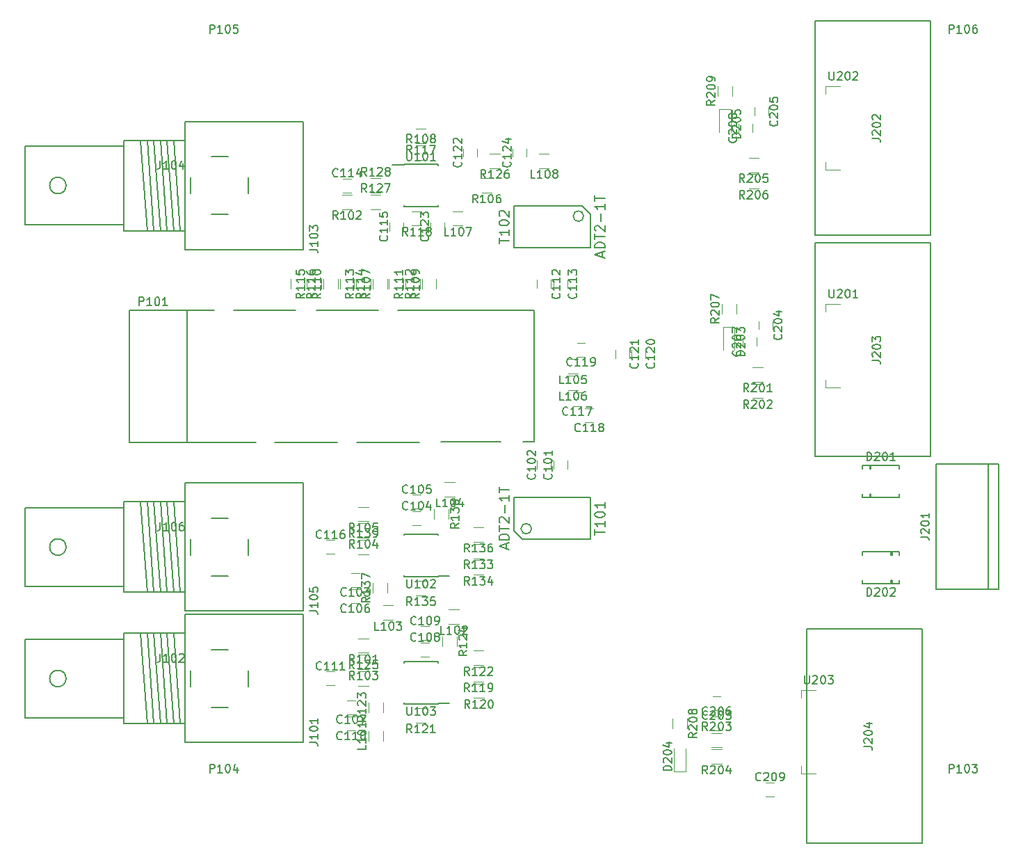
<source format=gbr>
G04 #@! TF.GenerationSoftware,KiCad,Pcbnew,5.0.1-33cea8e~68~ubuntu16.04.1*
G04 #@! TF.CreationDate,2018-10-24T20:06:13+03:00*
G04 #@! TF.ProjectId,sfp_v4,7366705F76342E6B696361645F706362,4*
G04 #@! TF.SameCoordinates,Original*
G04 #@! TF.FileFunction,Legend,Top*
G04 #@! TF.FilePolarity,Positive*
%FSLAX46Y46*%
G04 Gerber Fmt 4.6, Leading zero omitted, Abs format (unit mm)*
G04 Created by KiCad (PCBNEW 5.0.1-33cea8e~68~ubuntu16.04.1) date Wed 24 Oct 2018 20:06:13 EEST*
%MOMM*%
%LPD*%
G01*
G04 APERTURE LIST*
%ADD10C,0.150000*%
%ADD11C,0.200000*%
%ADD12C,0.120000*%
G04 APERTURE END LIST*
D10*
G04 #@! TO.C,T102*
X108810000Y-63730000D02*
G75*
G03X108810000Y-63730000I-635000J0D01*
G01*
D11*
X109635500Y-63460000D02*
X108635500Y-62460000D01*
X108635500Y-62460000D02*
X100364500Y-62460000D01*
X100364500Y-62460000D02*
X100364500Y-67540000D01*
X100364500Y-67540000D02*
X109635500Y-67540000D01*
X109635500Y-67540000D02*
X109635500Y-63460000D01*
D10*
G04 #@! TO.C,P101*
X60500000Y-91300000D02*
X53500000Y-91300000D01*
X60500000Y-91300000D02*
X60500000Y-75200000D01*
X63850000Y-75200000D02*
X53500000Y-75200000D01*
X53500000Y-75200000D02*
X53500000Y-91300000D01*
X73700000Y-75200000D02*
X66200000Y-75200000D01*
X83800000Y-75200000D02*
X76300000Y-75200000D01*
X101400000Y-91200000D02*
X102800000Y-91200000D01*
X102800000Y-91200000D02*
X102800000Y-75300000D01*
X102800000Y-75300000D02*
X102800000Y-75200000D01*
X102800000Y-75200000D02*
X86200000Y-75200000D01*
X91400000Y-91200000D02*
X98700000Y-91200000D01*
X81200000Y-91300000D02*
X88800000Y-91300000D01*
X71200000Y-91300000D02*
X78800000Y-91300000D01*
X68900000Y-91300000D02*
X60500000Y-91300000D01*
D12*
G04 #@! TO.C,C101*
X105150000Y-93500000D02*
X105150000Y-94500000D01*
X106850000Y-94500000D02*
X106850000Y-93500000D01*
G04 #@! TO.C,C102*
X103150000Y-93500000D02*
X103150000Y-94500000D01*
X104850000Y-94500000D02*
X104850000Y-93500000D01*
G04 #@! TO.C,C107*
X80000000Y-124350000D02*
X81000000Y-124350000D01*
X81000000Y-122650000D02*
X80000000Y-122650000D01*
G04 #@! TO.C,C108*
X90000000Y-115650000D02*
X89000000Y-115650000D01*
X89000000Y-117350000D02*
X90000000Y-117350000D01*
G04 #@! TO.C,C109*
X90000000Y-113650000D02*
X89000000Y-113650000D01*
X89000000Y-115350000D02*
X90000000Y-115350000D01*
G04 #@! TO.C,C110*
X80000000Y-126350000D02*
X81000000Y-126350000D01*
X81000000Y-124650000D02*
X80000000Y-124650000D01*
G04 #@! TO.C,C111*
X78500000Y-119150000D02*
X77500000Y-119150000D01*
X77500000Y-120850000D02*
X78500000Y-120850000D01*
G04 #@! TO.C,C112*
X104850000Y-72500000D02*
X104850000Y-71500000D01*
X103150000Y-71500000D02*
X103150000Y-72500000D01*
G04 #@! TO.C,C113*
X106850000Y-72500000D02*
X106850000Y-71500000D01*
X105150000Y-71500000D02*
X105150000Y-72500000D01*
G04 #@! TO.C,C114*
X80500000Y-59150000D02*
X79500000Y-59150000D01*
X79500000Y-60850000D02*
X80500000Y-60850000D01*
G04 #@! TO.C,C203*
X124500000Y-123850000D02*
X125500000Y-123850000D01*
X125500000Y-122150000D02*
X124500000Y-122150000D01*
G04 #@! TO.C,C204*
X131850000Y-77500000D02*
X131850000Y-76500000D01*
X130150000Y-76500000D02*
X130150000Y-77500000D01*
G04 #@! TO.C,C205*
X131350000Y-51500000D02*
X131350000Y-50500000D01*
X129650000Y-50500000D02*
X129650000Y-51500000D01*
G04 #@! TO.C,C206*
X125500000Y-124650000D02*
X124500000Y-124650000D01*
X124500000Y-126350000D02*
X125500000Y-126350000D01*
G04 #@! TO.C,C207*
X128150000Y-78500000D02*
X128150000Y-79500000D01*
X129850000Y-79500000D02*
X129850000Y-78500000D01*
G04 #@! TO.C,C208*
X127650000Y-52500000D02*
X127650000Y-53500000D01*
X129350000Y-53500000D02*
X129350000Y-52500000D01*
G04 #@! TO.C,C209*
X132000000Y-132650000D02*
X131000000Y-132650000D01*
X131000000Y-134350000D02*
X132000000Y-134350000D01*
G04 #@! TO.C,D203*
X127200000Y-77200000D02*
X125800000Y-77200000D01*
X125800000Y-77200000D02*
X125800000Y-80000000D01*
X127200000Y-77200000D02*
X127200000Y-80000000D01*
G04 #@! TO.C,D204*
X119800000Y-131300000D02*
X121200000Y-131300000D01*
X121200000Y-131300000D02*
X121200000Y-128500000D01*
X119800000Y-131300000D02*
X119800000Y-128500000D01*
G04 #@! TO.C,D205*
X126700000Y-50700000D02*
X125300000Y-50700000D01*
X125300000Y-50700000D02*
X125300000Y-53500000D01*
X126700000Y-50700000D02*
X126700000Y-53500000D01*
D10*
G04 #@! TO.C,J101*
X55699160Y-125499100D02*
X54899060Y-114500900D01*
X56499260Y-125499100D02*
X55699160Y-114500900D01*
X57299360Y-125499100D02*
X56499260Y-114500900D01*
X58099460Y-125499100D02*
X57299360Y-114500900D01*
X58899560Y-125499100D02*
X58099460Y-114500900D01*
X59699660Y-125499100D02*
X58899560Y-114500900D01*
X45800780Y-120000000D02*
G75*
G03X45800780Y-120000000I-1000760J0D01*
G01*
X52801020Y-115199400D02*
X40799520Y-115199400D01*
X40799520Y-115199400D02*
X40799520Y-124800600D01*
X40799520Y-124800600D02*
X52801020Y-124800600D01*
X60299100Y-114500900D02*
X52801020Y-114500900D01*
X52801020Y-114500900D02*
X52801020Y-125499100D01*
X52801020Y-125499100D02*
X60299100Y-125499100D01*
X74700900Y-127800340D02*
X74700900Y-112199660D01*
X74700900Y-112199660D02*
X60299100Y-112199660D01*
X60299100Y-112199660D02*
X60299100Y-127800340D01*
X60299100Y-127800340D02*
X74700900Y-127800340D01*
G04 #@! TO.C,J103*
X55697900Y-65499100D02*
X54897800Y-54500900D01*
X56498000Y-65499100D02*
X55697900Y-54500900D01*
X57298100Y-65499100D02*
X56498000Y-54500900D01*
X58098200Y-65499100D02*
X57298100Y-54500900D01*
X58898300Y-65499100D02*
X58098200Y-54500900D01*
X59698400Y-65499100D02*
X58898300Y-54500900D01*
X45799520Y-60000000D02*
G75*
G03X45799520Y-60000000I-1000760J0D01*
G01*
X52799760Y-55199400D02*
X40798260Y-55199400D01*
X40798260Y-55199400D02*
X40798260Y-64800600D01*
X40798260Y-64800600D02*
X52799760Y-64800600D01*
X60297840Y-54500900D02*
X52799760Y-54500900D01*
X52799760Y-54500900D02*
X52799760Y-65499100D01*
X52799760Y-65499100D02*
X60297840Y-65499100D01*
X74699640Y-67800340D02*
X74699640Y-52199660D01*
X74699640Y-52199660D02*
X60297840Y-52199660D01*
X60297840Y-52199660D02*
X60297840Y-67800340D01*
X60297840Y-67800340D02*
X74699640Y-67800340D01*
D12*
G04 #@! TO.C,L101*
X84380000Y-126400000D02*
X84380000Y-127600000D01*
X82620000Y-127600000D02*
X82620000Y-126400000D01*
G04 #@! TO.C,L102*
X92400000Y-111620000D02*
X93600000Y-111620000D01*
X93600000Y-113380000D02*
X92400000Y-113380000D01*
G04 #@! TO.C,R102*
X79400000Y-61120000D02*
X80600000Y-61120000D01*
X80600000Y-62880000D02*
X79400000Y-62880000D01*
G04 #@! TO.C,R107*
X84880000Y-71400000D02*
X84880000Y-72600000D01*
X83120000Y-72600000D02*
X83120000Y-71400000D01*
G04 #@! TO.C,R109*
X90880000Y-71400000D02*
X90880000Y-72600000D01*
X89120000Y-72600000D02*
X89120000Y-71400000D01*
G04 #@! TO.C,R110*
X78880000Y-71400000D02*
X78880000Y-72600000D01*
X77120000Y-72600000D02*
X77120000Y-71400000D01*
G04 #@! TO.C,R111*
X88880000Y-71400000D02*
X88880000Y-72600000D01*
X87120000Y-72600000D02*
X87120000Y-71400000D01*
G04 #@! TO.C,R112*
X85120000Y-72600000D02*
X85120000Y-71400000D01*
X86880000Y-71400000D02*
X86880000Y-72600000D01*
G04 #@! TO.C,R113*
X82880000Y-71400000D02*
X82880000Y-72600000D01*
X81120000Y-72600000D02*
X81120000Y-71400000D01*
G04 #@! TO.C,R114*
X79120000Y-72600000D02*
X79120000Y-71400000D01*
X80880000Y-71400000D02*
X80880000Y-72600000D01*
G04 #@! TO.C,R115*
X76880000Y-71400000D02*
X76880000Y-72600000D01*
X75120000Y-72600000D02*
X75120000Y-71400000D01*
G04 #@! TO.C,R116*
X73120000Y-72600000D02*
X73120000Y-71400000D01*
X74880000Y-71400000D02*
X74880000Y-72600000D01*
G04 #@! TO.C,R119*
X95400000Y-118620000D02*
X96600000Y-118620000D01*
X96600000Y-120380000D02*
X95400000Y-120380000D01*
G04 #@! TO.C,R120*
X95450000Y-120620000D02*
X96650000Y-120620000D01*
X96650000Y-122380000D02*
X95450000Y-122380000D01*
G04 #@! TO.C,R121*
X88400000Y-123620000D02*
X89600000Y-123620000D01*
X89600000Y-125380000D02*
X88400000Y-125380000D01*
G04 #@! TO.C,R122*
X95400000Y-116620000D02*
X96600000Y-116620000D01*
X96600000Y-118380000D02*
X95400000Y-118380000D01*
G04 #@! TO.C,R123*
X84380000Y-122900000D02*
X84380000Y-124100000D01*
X82620000Y-124100000D02*
X82620000Y-122900000D01*
G04 #@! TO.C,R124*
X91620000Y-116100000D02*
X91620000Y-114900000D01*
X93380000Y-114900000D02*
X93380000Y-116100000D01*
G04 #@! TO.C,R125*
X82600000Y-120880000D02*
X81400000Y-120880000D01*
X81400000Y-119120000D02*
X82600000Y-119120000D01*
G04 #@! TO.C,R201*
X129400000Y-82120000D02*
X130600000Y-82120000D01*
X130600000Y-83880000D02*
X129400000Y-83880000D01*
G04 #@! TO.C,R202*
X129400000Y-84120000D02*
X130600000Y-84120000D01*
X130600000Y-85880000D02*
X129400000Y-85880000D01*
G04 #@! TO.C,R203*
X125600000Y-128380000D02*
X124400000Y-128380000D01*
X124400000Y-126620000D02*
X125600000Y-126620000D01*
G04 #@! TO.C,R204*
X124400000Y-128620000D02*
X125600000Y-128620000D01*
X125600000Y-130380000D02*
X124400000Y-130380000D01*
G04 #@! TO.C,R205*
X128900000Y-56620000D02*
X130100000Y-56620000D01*
X130100000Y-58380000D02*
X128900000Y-58380000D01*
G04 #@! TO.C,R206*
X128900000Y-58620000D02*
X130100000Y-58620000D01*
X130100000Y-60380000D02*
X128900000Y-60380000D01*
G04 #@! TO.C,R207*
X127380000Y-74400000D02*
X127380000Y-75600000D01*
X125620000Y-75600000D02*
X125620000Y-74400000D01*
G04 #@! TO.C,R208*
X119620000Y-126100000D02*
X119620000Y-124900000D01*
X121380000Y-124900000D02*
X121380000Y-126100000D01*
G04 #@! TO.C,R209*
X126880000Y-47900000D02*
X126880000Y-49100000D01*
X125120000Y-49100000D02*
X125120000Y-47900000D01*
D10*
G04 #@! TO.C,U103*
X91075000Y-123075000D02*
X91075000Y-123025000D01*
X86925000Y-123075000D02*
X86925000Y-122930000D01*
X86925000Y-117925000D02*
X86925000Y-118070000D01*
X91075000Y-117925000D02*
X91075000Y-118070000D01*
X91075000Y-123075000D02*
X86925000Y-123075000D01*
X91075000Y-117925000D02*
X86925000Y-117925000D01*
X91075000Y-123025000D02*
X92475000Y-123025000D01*
D12*
G04 #@! TO.C,U201*
X138270000Y-74400000D02*
X138270000Y-75350000D01*
X138270000Y-84600000D02*
X138270000Y-83650000D01*
X138270000Y-84600000D02*
X140070000Y-84600000D01*
X140070000Y-74400000D02*
X138270000Y-74400000D01*
G04 #@! TO.C,U202*
X138270000Y-47900000D02*
X138270000Y-48850000D01*
X138270000Y-58100000D02*
X138270000Y-57150000D01*
X138270000Y-58100000D02*
X140070000Y-58100000D01*
X140070000Y-47900000D02*
X138270000Y-47900000D01*
G04 #@! TO.C,U203*
X135270000Y-121400000D02*
X135270000Y-122350000D01*
X135270000Y-131600000D02*
X135270000Y-130650000D01*
X135270000Y-131600000D02*
X137070000Y-131600000D01*
X137070000Y-121400000D02*
X135270000Y-121400000D01*
D10*
G04 #@! TO.C,D201*
X142750000Y-94050000D02*
X142750000Y-94450000D01*
X142750000Y-97950000D02*
X142750000Y-97550000D01*
X147250000Y-97950000D02*
X147250000Y-97550000D01*
X147250000Y-94050000D02*
X147250000Y-94450000D01*
X143650000Y-97950000D02*
X143650000Y-97550000D01*
X143650000Y-97550000D02*
X143800000Y-97550000D01*
X143800000Y-97550000D02*
X143800000Y-97950000D01*
X143650000Y-94050000D02*
X143650000Y-94450000D01*
X143650000Y-94450000D02*
X143800000Y-94450000D01*
X143800000Y-94450000D02*
X143800000Y-94050000D01*
X142750000Y-94050000D02*
X147250000Y-94050000D01*
X147250000Y-97950000D02*
X142750000Y-97950000D01*
G04 #@! TO.C,D202*
X147250000Y-108450000D02*
X147250000Y-108050000D01*
X147250000Y-104550000D02*
X147250000Y-104950000D01*
X142750000Y-104550000D02*
X142750000Y-104950000D01*
X142750000Y-108450000D02*
X142750000Y-108050000D01*
X146350000Y-104550000D02*
X146350000Y-104950000D01*
X146350000Y-104950000D02*
X146200000Y-104950000D01*
X146200000Y-104950000D02*
X146200000Y-104550000D01*
X146350000Y-108450000D02*
X146350000Y-108050000D01*
X146350000Y-108050000D02*
X146200000Y-108050000D01*
X146200000Y-108050000D02*
X146200000Y-108450000D01*
X147250000Y-108450000D02*
X142750000Y-108450000D01*
X142750000Y-104550000D02*
X147250000Y-104550000D01*
G04 #@! TO.C,J102*
X63500000Y-116494800D02*
X65500000Y-116494800D01*
X68005200Y-119000000D02*
X68005200Y-121000000D01*
X65500000Y-123505200D02*
X63500000Y-123505200D01*
X60994800Y-121000000D02*
X60994800Y-119000000D01*
G04 #@! TO.C,J104*
X63500000Y-56494800D02*
X65500000Y-56494800D01*
X68005200Y-59000000D02*
X68005200Y-61000000D01*
X65500000Y-63505200D02*
X63500000Y-63505200D01*
X60994800Y-61000000D02*
X60994800Y-59000000D01*
G04 #@! TO.C,J201*
X159310000Y-109120000D02*
X151690000Y-109120000D01*
X159310000Y-93880000D02*
X151690000Y-93880000D01*
X158040000Y-109120000D02*
X158040000Y-93880000D01*
X151690000Y-109120000D02*
X151690000Y-93880000D01*
X159310000Y-109120000D02*
X159310000Y-93880000D01*
D12*
G04 #@! TO.C,C103*
X80500000Y-108850000D02*
X81500000Y-108850000D01*
X81500000Y-107150000D02*
X80500000Y-107150000D01*
G04 #@! TO.C,C104*
X89000000Y-99650000D02*
X88000000Y-99650000D01*
X88000000Y-101350000D02*
X89000000Y-101350000D01*
G04 #@! TO.C,C105*
X89000000Y-97650000D02*
X88000000Y-97650000D01*
X88000000Y-99350000D02*
X89000000Y-99350000D01*
G04 #@! TO.C,C106*
X80500000Y-110850000D02*
X81500000Y-110850000D01*
X81500000Y-109150000D02*
X80500000Y-109150000D01*
G04 #@! TO.C,C116*
X78500000Y-103150000D02*
X77500000Y-103150000D01*
X77500000Y-104850000D02*
X78500000Y-104850000D01*
D10*
G04 #@! TO.C,J105*
X55699160Y-109499100D02*
X54899060Y-98500900D01*
X56499260Y-109499100D02*
X55699160Y-98500900D01*
X57299360Y-109499100D02*
X56499260Y-98500900D01*
X58099460Y-109499100D02*
X57299360Y-98500900D01*
X58899560Y-109499100D02*
X58099460Y-98500900D01*
X59699660Y-109499100D02*
X58899560Y-98500900D01*
X45800780Y-104000000D02*
G75*
G03X45800780Y-104000000I-1000760J0D01*
G01*
X52801020Y-99199400D02*
X40799520Y-99199400D01*
X40799520Y-99199400D02*
X40799520Y-108800600D01*
X40799520Y-108800600D02*
X52801020Y-108800600D01*
X60299100Y-98500900D02*
X52801020Y-98500900D01*
X52801020Y-98500900D02*
X52801020Y-109499100D01*
X52801020Y-109499100D02*
X60299100Y-109499100D01*
X74700900Y-111800340D02*
X74700900Y-96199660D01*
X74700900Y-96199660D02*
X60299100Y-96199660D01*
X60299100Y-96199660D02*
X60299100Y-111800340D01*
X60299100Y-111800340D02*
X74700900Y-111800340D01*
G04 #@! TO.C,J106*
X63500000Y-100494800D02*
X65500000Y-100494800D01*
X68005200Y-103000000D02*
X68005200Y-105000000D01*
X65500000Y-107505200D02*
X63500000Y-107505200D01*
X60994800Y-105000000D02*
X60994800Y-103000000D01*
D12*
G04 #@! TO.C,L103*
X84400000Y-111120000D02*
X85600000Y-111120000D01*
X85600000Y-112880000D02*
X84400000Y-112880000D01*
G04 #@! TO.C,L104*
X91900000Y-96120000D02*
X93100000Y-96120000D01*
X93100000Y-97880000D02*
X91900000Y-97880000D01*
G04 #@! TO.C,R133*
X95400000Y-103620000D02*
X96600000Y-103620000D01*
X96600000Y-105380000D02*
X95400000Y-105380000D01*
G04 #@! TO.C,R134*
X95400000Y-105620000D02*
X96600000Y-105620000D01*
X96600000Y-107380000D02*
X95400000Y-107380000D01*
G04 #@! TO.C,R135*
X88400000Y-108120000D02*
X89600000Y-108120000D01*
X89600000Y-109880000D02*
X88400000Y-109880000D01*
G04 #@! TO.C,R136*
X95400000Y-101620000D02*
X96600000Y-101620000D01*
X96600000Y-103380000D02*
X95400000Y-103380000D01*
G04 #@! TO.C,R137*
X84880000Y-108400000D02*
X84880000Y-109600000D01*
X83120000Y-109600000D02*
X83120000Y-108400000D01*
G04 #@! TO.C,R138*
X90620000Y-100600000D02*
X90620000Y-99400000D01*
X92380000Y-99400000D02*
X92380000Y-100600000D01*
G04 #@! TO.C,R139*
X82600000Y-104880000D02*
X81400000Y-104880000D01*
X81400000Y-103120000D02*
X82600000Y-103120000D01*
D10*
G04 #@! TO.C,U102*
X91075000Y-107575000D02*
X91075000Y-107525000D01*
X86925000Y-107575000D02*
X86925000Y-107430000D01*
X86925000Y-102425000D02*
X86925000Y-102570000D01*
X91075000Y-102425000D02*
X91075000Y-102570000D01*
X91075000Y-107575000D02*
X86925000Y-107575000D01*
X91075000Y-102425000D02*
X86925000Y-102425000D01*
X91075000Y-107525000D02*
X92475000Y-107525000D01*
D12*
G04 #@! TO.C,C117*
X107500000Y-86850000D02*
X108500000Y-86850000D01*
X108500000Y-85150000D02*
X107500000Y-85150000D01*
G04 #@! TO.C,C118*
X109000000Y-88850000D02*
X110000000Y-88850000D01*
X110000000Y-87150000D02*
X109000000Y-87150000D01*
G04 #@! TO.C,C119*
X108000000Y-80850000D02*
X109000000Y-80850000D01*
X109000000Y-79150000D02*
X108000000Y-79150000D01*
G04 #@! TO.C,C120*
X116350000Y-81000000D02*
X116350000Y-80000000D01*
X114650000Y-80000000D02*
X114650000Y-81000000D01*
G04 #@! TO.C,C121*
X114350000Y-81000000D02*
X114350000Y-80000000D01*
X112650000Y-80000000D02*
X112650000Y-81000000D01*
G04 #@! TO.C,L105*
X106900000Y-81120000D02*
X108100000Y-81120000D01*
X108100000Y-82880000D02*
X106900000Y-82880000D01*
G04 #@! TO.C,L106*
X106900000Y-83120000D02*
X108100000Y-83120000D01*
X108100000Y-84880000D02*
X106900000Y-84880000D01*
D10*
G04 #@! TO.C,T101*
X102460000Y-101770000D02*
G75*
G03X102460000Y-101770000I-635000J0D01*
G01*
D11*
X100364500Y-102040000D02*
X101364500Y-103040000D01*
X101364500Y-103040000D02*
X109635500Y-103040000D01*
X109635500Y-103040000D02*
X109635500Y-97960000D01*
X109635500Y-97960000D02*
X100364500Y-97960000D01*
X100364500Y-97960000D02*
X100364500Y-102040000D01*
D12*
G04 #@! TO.C,R101*
X81400000Y-115120000D02*
X82600000Y-115120000D01*
X82600000Y-116880000D02*
X81400000Y-116880000D01*
G04 #@! TO.C,R103*
X81400000Y-117120000D02*
X82600000Y-117120000D01*
X82600000Y-118880000D02*
X81400000Y-118880000D01*
G04 #@! TO.C,R104*
X81400000Y-101120000D02*
X82600000Y-101120000D01*
X82600000Y-102880000D02*
X81400000Y-102880000D01*
G04 #@! TO.C,R105*
X81400000Y-99120000D02*
X82600000Y-99120000D01*
X82600000Y-100880000D02*
X81400000Y-100880000D01*
G04 #@! TO.C,C115*
X85150000Y-64500000D02*
X85150000Y-65500000D01*
X86850000Y-65500000D02*
X86850000Y-64500000D01*
G04 #@! TO.C,C122*
X94150000Y-55500000D02*
X94150000Y-56500000D01*
X95850000Y-56500000D02*
X95850000Y-55500000D01*
G04 #@! TO.C,C123*
X90150000Y-64500000D02*
X90150000Y-65500000D01*
X91850000Y-65500000D02*
X91850000Y-64500000D01*
G04 #@! TO.C,C124*
X100150000Y-55500000D02*
X100150000Y-56500000D01*
X101850000Y-56500000D02*
X101850000Y-55500000D01*
D10*
G04 #@! TO.C,J202*
X151000000Y-40000000D02*
X151000000Y-53000000D01*
X137000000Y-40000000D02*
X151000000Y-40000000D01*
X137000000Y-66000000D02*
X137000000Y-40000000D01*
X151000000Y-66000000D02*
X137000000Y-66000000D01*
X151000000Y-53000000D02*
X151000000Y-66000000D01*
G04 #@! TO.C,J203*
X151000000Y-67000000D02*
X151000000Y-80000000D01*
X137000000Y-67000000D02*
X151000000Y-67000000D01*
X137000000Y-93000000D02*
X137000000Y-67000000D01*
X151000000Y-93000000D02*
X137000000Y-93000000D01*
X151000000Y-80000000D02*
X151000000Y-93000000D01*
G04 #@! TO.C,J204*
X150000000Y-114000000D02*
X150000000Y-127000000D01*
X136000000Y-114000000D02*
X150000000Y-114000000D01*
X136000000Y-140000000D02*
X136000000Y-114000000D01*
X150000000Y-140000000D02*
X136000000Y-140000000D01*
X150000000Y-127000000D02*
X150000000Y-140000000D01*
D12*
G04 #@! TO.C,L107*
X92900000Y-63120000D02*
X94100000Y-63120000D01*
X94100000Y-64880000D02*
X92900000Y-64880000D01*
G04 #@! TO.C,L108*
X103400000Y-56120000D02*
X104600000Y-56120000D01*
X104600000Y-57880000D02*
X103400000Y-57880000D01*
G04 #@! TO.C,R106*
X96400000Y-59120000D02*
X97600000Y-59120000D01*
X97600000Y-60880000D02*
X96400000Y-60880000D01*
G04 #@! TO.C,R108*
X89600000Y-56880000D02*
X88400000Y-56880000D01*
X88400000Y-55120000D02*
X89600000Y-55120000D01*
G04 #@! TO.C,R117*
X88400000Y-53120000D02*
X89600000Y-53120000D01*
X89600000Y-54880000D02*
X88400000Y-54880000D01*
G04 #@! TO.C,R118*
X87900000Y-63120000D02*
X89100000Y-63120000D01*
X89100000Y-64880000D02*
X87900000Y-64880000D01*
G04 #@! TO.C,R126*
X97400000Y-56120000D02*
X98600000Y-56120000D01*
X98600000Y-57880000D02*
X97400000Y-57880000D01*
G04 #@! TO.C,R127*
X84100000Y-62880000D02*
X82900000Y-62880000D01*
X82900000Y-61120000D02*
X84100000Y-61120000D01*
G04 #@! TO.C,R128*
X84100000Y-60880000D02*
X82900000Y-60880000D01*
X82900000Y-59120000D02*
X84100000Y-59120000D01*
D10*
G04 #@! TO.C,U101*
X86925000Y-57425000D02*
X86925000Y-57475000D01*
X91075000Y-57425000D02*
X91075000Y-57570000D01*
X91075000Y-62575000D02*
X91075000Y-62430000D01*
X86925000Y-62575000D02*
X86925000Y-62430000D01*
X86925000Y-57425000D02*
X91075000Y-57425000D01*
X86925000Y-62575000D02*
X91075000Y-62575000D01*
X86925000Y-57475000D02*
X85525000Y-57475000D01*
G04 #@! TO.C,T102*
D11*
X98507357Y-67057142D02*
X98507357Y-66371428D01*
X99707357Y-66714285D02*
X98507357Y-66714285D01*
X99707357Y-65342857D02*
X99707357Y-66028571D01*
X99707357Y-65685714D02*
X98507357Y-65685714D01*
X98678785Y-65800000D01*
X98793071Y-65914285D01*
X98850214Y-66028571D01*
X98507357Y-64600000D02*
X98507357Y-64485714D01*
X98564500Y-64371428D01*
X98621642Y-64314285D01*
X98735928Y-64257142D01*
X98964500Y-64200000D01*
X99250214Y-64200000D01*
X99478785Y-64257142D01*
X99593071Y-64314285D01*
X99650214Y-64371428D01*
X99707357Y-64485714D01*
X99707357Y-64600000D01*
X99650214Y-64714285D01*
X99593071Y-64771428D01*
X99478785Y-64828571D01*
X99250214Y-64885714D01*
X98964500Y-64885714D01*
X98735928Y-64828571D01*
X98621642Y-64771428D01*
X98564500Y-64714285D01*
X98507357Y-64600000D01*
X98621642Y-63742857D02*
X98564500Y-63685714D01*
X98507357Y-63571428D01*
X98507357Y-63285714D01*
X98564500Y-63171428D01*
X98621642Y-63114285D01*
X98735928Y-63057142D01*
X98850214Y-63057142D01*
X99021642Y-63114285D01*
X99707357Y-63800000D01*
X99707357Y-63057142D01*
X111035500Y-68685714D02*
X111035500Y-68114285D01*
X111378357Y-68800000D02*
X110178357Y-68400000D01*
X111378357Y-68000000D01*
X111378357Y-67600000D02*
X110178357Y-67600000D01*
X110178357Y-67314285D01*
X110235500Y-67142857D01*
X110349785Y-67028571D01*
X110464071Y-66971428D01*
X110692642Y-66914285D01*
X110864071Y-66914285D01*
X111092642Y-66971428D01*
X111206928Y-67028571D01*
X111321214Y-67142857D01*
X111378357Y-67314285D01*
X111378357Y-67600000D01*
X110178357Y-66571428D02*
X110178357Y-65885714D01*
X111378357Y-66228571D02*
X110178357Y-66228571D01*
X110292642Y-65542857D02*
X110235500Y-65485714D01*
X110178357Y-65371428D01*
X110178357Y-65085714D01*
X110235500Y-64971428D01*
X110292642Y-64914285D01*
X110406928Y-64857142D01*
X110521214Y-64857142D01*
X110692642Y-64914285D01*
X111378357Y-65600000D01*
X111378357Y-64857142D01*
X110921214Y-64342857D02*
X110921214Y-63428571D01*
X111378357Y-62228571D02*
X111378357Y-62914285D01*
X111378357Y-62571428D02*
X110178357Y-62571428D01*
X110349785Y-62685714D01*
X110464071Y-62800000D01*
X110521214Y-62914285D01*
X110178357Y-61885714D02*
X110178357Y-61200000D01*
X111378357Y-61542857D02*
X110178357Y-61542857D01*
G04 #@! TO.C,P101*
D10*
X54709523Y-74602380D02*
X54709523Y-73602380D01*
X55090476Y-73602380D01*
X55185714Y-73650000D01*
X55233333Y-73697619D01*
X55280952Y-73792857D01*
X55280952Y-73935714D01*
X55233333Y-74030952D01*
X55185714Y-74078571D01*
X55090476Y-74126190D01*
X54709523Y-74126190D01*
X56233333Y-74602380D02*
X55661904Y-74602380D01*
X55947619Y-74602380D02*
X55947619Y-73602380D01*
X55852380Y-73745238D01*
X55757142Y-73840476D01*
X55661904Y-73888095D01*
X56852380Y-73602380D02*
X56947619Y-73602380D01*
X57042857Y-73650000D01*
X57090476Y-73697619D01*
X57138095Y-73792857D01*
X57185714Y-73983333D01*
X57185714Y-74221428D01*
X57138095Y-74411904D01*
X57090476Y-74507142D01*
X57042857Y-74554761D01*
X56947619Y-74602380D01*
X56852380Y-74602380D01*
X56757142Y-74554761D01*
X56709523Y-74507142D01*
X56661904Y-74411904D01*
X56614285Y-74221428D01*
X56614285Y-73983333D01*
X56661904Y-73792857D01*
X56709523Y-73697619D01*
X56757142Y-73650000D01*
X56852380Y-73602380D01*
X58138095Y-74602380D02*
X57566666Y-74602380D01*
X57852380Y-74602380D02*
X57852380Y-73602380D01*
X57757142Y-73745238D01*
X57661904Y-73840476D01*
X57566666Y-73888095D01*
G04 #@! TO.C,C101*
X104857142Y-95119047D02*
X104904761Y-95166666D01*
X104952380Y-95309523D01*
X104952380Y-95404761D01*
X104904761Y-95547619D01*
X104809523Y-95642857D01*
X104714285Y-95690476D01*
X104523809Y-95738095D01*
X104380952Y-95738095D01*
X104190476Y-95690476D01*
X104095238Y-95642857D01*
X104000000Y-95547619D01*
X103952380Y-95404761D01*
X103952380Y-95309523D01*
X104000000Y-95166666D01*
X104047619Y-95119047D01*
X104952380Y-94166666D02*
X104952380Y-94738095D01*
X104952380Y-94452380D02*
X103952380Y-94452380D01*
X104095238Y-94547619D01*
X104190476Y-94642857D01*
X104238095Y-94738095D01*
X103952380Y-93547619D02*
X103952380Y-93452380D01*
X104000000Y-93357142D01*
X104047619Y-93309523D01*
X104142857Y-93261904D01*
X104333333Y-93214285D01*
X104571428Y-93214285D01*
X104761904Y-93261904D01*
X104857142Y-93309523D01*
X104904761Y-93357142D01*
X104952380Y-93452380D01*
X104952380Y-93547619D01*
X104904761Y-93642857D01*
X104857142Y-93690476D01*
X104761904Y-93738095D01*
X104571428Y-93785714D01*
X104333333Y-93785714D01*
X104142857Y-93738095D01*
X104047619Y-93690476D01*
X104000000Y-93642857D01*
X103952380Y-93547619D01*
X104952380Y-92261904D02*
X104952380Y-92833333D01*
X104952380Y-92547619D02*
X103952380Y-92547619D01*
X104095238Y-92642857D01*
X104190476Y-92738095D01*
X104238095Y-92833333D01*
G04 #@! TO.C,C102*
X102857142Y-95119047D02*
X102904761Y-95166666D01*
X102952380Y-95309523D01*
X102952380Y-95404761D01*
X102904761Y-95547619D01*
X102809523Y-95642857D01*
X102714285Y-95690476D01*
X102523809Y-95738095D01*
X102380952Y-95738095D01*
X102190476Y-95690476D01*
X102095238Y-95642857D01*
X102000000Y-95547619D01*
X101952380Y-95404761D01*
X101952380Y-95309523D01*
X102000000Y-95166666D01*
X102047619Y-95119047D01*
X102952380Y-94166666D02*
X102952380Y-94738095D01*
X102952380Y-94452380D02*
X101952380Y-94452380D01*
X102095238Y-94547619D01*
X102190476Y-94642857D01*
X102238095Y-94738095D01*
X101952380Y-93547619D02*
X101952380Y-93452380D01*
X102000000Y-93357142D01*
X102047619Y-93309523D01*
X102142857Y-93261904D01*
X102333333Y-93214285D01*
X102571428Y-93214285D01*
X102761904Y-93261904D01*
X102857142Y-93309523D01*
X102904761Y-93357142D01*
X102952380Y-93452380D01*
X102952380Y-93547619D01*
X102904761Y-93642857D01*
X102857142Y-93690476D01*
X102761904Y-93738095D01*
X102571428Y-93785714D01*
X102333333Y-93785714D01*
X102142857Y-93738095D01*
X102047619Y-93690476D01*
X102000000Y-93642857D01*
X101952380Y-93547619D01*
X102047619Y-92833333D02*
X102000000Y-92785714D01*
X101952380Y-92690476D01*
X101952380Y-92452380D01*
X102000000Y-92357142D01*
X102047619Y-92309523D01*
X102142857Y-92261904D01*
X102238095Y-92261904D01*
X102380952Y-92309523D01*
X102952380Y-92880952D01*
X102952380Y-92261904D01*
G04 #@! TO.C,C107*
X79380952Y-125357142D02*
X79333333Y-125404761D01*
X79190476Y-125452380D01*
X79095238Y-125452380D01*
X78952380Y-125404761D01*
X78857142Y-125309523D01*
X78809523Y-125214285D01*
X78761904Y-125023809D01*
X78761904Y-124880952D01*
X78809523Y-124690476D01*
X78857142Y-124595238D01*
X78952380Y-124500000D01*
X79095238Y-124452380D01*
X79190476Y-124452380D01*
X79333333Y-124500000D01*
X79380952Y-124547619D01*
X80333333Y-125452380D02*
X79761904Y-125452380D01*
X80047619Y-125452380D02*
X80047619Y-124452380D01*
X79952380Y-124595238D01*
X79857142Y-124690476D01*
X79761904Y-124738095D01*
X80952380Y-124452380D02*
X81047619Y-124452380D01*
X81142857Y-124500000D01*
X81190476Y-124547619D01*
X81238095Y-124642857D01*
X81285714Y-124833333D01*
X81285714Y-125071428D01*
X81238095Y-125261904D01*
X81190476Y-125357142D01*
X81142857Y-125404761D01*
X81047619Y-125452380D01*
X80952380Y-125452380D01*
X80857142Y-125404761D01*
X80809523Y-125357142D01*
X80761904Y-125261904D01*
X80714285Y-125071428D01*
X80714285Y-124833333D01*
X80761904Y-124642857D01*
X80809523Y-124547619D01*
X80857142Y-124500000D01*
X80952380Y-124452380D01*
X81619047Y-124452380D02*
X82285714Y-124452380D01*
X81857142Y-125452380D01*
G04 #@! TO.C,C108*
X88380952Y-115357142D02*
X88333333Y-115404761D01*
X88190476Y-115452380D01*
X88095238Y-115452380D01*
X87952380Y-115404761D01*
X87857142Y-115309523D01*
X87809523Y-115214285D01*
X87761904Y-115023809D01*
X87761904Y-114880952D01*
X87809523Y-114690476D01*
X87857142Y-114595238D01*
X87952380Y-114500000D01*
X88095238Y-114452380D01*
X88190476Y-114452380D01*
X88333333Y-114500000D01*
X88380952Y-114547619D01*
X89333333Y-115452380D02*
X88761904Y-115452380D01*
X89047619Y-115452380D02*
X89047619Y-114452380D01*
X88952380Y-114595238D01*
X88857142Y-114690476D01*
X88761904Y-114738095D01*
X89952380Y-114452380D02*
X90047619Y-114452380D01*
X90142857Y-114500000D01*
X90190476Y-114547619D01*
X90238095Y-114642857D01*
X90285714Y-114833333D01*
X90285714Y-115071428D01*
X90238095Y-115261904D01*
X90190476Y-115357142D01*
X90142857Y-115404761D01*
X90047619Y-115452380D01*
X89952380Y-115452380D01*
X89857142Y-115404761D01*
X89809523Y-115357142D01*
X89761904Y-115261904D01*
X89714285Y-115071428D01*
X89714285Y-114833333D01*
X89761904Y-114642857D01*
X89809523Y-114547619D01*
X89857142Y-114500000D01*
X89952380Y-114452380D01*
X90857142Y-114880952D02*
X90761904Y-114833333D01*
X90714285Y-114785714D01*
X90666666Y-114690476D01*
X90666666Y-114642857D01*
X90714285Y-114547619D01*
X90761904Y-114500000D01*
X90857142Y-114452380D01*
X91047619Y-114452380D01*
X91142857Y-114500000D01*
X91190476Y-114547619D01*
X91238095Y-114642857D01*
X91238095Y-114690476D01*
X91190476Y-114785714D01*
X91142857Y-114833333D01*
X91047619Y-114880952D01*
X90857142Y-114880952D01*
X90761904Y-114928571D01*
X90714285Y-114976190D01*
X90666666Y-115071428D01*
X90666666Y-115261904D01*
X90714285Y-115357142D01*
X90761904Y-115404761D01*
X90857142Y-115452380D01*
X91047619Y-115452380D01*
X91142857Y-115404761D01*
X91190476Y-115357142D01*
X91238095Y-115261904D01*
X91238095Y-115071428D01*
X91190476Y-114976190D01*
X91142857Y-114928571D01*
X91047619Y-114880952D01*
G04 #@! TO.C,C109*
X88380952Y-113357142D02*
X88333333Y-113404761D01*
X88190476Y-113452380D01*
X88095238Y-113452380D01*
X87952380Y-113404761D01*
X87857142Y-113309523D01*
X87809523Y-113214285D01*
X87761904Y-113023809D01*
X87761904Y-112880952D01*
X87809523Y-112690476D01*
X87857142Y-112595238D01*
X87952380Y-112500000D01*
X88095238Y-112452380D01*
X88190476Y-112452380D01*
X88333333Y-112500000D01*
X88380952Y-112547619D01*
X89333333Y-113452380D02*
X88761904Y-113452380D01*
X89047619Y-113452380D02*
X89047619Y-112452380D01*
X88952380Y-112595238D01*
X88857142Y-112690476D01*
X88761904Y-112738095D01*
X89952380Y-112452380D02*
X90047619Y-112452380D01*
X90142857Y-112500000D01*
X90190476Y-112547619D01*
X90238095Y-112642857D01*
X90285714Y-112833333D01*
X90285714Y-113071428D01*
X90238095Y-113261904D01*
X90190476Y-113357142D01*
X90142857Y-113404761D01*
X90047619Y-113452380D01*
X89952380Y-113452380D01*
X89857142Y-113404761D01*
X89809523Y-113357142D01*
X89761904Y-113261904D01*
X89714285Y-113071428D01*
X89714285Y-112833333D01*
X89761904Y-112642857D01*
X89809523Y-112547619D01*
X89857142Y-112500000D01*
X89952380Y-112452380D01*
X90761904Y-113452380D02*
X90952380Y-113452380D01*
X91047619Y-113404761D01*
X91095238Y-113357142D01*
X91190476Y-113214285D01*
X91238095Y-113023809D01*
X91238095Y-112642857D01*
X91190476Y-112547619D01*
X91142857Y-112500000D01*
X91047619Y-112452380D01*
X90857142Y-112452380D01*
X90761904Y-112500000D01*
X90714285Y-112547619D01*
X90666666Y-112642857D01*
X90666666Y-112880952D01*
X90714285Y-112976190D01*
X90761904Y-113023809D01*
X90857142Y-113071428D01*
X91047619Y-113071428D01*
X91142857Y-113023809D01*
X91190476Y-112976190D01*
X91238095Y-112880952D01*
G04 #@! TO.C,C110*
X79380952Y-127357142D02*
X79333333Y-127404761D01*
X79190476Y-127452380D01*
X79095238Y-127452380D01*
X78952380Y-127404761D01*
X78857142Y-127309523D01*
X78809523Y-127214285D01*
X78761904Y-127023809D01*
X78761904Y-126880952D01*
X78809523Y-126690476D01*
X78857142Y-126595238D01*
X78952380Y-126500000D01*
X79095238Y-126452380D01*
X79190476Y-126452380D01*
X79333333Y-126500000D01*
X79380952Y-126547619D01*
X80333333Y-127452380D02*
X79761904Y-127452380D01*
X80047619Y-127452380D02*
X80047619Y-126452380D01*
X79952380Y-126595238D01*
X79857142Y-126690476D01*
X79761904Y-126738095D01*
X81285714Y-127452380D02*
X80714285Y-127452380D01*
X81000000Y-127452380D02*
X81000000Y-126452380D01*
X80904761Y-126595238D01*
X80809523Y-126690476D01*
X80714285Y-126738095D01*
X81904761Y-126452380D02*
X82000000Y-126452380D01*
X82095238Y-126500000D01*
X82142857Y-126547619D01*
X82190476Y-126642857D01*
X82238095Y-126833333D01*
X82238095Y-127071428D01*
X82190476Y-127261904D01*
X82142857Y-127357142D01*
X82095238Y-127404761D01*
X82000000Y-127452380D01*
X81904761Y-127452380D01*
X81809523Y-127404761D01*
X81761904Y-127357142D01*
X81714285Y-127261904D01*
X81666666Y-127071428D01*
X81666666Y-126833333D01*
X81714285Y-126642857D01*
X81761904Y-126547619D01*
X81809523Y-126500000D01*
X81904761Y-126452380D01*
G04 #@! TO.C,C111*
X76880952Y-118857142D02*
X76833333Y-118904761D01*
X76690476Y-118952380D01*
X76595238Y-118952380D01*
X76452380Y-118904761D01*
X76357142Y-118809523D01*
X76309523Y-118714285D01*
X76261904Y-118523809D01*
X76261904Y-118380952D01*
X76309523Y-118190476D01*
X76357142Y-118095238D01*
X76452380Y-118000000D01*
X76595238Y-117952380D01*
X76690476Y-117952380D01*
X76833333Y-118000000D01*
X76880952Y-118047619D01*
X77833333Y-118952380D02*
X77261904Y-118952380D01*
X77547619Y-118952380D02*
X77547619Y-117952380D01*
X77452380Y-118095238D01*
X77357142Y-118190476D01*
X77261904Y-118238095D01*
X78785714Y-118952380D02*
X78214285Y-118952380D01*
X78500000Y-118952380D02*
X78500000Y-117952380D01*
X78404761Y-118095238D01*
X78309523Y-118190476D01*
X78214285Y-118238095D01*
X79738095Y-118952380D02*
X79166666Y-118952380D01*
X79452380Y-118952380D02*
X79452380Y-117952380D01*
X79357142Y-118095238D01*
X79261904Y-118190476D01*
X79166666Y-118238095D01*
G04 #@! TO.C,C112*
X105857142Y-73119047D02*
X105904761Y-73166666D01*
X105952380Y-73309523D01*
X105952380Y-73404761D01*
X105904761Y-73547619D01*
X105809523Y-73642857D01*
X105714285Y-73690476D01*
X105523809Y-73738095D01*
X105380952Y-73738095D01*
X105190476Y-73690476D01*
X105095238Y-73642857D01*
X105000000Y-73547619D01*
X104952380Y-73404761D01*
X104952380Y-73309523D01*
X105000000Y-73166666D01*
X105047619Y-73119047D01*
X105952380Y-72166666D02*
X105952380Y-72738095D01*
X105952380Y-72452380D02*
X104952380Y-72452380D01*
X105095238Y-72547619D01*
X105190476Y-72642857D01*
X105238095Y-72738095D01*
X105952380Y-71214285D02*
X105952380Y-71785714D01*
X105952380Y-71500000D02*
X104952380Y-71500000D01*
X105095238Y-71595238D01*
X105190476Y-71690476D01*
X105238095Y-71785714D01*
X105047619Y-70833333D02*
X105000000Y-70785714D01*
X104952380Y-70690476D01*
X104952380Y-70452380D01*
X105000000Y-70357142D01*
X105047619Y-70309523D01*
X105142857Y-70261904D01*
X105238095Y-70261904D01*
X105380952Y-70309523D01*
X105952380Y-70880952D01*
X105952380Y-70261904D01*
G04 #@! TO.C,C113*
X107857142Y-73119047D02*
X107904761Y-73166666D01*
X107952380Y-73309523D01*
X107952380Y-73404761D01*
X107904761Y-73547619D01*
X107809523Y-73642857D01*
X107714285Y-73690476D01*
X107523809Y-73738095D01*
X107380952Y-73738095D01*
X107190476Y-73690476D01*
X107095238Y-73642857D01*
X107000000Y-73547619D01*
X106952380Y-73404761D01*
X106952380Y-73309523D01*
X107000000Y-73166666D01*
X107047619Y-73119047D01*
X107952380Y-72166666D02*
X107952380Y-72738095D01*
X107952380Y-72452380D02*
X106952380Y-72452380D01*
X107095238Y-72547619D01*
X107190476Y-72642857D01*
X107238095Y-72738095D01*
X107952380Y-71214285D02*
X107952380Y-71785714D01*
X107952380Y-71500000D02*
X106952380Y-71500000D01*
X107095238Y-71595238D01*
X107190476Y-71690476D01*
X107238095Y-71785714D01*
X106952380Y-70880952D02*
X106952380Y-70261904D01*
X107333333Y-70595238D01*
X107333333Y-70452380D01*
X107380952Y-70357142D01*
X107428571Y-70309523D01*
X107523809Y-70261904D01*
X107761904Y-70261904D01*
X107857142Y-70309523D01*
X107904761Y-70357142D01*
X107952380Y-70452380D01*
X107952380Y-70738095D01*
X107904761Y-70833333D01*
X107857142Y-70880952D01*
G04 #@! TO.C,C114*
X78880952Y-58857142D02*
X78833333Y-58904761D01*
X78690476Y-58952380D01*
X78595238Y-58952380D01*
X78452380Y-58904761D01*
X78357142Y-58809523D01*
X78309523Y-58714285D01*
X78261904Y-58523809D01*
X78261904Y-58380952D01*
X78309523Y-58190476D01*
X78357142Y-58095238D01*
X78452380Y-58000000D01*
X78595238Y-57952380D01*
X78690476Y-57952380D01*
X78833333Y-58000000D01*
X78880952Y-58047619D01*
X79833333Y-58952380D02*
X79261904Y-58952380D01*
X79547619Y-58952380D02*
X79547619Y-57952380D01*
X79452380Y-58095238D01*
X79357142Y-58190476D01*
X79261904Y-58238095D01*
X80785714Y-58952380D02*
X80214285Y-58952380D01*
X80500000Y-58952380D02*
X80500000Y-57952380D01*
X80404761Y-58095238D01*
X80309523Y-58190476D01*
X80214285Y-58238095D01*
X81642857Y-58285714D02*
X81642857Y-58952380D01*
X81404761Y-57904761D02*
X81166666Y-58619047D01*
X81785714Y-58619047D01*
G04 #@! TO.C,C203*
X123880952Y-124857142D02*
X123833333Y-124904761D01*
X123690476Y-124952380D01*
X123595238Y-124952380D01*
X123452380Y-124904761D01*
X123357142Y-124809523D01*
X123309523Y-124714285D01*
X123261904Y-124523809D01*
X123261904Y-124380952D01*
X123309523Y-124190476D01*
X123357142Y-124095238D01*
X123452380Y-124000000D01*
X123595238Y-123952380D01*
X123690476Y-123952380D01*
X123833333Y-124000000D01*
X123880952Y-124047619D01*
X124261904Y-124047619D02*
X124309523Y-124000000D01*
X124404761Y-123952380D01*
X124642857Y-123952380D01*
X124738095Y-124000000D01*
X124785714Y-124047619D01*
X124833333Y-124142857D01*
X124833333Y-124238095D01*
X124785714Y-124380952D01*
X124214285Y-124952380D01*
X124833333Y-124952380D01*
X125452380Y-123952380D02*
X125547619Y-123952380D01*
X125642857Y-124000000D01*
X125690476Y-124047619D01*
X125738095Y-124142857D01*
X125785714Y-124333333D01*
X125785714Y-124571428D01*
X125738095Y-124761904D01*
X125690476Y-124857142D01*
X125642857Y-124904761D01*
X125547619Y-124952380D01*
X125452380Y-124952380D01*
X125357142Y-124904761D01*
X125309523Y-124857142D01*
X125261904Y-124761904D01*
X125214285Y-124571428D01*
X125214285Y-124333333D01*
X125261904Y-124142857D01*
X125309523Y-124047619D01*
X125357142Y-124000000D01*
X125452380Y-123952380D01*
X126119047Y-123952380D02*
X126738095Y-123952380D01*
X126404761Y-124333333D01*
X126547619Y-124333333D01*
X126642857Y-124380952D01*
X126690476Y-124428571D01*
X126738095Y-124523809D01*
X126738095Y-124761904D01*
X126690476Y-124857142D01*
X126642857Y-124904761D01*
X126547619Y-124952380D01*
X126261904Y-124952380D01*
X126166666Y-124904761D01*
X126119047Y-124857142D01*
G04 #@! TO.C,C204*
X132857142Y-78119047D02*
X132904761Y-78166666D01*
X132952380Y-78309523D01*
X132952380Y-78404761D01*
X132904761Y-78547619D01*
X132809523Y-78642857D01*
X132714285Y-78690476D01*
X132523809Y-78738095D01*
X132380952Y-78738095D01*
X132190476Y-78690476D01*
X132095238Y-78642857D01*
X132000000Y-78547619D01*
X131952380Y-78404761D01*
X131952380Y-78309523D01*
X132000000Y-78166666D01*
X132047619Y-78119047D01*
X132047619Y-77738095D02*
X132000000Y-77690476D01*
X131952380Y-77595238D01*
X131952380Y-77357142D01*
X132000000Y-77261904D01*
X132047619Y-77214285D01*
X132142857Y-77166666D01*
X132238095Y-77166666D01*
X132380952Y-77214285D01*
X132952380Y-77785714D01*
X132952380Y-77166666D01*
X131952380Y-76547619D02*
X131952380Y-76452380D01*
X132000000Y-76357142D01*
X132047619Y-76309523D01*
X132142857Y-76261904D01*
X132333333Y-76214285D01*
X132571428Y-76214285D01*
X132761904Y-76261904D01*
X132857142Y-76309523D01*
X132904761Y-76357142D01*
X132952380Y-76452380D01*
X132952380Y-76547619D01*
X132904761Y-76642857D01*
X132857142Y-76690476D01*
X132761904Y-76738095D01*
X132571428Y-76785714D01*
X132333333Y-76785714D01*
X132142857Y-76738095D01*
X132047619Y-76690476D01*
X132000000Y-76642857D01*
X131952380Y-76547619D01*
X132285714Y-75357142D02*
X132952380Y-75357142D01*
X131904761Y-75595238D02*
X132619047Y-75833333D01*
X132619047Y-75214285D01*
G04 #@! TO.C,C205*
X132357142Y-52119047D02*
X132404761Y-52166666D01*
X132452380Y-52309523D01*
X132452380Y-52404761D01*
X132404761Y-52547619D01*
X132309523Y-52642857D01*
X132214285Y-52690476D01*
X132023809Y-52738095D01*
X131880952Y-52738095D01*
X131690476Y-52690476D01*
X131595238Y-52642857D01*
X131500000Y-52547619D01*
X131452380Y-52404761D01*
X131452380Y-52309523D01*
X131500000Y-52166666D01*
X131547619Y-52119047D01*
X131547619Y-51738095D02*
X131500000Y-51690476D01*
X131452380Y-51595238D01*
X131452380Y-51357142D01*
X131500000Y-51261904D01*
X131547619Y-51214285D01*
X131642857Y-51166666D01*
X131738095Y-51166666D01*
X131880952Y-51214285D01*
X132452380Y-51785714D01*
X132452380Y-51166666D01*
X131452380Y-50547619D02*
X131452380Y-50452380D01*
X131500000Y-50357142D01*
X131547619Y-50309523D01*
X131642857Y-50261904D01*
X131833333Y-50214285D01*
X132071428Y-50214285D01*
X132261904Y-50261904D01*
X132357142Y-50309523D01*
X132404761Y-50357142D01*
X132452380Y-50452380D01*
X132452380Y-50547619D01*
X132404761Y-50642857D01*
X132357142Y-50690476D01*
X132261904Y-50738095D01*
X132071428Y-50785714D01*
X131833333Y-50785714D01*
X131642857Y-50738095D01*
X131547619Y-50690476D01*
X131500000Y-50642857D01*
X131452380Y-50547619D01*
X131452380Y-49309523D02*
X131452380Y-49785714D01*
X131928571Y-49833333D01*
X131880952Y-49785714D01*
X131833333Y-49690476D01*
X131833333Y-49452380D01*
X131880952Y-49357142D01*
X131928571Y-49309523D01*
X132023809Y-49261904D01*
X132261904Y-49261904D01*
X132357142Y-49309523D01*
X132404761Y-49357142D01*
X132452380Y-49452380D01*
X132452380Y-49690476D01*
X132404761Y-49785714D01*
X132357142Y-49833333D01*
G04 #@! TO.C,C206*
X123880952Y-124357142D02*
X123833333Y-124404761D01*
X123690476Y-124452380D01*
X123595238Y-124452380D01*
X123452380Y-124404761D01*
X123357142Y-124309523D01*
X123309523Y-124214285D01*
X123261904Y-124023809D01*
X123261904Y-123880952D01*
X123309523Y-123690476D01*
X123357142Y-123595238D01*
X123452380Y-123500000D01*
X123595238Y-123452380D01*
X123690476Y-123452380D01*
X123833333Y-123500000D01*
X123880952Y-123547619D01*
X124261904Y-123547619D02*
X124309523Y-123500000D01*
X124404761Y-123452380D01*
X124642857Y-123452380D01*
X124738095Y-123500000D01*
X124785714Y-123547619D01*
X124833333Y-123642857D01*
X124833333Y-123738095D01*
X124785714Y-123880952D01*
X124214285Y-124452380D01*
X124833333Y-124452380D01*
X125452380Y-123452380D02*
X125547619Y-123452380D01*
X125642857Y-123500000D01*
X125690476Y-123547619D01*
X125738095Y-123642857D01*
X125785714Y-123833333D01*
X125785714Y-124071428D01*
X125738095Y-124261904D01*
X125690476Y-124357142D01*
X125642857Y-124404761D01*
X125547619Y-124452380D01*
X125452380Y-124452380D01*
X125357142Y-124404761D01*
X125309523Y-124357142D01*
X125261904Y-124261904D01*
X125214285Y-124071428D01*
X125214285Y-123833333D01*
X125261904Y-123642857D01*
X125309523Y-123547619D01*
X125357142Y-123500000D01*
X125452380Y-123452380D01*
X126642857Y-123452380D02*
X126452380Y-123452380D01*
X126357142Y-123500000D01*
X126309523Y-123547619D01*
X126214285Y-123690476D01*
X126166666Y-123880952D01*
X126166666Y-124261904D01*
X126214285Y-124357142D01*
X126261904Y-124404761D01*
X126357142Y-124452380D01*
X126547619Y-124452380D01*
X126642857Y-124404761D01*
X126690476Y-124357142D01*
X126738095Y-124261904D01*
X126738095Y-124023809D01*
X126690476Y-123928571D01*
X126642857Y-123880952D01*
X126547619Y-123833333D01*
X126357142Y-123833333D01*
X126261904Y-123880952D01*
X126214285Y-123928571D01*
X126166666Y-124023809D01*
G04 #@! TO.C,C207*
X127857142Y-80119047D02*
X127904761Y-80166666D01*
X127952380Y-80309523D01*
X127952380Y-80404761D01*
X127904761Y-80547619D01*
X127809523Y-80642857D01*
X127714285Y-80690476D01*
X127523809Y-80738095D01*
X127380952Y-80738095D01*
X127190476Y-80690476D01*
X127095238Y-80642857D01*
X127000000Y-80547619D01*
X126952380Y-80404761D01*
X126952380Y-80309523D01*
X127000000Y-80166666D01*
X127047619Y-80119047D01*
X127047619Y-79738095D02*
X127000000Y-79690476D01*
X126952380Y-79595238D01*
X126952380Y-79357142D01*
X127000000Y-79261904D01*
X127047619Y-79214285D01*
X127142857Y-79166666D01*
X127238095Y-79166666D01*
X127380952Y-79214285D01*
X127952380Y-79785714D01*
X127952380Y-79166666D01*
X126952380Y-78547619D02*
X126952380Y-78452380D01*
X127000000Y-78357142D01*
X127047619Y-78309523D01*
X127142857Y-78261904D01*
X127333333Y-78214285D01*
X127571428Y-78214285D01*
X127761904Y-78261904D01*
X127857142Y-78309523D01*
X127904761Y-78357142D01*
X127952380Y-78452380D01*
X127952380Y-78547619D01*
X127904761Y-78642857D01*
X127857142Y-78690476D01*
X127761904Y-78738095D01*
X127571428Y-78785714D01*
X127333333Y-78785714D01*
X127142857Y-78738095D01*
X127047619Y-78690476D01*
X127000000Y-78642857D01*
X126952380Y-78547619D01*
X126952380Y-77880952D02*
X126952380Y-77214285D01*
X127952380Y-77642857D01*
G04 #@! TO.C,C208*
X127357142Y-54119047D02*
X127404761Y-54166666D01*
X127452380Y-54309523D01*
X127452380Y-54404761D01*
X127404761Y-54547619D01*
X127309523Y-54642857D01*
X127214285Y-54690476D01*
X127023809Y-54738095D01*
X126880952Y-54738095D01*
X126690476Y-54690476D01*
X126595238Y-54642857D01*
X126500000Y-54547619D01*
X126452380Y-54404761D01*
X126452380Y-54309523D01*
X126500000Y-54166666D01*
X126547619Y-54119047D01*
X126547619Y-53738095D02*
X126500000Y-53690476D01*
X126452380Y-53595238D01*
X126452380Y-53357142D01*
X126500000Y-53261904D01*
X126547619Y-53214285D01*
X126642857Y-53166666D01*
X126738095Y-53166666D01*
X126880952Y-53214285D01*
X127452380Y-53785714D01*
X127452380Y-53166666D01*
X126452380Y-52547619D02*
X126452380Y-52452380D01*
X126500000Y-52357142D01*
X126547619Y-52309523D01*
X126642857Y-52261904D01*
X126833333Y-52214285D01*
X127071428Y-52214285D01*
X127261904Y-52261904D01*
X127357142Y-52309523D01*
X127404761Y-52357142D01*
X127452380Y-52452380D01*
X127452380Y-52547619D01*
X127404761Y-52642857D01*
X127357142Y-52690476D01*
X127261904Y-52738095D01*
X127071428Y-52785714D01*
X126833333Y-52785714D01*
X126642857Y-52738095D01*
X126547619Y-52690476D01*
X126500000Y-52642857D01*
X126452380Y-52547619D01*
X126880952Y-51642857D02*
X126833333Y-51738095D01*
X126785714Y-51785714D01*
X126690476Y-51833333D01*
X126642857Y-51833333D01*
X126547619Y-51785714D01*
X126500000Y-51738095D01*
X126452380Y-51642857D01*
X126452380Y-51452380D01*
X126500000Y-51357142D01*
X126547619Y-51309523D01*
X126642857Y-51261904D01*
X126690476Y-51261904D01*
X126785714Y-51309523D01*
X126833333Y-51357142D01*
X126880952Y-51452380D01*
X126880952Y-51642857D01*
X126928571Y-51738095D01*
X126976190Y-51785714D01*
X127071428Y-51833333D01*
X127261904Y-51833333D01*
X127357142Y-51785714D01*
X127404761Y-51738095D01*
X127452380Y-51642857D01*
X127452380Y-51452380D01*
X127404761Y-51357142D01*
X127357142Y-51309523D01*
X127261904Y-51261904D01*
X127071428Y-51261904D01*
X126976190Y-51309523D01*
X126928571Y-51357142D01*
X126880952Y-51452380D01*
G04 #@! TO.C,C209*
X130380952Y-132357142D02*
X130333333Y-132404761D01*
X130190476Y-132452380D01*
X130095238Y-132452380D01*
X129952380Y-132404761D01*
X129857142Y-132309523D01*
X129809523Y-132214285D01*
X129761904Y-132023809D01*
X129761904Y-131880952D01*
X129809523Y-131690476D01*
X129857142Y-131595238D01*
X129952380Y-131500000D01*
X130095238Y-131452380D01*
X130190476Y-131452380D01*
X130333333Y-131500000D01*
X130380952Y-131547619D01*
X130761904Y-131547619D02*
X130809523Y-131500000D01*
X130904761Y-131452380D01*
X131142857Y-131452380D01*
X131238095Y-131500000D01*
X131285714Y-131547619D01*
X131333333Y-131642857D01*
X131333333Y-131738095D01*
X131285714Y-131880952D01*
X130714285Y-132452380D01*
X131333333Y-132452380D01*
X131952380Y-131452380D02*
X132047619Y-131452380D01*
X132142857Y-131500000D01*
X132190476Y-131547619D01*
X132238095Y-131642857D01*
X132285714Y-131833333D01*
X132285714Y-132071428D01*
X132238095Y-132261904D01*
X132190476Y-132357142D01*
X132142857Y-132404761D01*
X132047619Y-132452380D01*
X131952380Y-132452380D01*
X131857142Y-132404761D01*
X131809523Y-132357142D01*
X131761904Y-132261904D01*
X131714285Y-132071428D01*
X131714285Y-131833333D01*
X131761904Y-131642857D01*
X131809523Y-131547619D01*
X131857142Y-131500000D01*
X131952380Y-131452380D01*
X132761904Y-132452380D02*
X132952380Y-132452380D01*
X133047619Y-132404761D01*
X133095238Y-132357142D01*
X133190476Y-132214285D01*
X133238095Y-132023809D01*
X133238095Y-131642857D01*
X133190476Y-131547619D01*
X133142857Y-131500000D01*
X133047619Y-131452380D01*
X132857142Y-131452380D01*
X132761904Y-131500000D01*
X132714285Y-131547619D01*
X132666666Y-131642857D01*
X132666666Y-131880952D01*
X132714285Y-131976190D01*
X132761904Y-132023809D01*
X132857142Y-132071428D01*
X133047619Y-132071428D01*
X133142857Y-132023809D01*
X133190476Y-131976190D01*
X133238095Y-131880952D01*
G04 #@! TO.C,D203*
X128402380Y-80690476D02*
X127402380Y-80690476D01*
X127402380Y-80452380D01*
X127450000Y-80309523D01*
X127545238Y-80214285D01*
X127640476Y-80166666D01*
X127830952Y-80119047D01*
X127973809Y-80119047D01*
X128164285Y-80166666D01*
X128259523Y-80214285D01*
X128354761Y-80309523D01*
X128402380Y-80452380D01*
X128402380Y-80690476D01*
X127497619Y-79738095D02*
X127450000Y-79690476D01*
X127402380Y-79595238D01*
X127402380Y-79357142D01*
X127450000Y-79261904D01*
X127497619Y-79214285D01*
X127592857Y-79166666D01*
X127688095Y-79166666D01*
X127830952Y-79214285D01*
X128402380Y-79785714D01*
X128402380Y-79166666D01*
X127402380Y-78547619D02*
X127402380Y-78452380D01*
X127450000Y-78357142D01*
X127497619Y-78309523D01*
X127592857Y-78261904D01*
X127783333Y-78214285D01*
X128021428Y-78214285D01*
X128211904Y-78261904D01*
X128307142Y-78309523D01*
X128354761Y-78357142D01*
X128402380Y-78452380D01*
X128402380Y-78547619D01*
X128354761Y-78642857D01*
X128307142Y-78690476D01*
X128211904Y-78738095D01*
X128021428Y-78785714D01*
X127783333Y-78785714D01*
X127592857Y-78738095D01*
X127497619Y-78690476D01*
X127450000Y-78642857D01*
X127402380Y-78547619D01*
X127402380Y-77880952D02*
X127402380Y-77261904D01*
X127783333Y-77595238D01*
X127783333Y-77452380D01*
X127830952Y-77357142D01*
X127878571Y-77309523D01*
X127973809Y-77261904D01*
X128211904Y-77261904D01*
X128307142Y-77309523D01*
X128354761Y-77357142D01*
X128402380Y-77452380D01*
X128402380Y-77738095D01*
X128354761Y-77833333D01*
X128307142Y-77880952D01*
G04 #@! TO.C,D204*
X119502380Y-131190476D02*
X118502380Y-131190476D01*
X118502380Y-130952380D01*
X118550000Y-130809523D01*
X118645238Y-130714285D01*
X118740476Y-130666666D01*
X118930952Y-130619047D01*
X119073809Y-130619047D01*
X119264285Y-130666666D01*
X119359523Y-130714285D01*
X119454761Y-130809523D01*
X119502380Y-130952380D01*
X119502380Y-131190476D01*
X118597619Y-130238095D02*
X118550000Y-130190476D01*
X118502380Y-130095238D01*
X118502380Y-129857142D01*
X118550000Y-129761904D01*
X118597619Y-129714285D01*
X118692857Y-129666666D01*
X118788095Y-129666666D01*
X118930952Y-129714285D01*
X119502380Y-130285714D01*
X119502380Y-129666666D01*
X118502380Y-129047619D02*
X118502380Y-128952380D01*
X118550000Y-128857142D01*
X118597619Y-128809523D01*
X118692857Y-128761904D01*
X118883333Y-128714285D01*
X119121428Y-128714285D01*
X119311904Y-128761904D01*
X119407142Y-128809523D01*
X119454761Y-128857142D01*
X119502380Y-128952380D01*
X119502380Y-129047619D01*
X119454761Y-129142857D01*
X119407142Y-129190476D01*
X119311904Y-129238095D01*
X119121428Y-129285714D01*
X118883333Y-129285714D01*
X118692857Y-129238095D01*
X118597619Y-129190476D01*
X118550000Y-129142857D01*
X118502380Y-129047619D01*
X118835714Y-127857142D02*
X119502380Y-127857142D01*
X118454761Y-128095238D02*
X119169047Y-128333333D01*
X119169047Y-127714285D01*
G04 #@! TO.C,D205*
X127902380Y-54190476D02*
X126902380Y-54190476D01*
X126902380Y-53952380D01*
X126950000Y-53809523D01*
X127045238Y-53714285D01*
X127140476Y-53666666D01*
X127330952Y-53619047D01*
X127473809Y-53619047D01*
X127664285Y-53666666D01*
X127759523Y-53714285D01*
X127854761Y-53809523D01*
X127902380Y-53952380D01*
X127902380Y-54190476D01*
X126997619Y-53238095D02*
X126950000Y-53190476D01*
X126902380Y-53095238D01*
X126902380Y-52857142D01*
X126950000Y-52761904D01*
X126997619Y-52714285D01*
X127092857Y-52666666D01*
X127188095Y-52666666D01*
X127330952Y-52714285D01*
X127902380Y-53285714D01*
X127902380Y-52666666D01*
X126902380Y-52047619D02*
X126902380Y-51952380D01*
X126950000Y-51857142D01*
X126997619Y-51809523D01*
X127092857Y-51761904D01*
X127283333Y-51714285D01*
X127521428Y-51714285D01*
X127711904Y-51761904D01*
X127807142Y-51809523D01*
X127854761Y-51857142D01*
X127902380Y-51952380D01*
X127902380Y-52047619D01*
X127854761Y-52142857D01*
X127807142Y-52190476D01*
X127711904Y-52238095D01*
X127521428Y-52285714D01*
X127283333Y-52285714D01*
X127092857Y-52238095D01*
X126997619Y-52190476D01*
X126950000Y-52142857D01*
X126902380Y-52047619D01*
X126902380Y-50809523D02*
X126902380Y-51285714D01*
X127378571Y-51333333D01*
X127330952Y-51285714D01*
X127283333Y-51190476D01*
X127283333Y-50952380D01*
X127330952Y-50857142D01*
X127378571Y-50809523D01*
X127473809Y-50761904D01*
X127711904Y-50761904D01*
X127807142Y-50809523D01*
X127854761Y-50857142D01*
X127902380Y-50952380D01*
X127902380Y-51190476D01*
X127854761Y-51285714D01*
X127807142Y-51333333D01*
G04 #@! TO.C,J101*
X75452380Y-127785714D02*
X76166666Y-127785714D01*
X76309523Y-127833333D01*
X76404761Y-127928571D01*
X76452380Y-128071428D01*
X76452380Y-128166666D01*
X76452380Y-126785714D02*
X76452380Y-127357142D01*
X76452380Y-127071428D02*
X75452380Y-127071428D01*
X75595238Y-127166666D01*
X75690476Y-127261904D01*
X75738095Y-127357142D01*
X75452380Y-126166666D02*
X75452380Y-126071428D01*
X75500000Y-125976190D01*
X75547619Y-125928571D01*
X75642857Y-125880952D01*
X75833333Y-125833333D01*
X76071428Y-125833333D01*
X76261904Y-125880952D01*
X76357142Y-125928571D01*
X76404761Y-125976190D01*
X76452380Y-126071428D01*
X76452380Y-126166666D01*
X76404761Y-126261904D01*
X76357142Y-126309523D01*
X76261904Y-126357142D01*
X76071428Y-126404761D01*
X75833333Y-126404761D01*
X75642857Y-126357142D01*
X75547619Y-126309523D01*
X75500000Y-126261904D01*
X75452380Y-126166666D01*
X76452380Y-124880952D02*
X76452380Y-125452380D01*
X76452380Y-125166666D02*
X75452380Y-125166666D01*
X75595238Y-125261904D01*
X75690476Y-125357142D01*
X75738095Y-125452380D01*
G04 #@! TO.C,J103*
X75451120Y-67785714D02*
X76165406Y-67785714D01*
X76308263Y-67833333D01*
X76403501Y-67928571D01*
X76451120Y-68071428D01*
X76451120Y-68166666D01*
X76451120Y-66785714D02*
X76451120Y-67357142D01*
X76451120Y-67071428D02*
X75451120Y-67071428D01*
X75593978Y-67166666D01*
X75689216Y-67261904D01*
X75736835Y-67357142D01*
X75451120Y-66166666D02*
X75451120Y-66071428D01*
X75498740Y-65976190D01*
X75546359Y-65928571D01*
X75641597Y-65880952D01*
X75832073Y-65833333D01*
X76070168Y-65833333D01*
X76260644Y-65880952D01*
X76355882Y-65928571D01*
X76403501Y-65976190D01*
X76451120Y-66071428D01*
X76451120Y-66166666D01*
X76403501Y-66261904D01*
X76355882Y-66309523D01*
X76260644Y-66357142D01*
X76070168Y-66404761D01*
X75832073Y-66404761D01*
X75641597Y-66357142D01*
X75546359Y-66309523D01*
X75498740Y-66261904D01*
X75451120Y-66166666D01*
X75451120Y-65500000D02*
X75451120Y-64880952D01*
X75832073Y-65214285D01*
X75832073Y-65071428D01*
X75879692Y-64976190D01*
X75927311Y-64928571D01*
X76022549Y-64880952D01*
X76260644Y-64880952D01*
X76355882Y-64928571D01*
X76403501Y-64976190D01*
X76451120Y-65071428D01*
X76451120Y-65357142D01*
X76403501Y-65452380D01*
X76355882Y-65500000D01*
G04 #@! TO.C,L101*
X82302380Y-128119047D02*
X82302380Y-128595238D01*
X81302380Y-128595238D01*
X82302380Y-127261904D02*
X82302380Y-127833333D01*
X82302380Y-127547619D02*
X81302380Y-127547619D01*
X81445238Y-127642857D01*
X81540476Y-127738095D01*
X81588095Y-127833333D01*
X81302380Y-126642857D02*
X81302380Y-126547619D01*
X81350000Y-126452380D01*
X81397619Y-126404761D01*
X81492857Y-126357142D01*
X81683333Y-126309523D01*
X81921428Y-126309523D01*
X82111904Y-126357142D01*
X82207142Y-126404761D01*
X82254761Y-126452380D01*
X82302380Y-126547619D01*
X82302380Y-126642857D01*
X82254761Y-126738095D01*
X82207142Y-126785714D01*
X82111904Y-126833333D01*
X81921428Y-126880952D01*
X81683333Y-126880952D01*
X81492857Y-126833333D01*
X81397619Y-126785714D01*
X81350000Y-126738095D01*
X81302380Y-126642857D01*
X82302380Y-125357142D02*
X82302380Y-125928571D01*
X82302380Y-125642857D02*
X81302380Y-125642857D01*
X81445238Y-125738095D01*
X81540476Y-125833333D01*
X81588095Y-125928571D01*
G04 #@! TO.C,L102*
X91880952Y-114602380D02*
X91404761Y-114602380D01*
X91404761Y-113602380D01*
X92738095Y-114602380D02*
X92166666Y-114602380D01*
X92452380Y-114602380D02*
X92452380Y-113602380D01*
X92357142Y-113745238D01*
X92261904Y-113840476D01*
X92166666Y-113888095D01*
X93357142Y-113602380D02*
X93452380Y-113602380D01*
X93547619Y-113650000D01*
X93595238Y-113697619D01*
X93642857Y-113792857D01*
X93690476Y-113983333D01*
X93690476Y-114221428D01*
X93642857Y-114411904D01*
X93595238Y-114507142D01*
X93547619Y-114554761D01*
X93452380Y-114602380D01*
X93357142Y-114602380D01*
X93261904Y-114554761D01*
X93214285Y-114507142D01*
X93166666Y-114411904D01*
X93119047Y-114221428D01*
X93119047Y-113983333D01*
X93166666Y-113792857D01*
X93214285Y-113697619D01*
X93261904Y-113650000D01*
X93357142Y-113602380D01*
X94071428Y-113697619D02*
X94119047Y-113650000D01*
X94214285Y-113602380D01*
X94452380Y-113602380D01*
X94547619Y-113650000D01*
X94595238Y-113697619D01*
X94642857Y-113792857D01*
X94642857Y-113888095D01*
X94595238Y-114030952D01*
X94023809Y-114602380D01*
X94642857Y-114602380D01*
G04 #@! TO.C,P103*
X153309523Y-131452380D02*
X153309523Y-130452380D01*
X153690476Y-130452380D01*
X153785714Y-130500000D01*
X153833333Y-130547619D01*
X153880952Y-130642857D01*
X153880952Y-130785714D01*
X153833333Y-130880952D01*
X153785714Y-130928571D01*
X153690476Y-130976190D01*
X153309523Y-130976190D01*
X154833333Y-131452380D02*
X154261904Y-131452380D01*
X154547619Y-131452380D02*
X154547619Y-130452380D01*
X154452380Y-130595238D01*
X154357142Y-130690476D01*
X154261904Y-130738095D01*
X155452380Y-130452380D02*
X155547619Y-130452380D01*
X155642857Y-130500000D01*
X155690476Y-130547619D01*
X155738095Y-130642857D01*
X155785714Y-130833333D01*
X155785714Y-131071428D01*
X155738095Y-131261904D01*
X155690476Y-131357142D01*
X155642857Y-131404761D01*
X155547619Y-131452380D01*
X155452380Y-131452380D01*
X155357142Y-131404761D01*
X155309523Y-131357142D01*
X155261904Y-131261904D01*
X155214285Y-131071428D01*
X155214285Y-130833333D01*
X155261904Y-130642857D01*
X155309523Y-130547619D01*
X155357142Y-130500000D01*
X155452380Y-130452380D01*
X156119047Y-130452380D02*
X156738095Y-130452380D01*
X156404761Y-130833333D01*
X156547619Y-130833333D01*
X156642857Y-130880952D01*
X156690476Y-130928571D01*
X156738095Y-131023809D01*
X156738095Y-131261904D01*
X156690476Y-131357142D01*
X156642857Y-131404761D01*
X156547619Y-131452380D01*
X156261904Y-131452380D01*
X156166666Y-131404761D01*
X156119047Y-131357142D01*
G04 #@! TO.C,P104*
X63309523Y-131452380D02*
X63309523Y-130452380D01*
X63690476Y-130452380D01*
X63785714Y-130500000D01*
X63833333Y-130547619D01*
X63880952Y-130642857D01*
X63880952Y-130785714D01*
X63833333Y-130880952D01*
X63785714Y-130928571D01*
X63690476Y-130976190D01*
X63309523Y-130976190D01*
X64833333Y-131452380D02*
X64261904Y-131452380D01*
X64547619Y-131452380D02*
X64547619Y-130452380D01*
X64452380Y-130595238D01*
X64357142Y-130690476D01*
X64261904Y-130738095D01*
X65452380Y-130452380D02*
X65547619Y-130452380D01*
X65642857Y-130500000D01*
X65690476Y-130547619D01*
X65738095Y-130642857D01*
X65785714Y-130833333D01*
X65785714Y-131071428D01*
X65738095Y-131261904D01*
X65690476Y-131357142D01*
X65642857Y-131404761D01*
X65547619Y-131452380D01*
X65452380Y-131452380D01*
X65357142Y-131404761D01*
X65309523Y-131357142D01*
X65261904Y-131261904D01*
X65214285Y-131071428D01*
X65214285Y-130833333D01*
X65261904Y-130642857D01*
X65309523Y-130547619D01*
X65357142Y-130500000D01*
X65452380Y-130452380D01*
X66642857Y-130785714D02*
X66642857Y-131452380D01*
X66404761Y-130404761D02*
X66166666Y-131119047D01*
X66785714Y-131119047D01*
G04 #@! TO.C,P105*
X63309523Y-41452380D02*
X63309523Y-40452380D01*
X63690476Y-40452380D01*
X63785714Y-40500000D01*
X63833333Y-40547619D01*
X63880952Y-40642857D01*
X63880952Y-40785714D01*
X63833333Y-40880952D01*
X63785714Y-40928571D01*
X63690476Y-40976190D01*
X63309523Y-40976190D01*
X64833333Y-41452380D02*
X64261904Y-41452380D01*
X64547619Y-41452380D02*
X64547619Y-40452380D01*
X64452380Y-40595238D01*
X64357142Y-40690476D01*
X64261904Y-40738095D01*
X65452380Y-40452380D02*
X65547619Y-40452380D01*
X65642857Y-40500000D01*
X65690476Y-40547619D01*
X65738095Y-40642857D01*
X65785714Y-40833333D01*
X65785714Y-41071428D01*
X65738095Y-41261904D01*
X65690476Y-41357142D01*
X65642857Y-41404761D01*
X65547619Y-41452380D01*
X65452380Y-41452380D01*
X65357142Y-41404761D01*
X65309523Y-41357142D01*
X65261904Y-41261904D01*
X65214285Y-41071428D01*
X65214285Y-40833333D01*
X65261904Y-40642857D01*
X65309523Y-40547619D01*
X65357142Y-40500000D01*
X65452380Y-40452380D01*
X66690476Y-40452380D02*
X66214285Y-40452380D01*
X66166666Y-40928571D01*
X66214285Y-40880952D01*
X66309523Y-40833333D01*
X66547619Y-40833333D01*
X66642857Y-40880952D01*
X66690476Y-40928571D01*
X66738095Y-41023809D01*
X66738095Y-41261904D01*
X66690476Y-41357142D01*
X66642857Y-41404761D01*
X66547619Y-41452380D01*
X66309523Y-41452380D01*
X66214285Y-41404761D01*
X66166666Y-41357142D01*
G04 #@! TO.C,P106*
X153309523Y-41452380D02*
X153309523Y-40452380D01*
X153690476Y-40452380D01*
X153785714Y-40500000D01*
X153833333Y-40547619D01*
X153880952Y-40642857D01*
X153880952Y-40785714D01*
X153833333Y-40880952D01*
X153785714Y-40928571D01*
X153690476Y-40976190D01*
X153309523Y-40976190D01*
X154833333Y-41452380D02*
X154261904Y-41452380D01*
X154547619Y-41452380D02*
X154547619Y-40452380D01*
X154452380Y-40595238D01*
X154357142Y-40690476D01*
X154261904Y-40738095D01*
X155452380Y-40452380D02*
X155547619Y-40452380D01*
X155642857Y-40500000D01*
X155690476Y-40547619D01*
X155738095Y-40642857D01*
X155785714Y-40833333D01*
X155785714Y-41071428D01*
X155738095Y-41261904D01*
X155690476Y-41357142D01*
X155642857Y-41404761D01*
X155547619Y-41452380D01*
X155452380Y-41452380D01*
X155357142Y-41404761D01*
X155309523Y-41357142D01*
X155261904Y-41261904D01*
X155214285Y-41071428D01*
X155214285Y-40833333D01*
X155261904Y-40642857D01*
X155309523Y-40547619D01*
X155357142Y-40500000D01*
X155452380Y-40452380D01*
X156642857Y-40452380D02*
X156452380Y-40452380D01*
X156357142Y-40500000D01*
X156309523Y-40547619D01*
X156214285Y-40690476D01*
X156166666Y-40880952D01*
X156166666Y-41261904D01*
X156214285Y-41357142D01*
X156261904Y-41404761D01*
X156357142Y-41452380D01*
X156547619Y-41452380D01*
X156642857Y-41404761D01*
X156690476Y-41357142D01*
X156738095Y-41261904D01*
X156738095Y-41023809D01*
X156690476Y-40928571D01*
X156642857Y-40880952D01*
X156547619Y-40833333D01*
X156357142Y-40833333D01*
X156261904Y-40880952D01*
X156214285Y-40928571D01*
X156166666Y-41023809D01*
G04 #@! TO.C,R102*
X78880952Y-64102380D02*
X78547619Y-63626190D01*
X78309523Y-64102380D02*
X78309523Y-63102380D01*
X78690476Y-63102380D01*
X78785714Y-63150000D01*
X78833333Y-63197619D01*
X78880952Y-63292857D01*
X78880952Y-63435714D01*
X78833333Y-63530952D01*
X78785714Y-63578571D01*
X78690476Y-63626190D01*
X78309523Y-63626190D01*
X79833333Y-64102380D02*
X79261904Y-64102380D01*
X79547619Y-64102380D02*
X79547619Y-63102380D01*
X79452380Y-63245238D01*
X79357142Y-63340476D01*
X79261904Y-63388095D01*
X80452380Y-63102380D02*
X80547619Y-63102380D01*
X80642857Y-63150000D01*
X80690476Y-63197619D01*
X80738095Y-63292857D01*
X80785714Y-63483333D01*
X80785714Y-63721428D01*
X80738095Y-63911904D01*
X80690476Y-64007142D01*
X80642857Y-64054761D01*
X80547619Y-64102380D01*
X80452380Y-64102380D01*
X80357142Y-64054761D01*
X80309523Y-64007142D01*
X80261904Y-63911904D01*
X80214285Y-63721428D01*
X80214285Y-63483333D01*
X80261904Y-63292857D01*
X80309523Y-63197619D01*
X80357142Y-63150000D01*
X80452380Y-63102380D01*
X81166666Y-63197619D02*
X81214285Y-63150000D01*
X81309523Y-63102380D01*
X81547619Y-63102380D01*
X81642857Y-63150000D01*
X81690476Y-63197619D01*
X81738095Y-63292857D01*
X81738095Y-63388095D01*
X81690476Y-63530952D01*
X81119047Y-64102380D01*
X81738095Y-64102380D01*
G04 #@! TO.C,R107*
X82802380Y-73119047D02*
X82326190Y-73452380D01*
X82802380Y-73690476D02*
X81802380Y-73690476D01*
X81802380Y-73309523D01*
X81850000Y-73214285D01*
X81897619Y-73166666D01*
X81992857Y-73119047D01*
X82135714Y-73119047D01*
X82230952Y-73166666D01*
X82278571Y-73214285D01*
X82326190Y-73309523D01*
X82326190Y-73690476D01*
X82802380Y-72166666D02*
X82802380Y-72738095D01*
X82802380Y-72452380D02*
X81802380Y-72452380D01*
X81945238Y-72547619D01*
X82040476Y-72642857D01*
X82088095Y-72738095D01*
X81802380Y-71547619D02*
X81802380Y-71452380D01*
X81850000Y-71357142D01*
X81897619Y-71309523D01*
X81992857Y-71261904D01*
X82183333Y-71214285D01*
X82421428Y-71214285D01*
X82611904Y-71261904D01*
X82707142Y-71309523D01*
X82754761Y-71357142D01*
X82802380Y-71452380D01*
X82802380Y-71547619D01*
X82754761Y-71642857D01*
X82707142Y-71690476D01*
X82611904Y-71738095D01*
X82421428Y-71785714D01*
X82183333Y-71785714D01*
X81992857Y-71738095D01*
X81897619Y-71690476D01*
X81850000Y-71642857D01*
X81802380Y-71547619D01*
X81802380Y-70880952D02*
X81802380Y-70214285D01*
X82802380Y-70642857D01*
G04 #@! TO.C,R109*
X88802380Y-73119047D02*
X88326190Y-73452380D01*
X88802380Y-73690476D02*
X87802380Y-73690476D01*
X87802380Y-73309523D01*
X87850000Y-73214285D01*
X87897619Y-73166666D01*
X87992857Y-73119047D01*
X88135714Y-73119047D01*
X88230952Y-73166666D01*
X88278571Y-73214285D01*
X88326190Y-73309523D01*
X88326190Y-73690476D01*
X88802380Y-72166666D02*
X88802380Y-72738095D01*
X88802380Y-72452380D02*
X87802380Y-72452380D01*
X87945238Y-72547619D01*
X88040476Y-72642857D01*
X88088095Y-72738095D01*
X87802380Y-71547619D02*
X87802380Y-71452380D01*
X87850000Y-71357142D01*
X87897619Y-71309523D01*
X87992857Y-71261904D01*
X88183333Y-71214285D01*
X88421428Y-71214285D01*
X88611904Y-71261904D01*
X88707142Y-71309523D01*
X88754761Y-71357142D01*
X88802380Y-71452380D01*
X88802380Y-71547619D01*
X88754761Y-71642857D01*
X88707142Y-71690476D01*
X88611904Y-71738095D01*
X88421428Y-71785714D01*
X88183333Y-71785714D01*
X87992857Y-71738095D01*
X87897619Y-71690476D01*
X87850000Y-71642857D01*
X87802380Y-71547619D01*
X88802380Y-70738095D02*
X88802380Y-70547619D01*
X88754761Y-70452380D01*
X88707142Y-70404761D01*
X88564285Y-70309523D01*
X88373809Y-70261904D01*
X87992857Y-70261904D01*
X87897619Y-70309523D01*
X87850000Y-70357142D01*
X87802380Y-70452380D01*
X87802380Y-70642857D01*
X87850000Y-70738095D01*
X87897619Y-70785714D01*
X87992857Y-70833333D01*
X88230952Y-70833333D01*
X88326190Y-70785714D01*
X88373809Y-70738095D01*
X88421428Y-70642857D01*
X88421428Y-70452380D01*
X88373809Y-70357142D01*
X88326190Y-70309523D01*
X88230952Y-70261904D01*
G04 #@! TO.C,R110*
X76802380Y-73119047D02*
X76326190Y-73452380D01*
X76802380Y-73690476D02*
X75802380Y-73690476D01*
X75802380Y-73309523D01*
X75850000Y-73214285D01*
X75897619Y-73166666D01*
X75992857Y-73119047D01*
X76135714Y-73119047D01*
X76230952Y-73166666D01*
X76278571Y-73214285D01*
X76326190Y-73309523D01*
X76326190Y-73690476D01*
X76802380Y-72166666D02*
X76802380Y-72738095D01*
X76802380Y-72452380D02*
X75802380Y-72452380D01*
X75945238Y-72547619D01*
X76040476Y-72642857D01*
X76088095Y-72738095D01*
X76802380Y-71214285D02*
X76802380Y-71785714D01*
X76802380Y-71500000D02*
X75802380Y-71500000D01*
X75945238Y-71595238D01*
X76040476Y-71690476D01*
X76088095Y-71785714D01*
X75802380Y-70595238D02*
X75802380Y-70500000D01*
X75850000Y-70404761D01*
X75897619Y-70357142D01*
X75992857Y-70309523D01*
X76183333Y-70261904D01*
X76421428Y-70261904D01*
X76611904Y-70309523D01*
X76707142Y-70357142D01*
X76754761Y-70404761D01*
X76802380Y-70500000D01*
X76802380Y-70595238D01*
X76754761Y-70690476D01*
X76707142Y-70738095D01*
X76611904Y-70785714D01*
X76421428Y-70833333D01*
X76183333Y-70833333D01*
X75992857Y-70785714D01*
X75897619Y-70738095D01*
X75850000Y-70690476D01*
X75802380Y-70595238D01*
G04 #@! TO.C,R111*
X86802380Y-73119047D02*
X86326190Y-73452380D01*
X86802380Y-73690476D02*
X85802380Y-73690476D01*
X85802380Y-73309523D01*
X85850000Y-73214285D01*
X85897619Y-73166666D01*
X85992857Y-73119047D01*
X86135714Y-73119047D01*
X86230952Y-73166666D01*
X86278571Y-73214285D01*
X86326190Y-73309523D01*
X86326190Y-73690476D01*
X86802380Y-72166666D02*
X86802380Y-72738095D01*
X86802380Y-72452380D02*
X85802380Y-72452380D01*
X85945238Y-72547619D01*
X86040476Y-72642857D01*
X86088095Y-72738095D01*
X86802380Y-71214285D02*
X86802380Y-71785714D01*
X86802380Y-71500000D02*
X85802380Y-71500000D01*
X85945238Y-71595238D01*
X86040476Y-71690476D01*
X86088095Y-71785714D01*
X86802380Y-70261904D02*
X86802380Y-70833333D01*
X86802380Y-70547619D02*
X85802380Y-70547619D01*
X85945238Y-70642857D01*
X86040476Y-70738095D01*
X86088095Y-70833333D01*
G04 #@! TO.C,R112*
X88102380Y-73119047D02*
X87626190Y-73452380D01*
X88102380Y-73690476D02*
X87102380Y-73690476D01*
X87102380Y-73309523D01*
X87150000Y-73214285D01*
X87197619Y-73166666D01*
X87292857Y-73119047D01*
X87435714Y-73119047D01*
X87530952Y-73166666D01*
X87578571Y-73214285D01*
X87626190Y-73309523D01*
X87626190Y-73690476D01*
X88102380Y-72166666D02*
X88102380Y-72738095D01*
X88102380Y-72452380D02*
X87102380Y-72452380D01*
X87245238Y-72547619D01*
X87340476Y-72642857D01*
X87388095Y-72738095D01*
X88102380Y-71214285D02*
X88102380Y-71785714D01*
X88102380Y-71500000D02*
X87102380Y-71500000D01*
X87245238Y-71595238D01*
X87340476Y-71690476D01*
X87388095Y-71785714D01*
X87197619Y-70833333D02*
X87150000Y-70785714D01*
X87102380Y-70690476D01*
X87102380Y-70452380D01*
X87150000Y-70357142D01*
X87197619Y-70309523D01*
X87292857Y-70261904D01*
X87388095Y-70261904D01*
X87530952Y-70309523D01*
X88102380Y-70880952D01*
X88102380Y-70261904D01*
G04 #@! TO.C,R113*
X80802380Y-73119047D02*
X80326190Y-73452380D01*
X80802380Y-73690476D02*
X79802380Y-73690476D01*
X79802380Y-73309523D01*
X79850000Y-73214285D01*
X79897619Y-73166666D01*
X79992857Y-73119047D01*
X80135714Y-73119047D01*
X80230952Y-73166666D01*
X80278571Y-73214285D01*
X80326190Y-73309523D01*
X80326190Y-73690476D01*
X80802380Y-72166666D02*
X80802380Y-72738095D01*
X80802380Y-72452380D02*
X79802380Y-72452380D01*
X79945238Y-72547619D01*
X80040476Y-72642857D01*
X80088095Y-72738095D01*
X80802380Y-71214285D02*
X80802380Y-71785714D01*
X80802380Y-71500000D02*
X79802380Y-71500000D01*
X79945238Y-71595238D01*
X80040476Y-71690476D01*
X80088095Y-71785714D01*
X79802380Y-70880952D02*
X79802380Y-70261904D01*
X80183333Y-70595238D01*
X80183333Y-70452380D01*
X80230952Y-70357142D01*
X80278571Y-70309523D01*
X80373809Y-70261904D01*
X80611904Y-70261904D01*
X80707142Y-70309523D01*
X80754761Y-70357142D01*
X80802380Y-70452380D01*
X80802380Y-70738095D01*
X80754761Y-70833333D01*
X80707142Y-70880952D01*
G04 #@! TO.C,R114*
X82102380Y-73119047D02*
X81626190Y-73452380D01*
X82102380Y-73690476D02*
X81102380Y-73690476D01*
X81102380Y-73309523D01*
X81150000Y-73214285D01*
X81197619Y-73166666D01*
X81292857Y-73119047D01*
X81435714Y-73119047D01*
X81530952Y-73166666D01*
X81578571Y-73214285D01*
X81626190Y-73309523D01*
X81626190Y-73690476D01*
X82102380Y-72166666D02*
X82102380Y-72738095D01*
X82102380Y-72452380D02*
X81102380Y-72452380D01*
X81245238Y-72547619D01*
X81340476Y-72642857D01*
X81388095Y-72738095D01*
X82102380Y-71214285D02*
X82102380Y-71785714D01*
X82102380Y-71500000D02*
X81102380Y-71500000D01*
X81245238Y-71595238D01*
X81340476Y-71690476D01*
X81388095Y-71785714D01*
X81435714Y-70357142D02*
X82102380Y-70357142D01*
X81054761Y-70595238D02*
X81769047Y-70833333D01*
X81769047Y-70214285D01*
G04 #@! TO.C,R115*
X74802380Y-73119047D02*
X74326190Y-73452380D01*
X74802380Y-73690476D02*
X73802380Y-73690476D01*
X73802380Y-73309523D01*
X73850000Y-73214285D01*
X73897619Y-73166666D01*
X73992857Y-73119047D01*
X74135714Y-73119047D01*
X74230952Y-73166666D01*
X74278571Y-73214285D01*
X74326190Y-73309523D01*
X74326190Y-73690476D01*
X74802380Y-72166666D02*
X74802380Y-72738095D01*
X74802380Y-72452380D02*
X73802380Y-72452380D01*
X73945238Y-72547619D01*
X74040476Y-72642857D01*
X74088095Y-72738095D01*
X74802380Y-71214285D02*
X74802380Y-71785714D01*
X74802380Y-71500000D02*
X73802380Y-71500000D01*
X73945238Y-71595238D01*
X74040476Y-71690476D01*
X74088095Y-71785714D01*
X73802380Y-70309523D02*
X73802380Y-70785714D01*
X74278571Y-70833333D01*
X74230952Y-70785714D01*
X74183333Y-70690476D01*
X74183333Y-70452380D01*
X74230952Y-70357142D01*
X74278571Y-70309523D01*
X74373809Y-70261904D01*
X74611904Y-70261904D01*
X74707142Y-70309523D01*
X74754761Y-70357142D01*
X74802380Y-70452380D01*
X74802380Y-70690476D01*
X74754761Y-70785714D01*
X74707142Y-70833333D01*
G04 #@! TO.C,R116*
X76102380Y-73119047D02*
X75626190Y-73452380D01*
X76102380Y-73690476D02*
X75102380Y-73690476D01*
X75102380Y-73309523D01*
X75150000Y-73214285D01*
X75197619Y-73166666D01*
X75292857Y-73119047D01*
X75435714Y-73119047D01*
X75530952Y-73166666D01*
X75578571Y-73214285D01*
X75626190Y-73309523D01*
X75626190Y-73690476D01*
X76102380Y-72166666D02*
X76102380Y-72738095D01*
X76102380Y-72452380D02*
X75102380Y-72452380D01*
X75245238Y-72547619D01*
X75340476Y-72642857D01*
X75388095Y-72738095D01*
X76102380Y-71214285D02*
X76102380Y-71785714D01*
X76102380Y-71500000D02*
X75102380Y-71500000D01*
X75245238Y-71595238D01*
X75340476Y-71690476D01*
X75388095Y-71785714D01*
X75102380Y-70357142D02*
X75102380Y-70547619D01*
X75150000Y-70642857D01*
X75197619Y-70690476D01*
X75340476Y-70785714D01*
X75530952Y-70833333D01*
X75911904Y-70833333D01*
X76007142Y-70785714D01*
X76054761Y-70738095D01*
X76102380Y-70642857D01*
X76102380Y-70452380D01*
X76054761Y-70357142D01*
X76007142Y-70309523D01*
X75911904Y-70261904D01*
X75673809Y-70261904D01*
X75578571Y-70309523D01*
X75530952Y-70357142D01*
X75483333Y-70452380D01*
X75483333Y-70642857D01*
X75530952Y-70738095D01*
X75578571Y-70785714D01*
X75673809Y-70833333D01*
G04 #@! TO.C,R119*
X94880952Y-121602380D02*
X94547619Y-121126190D01*
X94309523Y-121602380D02*
X94309523Y-120602380D01*
X94690476Y-120602380D01*
X94785714Y-120650000D01*
X94833333Y-120697619D01*
X94880952Y-120792857D01*
X94880952Y-120935714D01*
X94833333Y-121030952D01*
X94785714Y-121078571D01*
X94690476Y-121126190D01*
X94309523Y-121126190D01*
X95833333Y-121602380D02*
X95261904Y-121602380D01*
X95547619Y-121602380D02*
X95547619Y-120602380D01*
X95452380Y-120745238D01*
X95357142Y-120840476D01*
X95261904Y-120888095D01*
X96785714Y-121602380D02*
X96214285Y-121602380D01*
X96500000Y-121602380D02*
X96500000Y-120602380D01*
X96404761Y-120745238D01*
X96309523Y-120840476D01*
X96214285Y-120888095D01*
X97261904Y-121602380D02*
X97452380Y-121602380D01*
X97547619Y-121554761D01*
X97595238Y-121507142D01*
X97690476Y-121364285D01*
X97738095Y-121173809D01*
X97738095Y-120792857D01*
X97690476Y-120697619D01*
X97642857Y-120650000D01*
X97547619Y-120602380D01*
X97357142Y-120602380D01*
X97261904Y-120650000D01*
X97214285Y-120697619D01*
X97166666Y-120792857D01*
X97166666Y-121030952D01*
X97214285Y-121126190D01*
X97261904Y-121173809D01*
X97357142Y-121221428D01*
X97547619Y-121221428D01*
X97642857Y-121173809D01*
X97690476Y-121126190D01*
X97738095Y-121030952D01*
G04 #@! TO.C,R120*
X94930952Y-123602380D02*
X94597619Y-123126190D01*
X94359523Y-123602380D02*
X94359523Y-122602380D01*
X94740476Y-122602380D01*
X94835714Y-122650000D01*
X94883333Y-122697619D01*
X94930952Y-122792857D01*
X94930952Y-122935714D01*
X94883333Y-123030952D01*
X94835714Y-123078571D01*
X94740476Y-123126190D01*
X94359523Y-123126190D01*
X95883333Y-123602380D02*
X95311904Y-123602380D01*
X95597619Y-123602380D02*
X95597619Y-122602380D01*
X95502380Y-122745238D01*
X95407142Y-122840476D01*
X95311904Y-122888095D01*
X96264285Y-122697619D02*
X96311904Y-122650000D01*
X96407142Y-122602380D01*
X96645238Y-122602380D01*
X96740476Y-122650000D01*
X96788095Y-122697619D01*
X96835714Y-122792857D01*
X96835714Y-122888095D01*
X96788095Y-123030952D01*
X96216666Y-123602380D01*
X96835714Y-123602380D01*
X97454761Y-122602380D02*
X97550000Y-122602380D01*
X97645238Y-122650000D01*
X97692857Y-122697619D01*
X97740476Y-122792857D01*
X97788095Y-122983333D01*
X97788095Y-123221428D01*
X97740476Y-123411904D01*
X97692857Y-123507142D01*
X97645238Y-123554761D01*
X97550000Y-123602380D01*
X97454761Y-123602380D01*
X97359523Y-123554761D01*
X97311904Y-123507142D01*
X97264285Y-123411904D01*
X97216666Y-123221428D01*
X97216666Y-122983333D01*
X97264285Y-122792857D01*
X97311904Y-122697619D01*
X97359523Y-122650000D01*
X97454761Y-122602380D01*
G04 #@! TO.C,R121*
X87880952Y-126602380D02*
X87547619Y-126126190D01*
X87309523Y-126602380D02*
X87309523Y-125602380D01*
X87690476Y-125602380D01*
X87785714Y-125650000D01*
X87833333Y-125697619D01*
X87880952Y-125792857D01*
X87880952Y-125935714D01*
X87833333Y-126030952D01*
X87785714Y-126078571D01*
X87690476Y-126126190D01*
X87309523Y-126126190D01*
X88833333Y-126602380D02*
X88261904Y-126602380D01*
X88547619Y-126602380D02*
X88547619Y-125602380D01*
X88452380Y-125745238D01*
X88357142Y-125840476D01*
X88261904Y-125888095D01*
X89214285Y-125697619D02*
X89261904Y-125650000D01*
X89357142Y-125602380D01*
X89595238Y-125602380D01*
X89690476Y-125650000D01*
X89738095Y-125697619D01*
X89785714Y-125792857D01*
X89785714Y-125888095D01*
X89738095Y-126030952D01*
X89166666Y-126602380D01*
X89785714Y-126602380D01*
X90738095Y-126602380D02*
X90166666Y-126602380D01*
X90452380Y-126602380D02*
X90452380Y-125602380D01*
X90357142Y-125745238D01*
X90261904Y-125840476D01*
X90166666Y-125888095D01*
G04 #@! TO.C,R122*
X94880952Y-119602380D02*
X94547619Y-119126190D01*
X94309523Y-119602380D02*
X94309523Y-118602380D01*
X94690476Y-118602380D01*
X94785714Y-118650000D01*
X94833333Y-118697619D01*
X94880952Y-118792857D01*
X94880952Y-118935714D01*
X94833333Y-119030952D01*
X94785714Y-119078571D01*
X94690476Y-119126190D01*
X94309523Y-119126190D01*
X95833333Y-119602380D02*
X95261904Y-119602380D01*
X95547619Y-119602380D02*
X95547619Y-118602380D01*
X95452380Y-118745238D01*
X95357142Y-118840476D01*
X95261904Y-118888095D01*
X96214285Y-118697619D02*
X96261904Y-118650000D01*
X96357142Y-118602380D01*
X96595238Y-118602380D01*
X96690476Y-118650000D01*
X96738095Y-118697619D01*
X96785714Y-118792857D01*
X96785714Y-118888095D01*
X96738095Y-119030952D01*
X96166666Y-119602380D01*
X96785714Y-119602380D01*
X97166666Y-118697619D02*
X97214285Y-118650000D01*
X97309523Y-118602380D01*
X97547619Y-118602380D01*
X97642857Y-118650000D01*
X97690476Y-118697619D01*
X97738095Y-118792857D01*
X97738095Y-118888095D01*
X97690476Y-119030952D01*
X97119047Y-119602380D01*
X97738095Y-119602380D01*
G04 #@! TO.C,R123*
X82302380Y-124619047D02*
X81826190Y-124952380D01*
X82302380Y-125190476D02*
X81302380Y-125190476D01*
X81302380Y-124809523D01*
X81350000Y-124714285D01*
X81397619Y-124666666D01*
X81492857Y-124619047D01*
X81635714Y-124619047D01*
X81730952Y-124666666D01*
X81778571Y-124714285D01*
X81826190Y-124809523D01*
X81826190Y-125190476D01*
X82302380Y-123666666D02*
X82302380Y-124238095D01*
X82302380Y-123952380D02*
X81302380Y-123952380D01*
X81445238Y-124047619D01*
X81540476Y-124142857D01*
X81588095Y-124238095D01*
X81397619Y-123285714D02*
X81350000Y-123238095D01*
X81302380Y-123142857D01*
X81302380Y-122904761D01*
X81350000Y-122809523D01*
X81397619Y-122761904D01*
X81492857Y-122714285D01*
X81588095Y-122714285D01*
X81730952Y-122761904D01*
X82302380Y-123333333D01*
X82302380Y-122714285D01*
X81302380Y-122380952D02*
X81302380Y-121761904D01*
X81683333Y-122095238D01*
X81683333Y-121952380D01*
X81730952Y-121857142D01*
X81778571Y-121809523D01*
X81873809Y-121761904D01*
X82111904Y-121761904D01*
X82207142Y-121809523D01*
X82254761Y-121857142D01*
X82302380Y-121952380D01*
X82302380Y-122238095D01*
X82254761Y-122333333D01*
X82207142Y-122380952D01*
G04 #@! TO.C,R124*
X94602380Y-116619047D02*
X94126190Y-116952380D01*
X94602380Y-117190476D02*
X93602380Y-117190476D01*
X93602380Y-116809523D01*
X93650000Y-116714285D01*
X93697619Y-116666666D01*
X93792857Y-116619047D01*
X93935714Y-116619047D01*
X94030952Y-116666666D01*
X94078571Y-116714285D01*
X94126190Y-116809523D01*
X94126190Y-117190476D01*
X94602380Y-115666666D02*
X94602380Y-116238095D01*
X94602380Y-115952380D02*
X93602380Y-115952380D01*
X93745238Y-116047619D01*
X93840476Y-116142857D01*
X93888095Y-116238095D01*
X93697619Y-115285714D02*
X93650000Y-115238095D01*
X93602380Y-115142857D01*
X93602380Y-114904761D01*
X93650000Y-114809523D01*
X93697619Y-114761904D01*
X93792857Y-114714285D01*
X93888095Y-114714285D01*
X94030952Y-114761904D01*
X94602380Y-115333333D01*
X94602380Y-114714285D01*
X93935714Y-113857142D02*
X94602380Y-113857142D01*
X93554761Y-114095238D02*
X94269047Y-114333333D01*
X94269047Y-113714285D01*
G04 #@! TO.C,R125*
X80880952Y-118802380D02*
X80547619Y-118326190D01*
X80309523Y-118802380D02*
X80309523Y-117802380D01*
X80690476Y-117802380D01*
X80785714Y-117850000D01*
X80833333Y-117897619D01*
X80880952Y-117992857D01*
X80880952Y-118135714D01*
X80833333Y-118230952D01*
X80785714Y-118278571D01*
X80690476Y-118326190D01*
X80309523Y-118326190D01*
X81833333Y-118802380D02*
X81261904Y-118802380D01*
X81547619Y-118802380D02*
X81547619Y-117802380D01*
X81452380Y-117945238D01*
X81357142Y-118040476D01*
X81261904Y-118088095D01*
X82214285Y-117897619D02*
X82261904Y-117850000D01*
X82357142Y-117802380D01*
X82595238Y-117802380D01*
X82690476Y-117850000D01*
X82738095Y-117897619D01*
X82785714Y-117992857D01*
X82785714Y-118088095D01*
X82738095Y-118230952D01*
X82166666Y-118802380D01*
X82785714Y-118802380D01*
X83690476Y-117802380D02*
X83214285Y-117802380D01*
X83166666Y-118278571D01*
X83214285Y-118230952D01*
X83309523Y-118183333D01*
X83547619Y-118183333D01*
X83642857Y-118230952D01*
X83690476Y-118278571D01*
X83738095Y-118373809D01*
X83738095Y-118611904D01*
X83690476Y-118707142D01*
X83642857Y-118754761D01*
X83547619Y-118802380D01*
X83309523Y-118802380D01*
X83214285Y-118754761D01*
X83166666Y-118707142D01*
G04 #@! TO.C,R201*
X128880952Y-85102380D02*
X128547619Y-84626190D01*
X128309523Y-85102380D02*
X128309523Y-84102380D01*
X128690476Y-84102380D01*
X128785714Y-84150000D01*
X128833333Y-84197619D01*
X128880952Y-84292857D01*
X128880952Y-84435714D01*
X128833333Y-84530952D01*
X128785714Y-84578571D01*
X128690476Y-84626190D01*
X128309523Y-84626190D01*
X129261904Y-84197619D02*
X129309523Y-84150000D01*
X129404761Y-84102380D01*
X129642857Y-84102380D01*
X129738095Y-84150000D01*
X129785714Y-84197619D01*
X129833333Y-84292857D01*
X129833333Y-84388095D01*
X129785714Y-84530952D01*
X129214285Y-85102380D01*
X129833333Y-85102380D01*
X130452380Y-84102380D02*
X130547619Y-84102380D01*
X130642857Y-84150000D01*
X130690476Y-84197619D01*
X130738095Y-84292857D01*
X130785714Y-84483333D01*
X130785714Y-84721428D01*
X130738095Y-84911904D01*
X130690476Y-85007142D01*
X130642857Y-85054761D01*
X130547619Y-85102380D01*
X130452380Y-85102380D01*
X130357142Y-85054761D01*
X130309523Y-85007142D01*
X130261904Y-84911904D01*
X130214285Y-84721428D01*
X130214285Y-84483333D01*
X130261904Y-84292857D01*
X130309523Y-84197619D01*
X130357142Y-84150000D01*
X130452380Y-84102380D01*
X131738095Y-85102380D02*
X131166666Y-85102380D01*
X131452380Y-85102380D02*
X131452380Y-84102380D01*
X131357142Y-84245238D01*
X131261904Y-84340476D01*
X131166666Y-84388095D01*
G04 #@! TO.C,R202*
X128880952Y-87102380D02*
X128547619Y-86626190D01*
X128309523Y-87102380D02*
X128309523Y-86102380D01*
X128690476Y-86102380D01*
X128785714Y-86150000D01*
X128833333Y-86197619D01*
X128880952Y-86292857D01*
X128880952Y-86435714D01*
X128833333Y-86530952D01*
X128785714Y-86578571D01*
X128690476Y-86626190D01*
X128309523Y-86626190D01*
X129261904Y-86197619D02*
X129309523Y-86150000D01*
X129404761Y-86102380D01*
X129642857Y-86102380D01*
X129738095Y-86150000D01*
X129785714Y-86197619D01*
X129833333Y-86292857D01*
X129833333Y-86388095D01*
X129785714Y-86530952D01*
X129214285Y-87102380D01*
X129833333Y-87102380D01*
X130452380Y-86102380D02*
X130547619Y-86102380D01*
X130642857Y-86150000D01*
X130690476Y-86197619D01*
X130738095Y-86292857D01*
X130785714Y-86483333D01*
X130785714Y-86721428D01*
X130738095Y-86911904D01*
X130690476Y-87007142D01*
X130642857Y-87054761D01*
X130547619Y-87102380D01*
X130452380Y-87102380D01*
X130357142Y-87054761D01*
X130309523Y-87007142D01*
X130261904Y-86911904D01*
X130214285Y-86721428D01*
X130214285Y-86483333D01*
X130261904Y-86292857D01*
X130309523Y-86197619D01*
X130357142Y-86150000D01*
X130452380Y-86102380D01*
X131166666Y-86197619D02*
X131214285Y-86150000D01*
X131309523Y-86102380D01*
X131547619Y-86102380D01*
X131642857Y-86150000D01*
X131690476Y-86197619D01*
X131738095Y-86292857D01*
X131738095Y-86388095D01*
X131690476Y-86530952D01*
X131119047Y-87102380D01*
X131738095Y-87102380D01*
G04 #@! TO.C,R203*
X123880952Y-126302380D02*
X123547619Y-125826190D01*
X123309523Y-126302380D02*
X123309523Y-125302380D01*
X123690476Y-125302380D01*
X123785714Y-125350000D01*
X123833333Y-125397619D01*
X123880952Y-125492857D01*
X123880952Y-125635714D01*
X123833333Y-125730952D01*
X123785714Y-125778571D01*
X123690476Y-125826190D01*
X123309523Y-125826190D01*
X124261904Y-125397619D02*
X124309523Y-125350000D01*
X124404761Y-125302380D01*
X124642857Y-125302380D01*
X124738095Y-125350000D01*
X124785714Y-125397619D01*
X124833333Y-125492857D01*
X124833333Y-125588095D01*
X124785714Y-125730952D01*
X124214285Y-126302380D01*
X124833333Y-126302380D01*
X125452380Y-125302380D02*
X125547619Y-125302380D01*
X125642857Y-125350000D01*
X125690476Y-125397619D01*
X125738095Y-125492857D01*
X125785714Y-125683333D01*
X125785714Y-125921428D01*
X125738095Y-126111904D01*
X125690476Y-126207142D01*
X125642857Y-126254761D01*
X125547619Y-126302380D01*
X125452380Y-126302380D01*
X125357142Y-126254761D01*
X125309523Y-126207142D01*
X125261904Y-126111904D01*
X125214285Y-125921428D01*
X125214285Y-125683333D01*
X125261904Y-125492857D01*
X125309523Y-125397619D01*
X125357142Y-125350000D01*
X125452380Y-125302380D01*
X126119047Y-125302380D02*
X126738095Y-125302380D01*
X126404761Y-125683333D01*
X126547619Y-125683333D01*
X126642857Y-125730952D01*
X126690476Y-125778571D01*
X126738095Y-125873809D01*
X126738095Y-126111904D01*
X126690476Y-126207142D01*
X126642857Y-126254761D01*
X126547619Y-126302380D01*
X126261904Y-126302380D01*
X126166666Y-126254761D01*
X126119047Y-126207142D01*
G04 #@! TO.C,R204*
X123880952Y-131602380D02*
X123547619Y-131126190D01*
X123309523Y-131602380D02*
X123309523Y-130602380D01*
X123690476Y-130602380D01*
X123785714Y-130650000D01*
X123833333Y-130697619D01*
X123880952Y-130792857D01*
X123880952Y-130935714D01*
X123833333Y-131030952D01*
X123785714Y-131078571D01*
X123690476Y-131126190D01*
X123309523Y-131126190D01*
X124261904Y-130697619D02*
X124309523Y-130650000D01*
X124404761Y-130602380D01*
X124642857Y-130602380D01*
X124738095Y-130650000D01*
X124785714Y-130697619D01*
X124833333Y-130792857D01*
X124833333Y-130888095D01*
X124785714Y-131030952D01*
X124214285Y-131602380D01*
X124833333Y-131602380D01*
X125452380Y-130602380D02*
X125547619Y-130602380D01*
X125642857Y-130650000D01*
X125690476Y-130697619D01*
X125738095Y-130792857D01*
X125785714Y-130983333D01*
X125785714Y-131221428D01*
X125738095Y-131411904D01*
X125690476Y-131507142D01*
X125642857Y-131554761D01*
X125547619Y-131602380D01*
X125452380Y-131602380D01*
X125357142Y-131554761D01*
X125309523Y-131507142D01*
X125261904Y-131411904D01*
X125214285Y-131221428D01*
X125214285Y-130983333D01*
X125261904Y-130792857D01*
X125309523Y-130697619D01*
X125357142Y-130650000D01*
X125452380Y-130602380D01*
X126642857Y-130935714D02*
X126642857Y-131602380D01*
X126404761Y-130554761D02*
X126166666Y-131269047D01*
X126785714Y-131269047D01*
G04 #@! TO.C,R205*
X128380952Y-59602380D02*
X128047619Y-59126190D01*
X127809523Y-59602380D02*
X127809523Y-58602380D01*
X128190476Y-58602380D01*
X128285714Y-58650000D01*
X128333333Y-58697619D01*
X128380952Y-58792857D01*
X128380952Y-58935714D01*
X128333333Y-59030952D01*
X128285714Y-59078571D01*
X128190476Y-59126190D01*
X127809523Y-59126190D01*
X128761904Y-58697619D02*
X128809523Y-58650000D01*
X128904761Y-58602380D01*
X129142857Y-58602380D01*
X129238095Y-58650000D01*
X129285714Y-58697619D01*
X129333333Y-58792857D01*
X129333333Y-58888095D01*
X129285714Y-59030952D01*
X128714285Y-59602380D01*
X129333333Y-59602380D01*
X129952380Y-58602380D02*
X130047619Y-58602380D01*
X130142857Y-58650000D01*
X130190476Y-58697619D01*
X130238095Y-58792857D01*
X130285714Y-58983333D01*
X130285714Y-59221428D01*
X130238095Y-59411904D01*
X130190476Y-59507142D01*
X130142857Y-59554761D01*
X130047619Y-59602380D01*
X129952380Y-59602380D01*
X129857142Y-59554761D01*
X129809523Y-59507142D01*
X129761904Y-59411904D01*
X129714285Y-59221428D01*
X129714285Y-58983333D01*
X129761904Y-58792857D01*
X129809523Y-58697619D01*
X129857142Y-58650000D01*
X129952380Y-58602380D01*
X131190476Y-58602380D02*
X130714285Y-58602380D01*
X130666666Y-59078571D01*
X130714285Y-59030952D01*
X130809523Y-58983333D01*
X131047619Y-58983333D01*
X131142857Y-59030952D01*
X131190476Y-59078571D01*
X131238095Y-59173809D01*
X131238095Y-59411904D01*
X131190476Y-59507142D01*
X131142857Y-59554761D01*
X131047619Y-59602380D01*
X130809523Y-59602380D01*
X130714285Y-59554761D01*
X130666666Y-59507142D01*
G04 #@! TO.C,R206*
X128380952Y-61602380D02*
X128047619Y-61126190D01*
X127809523Y-61602380D02*
X127809523Y-60602380D01*
X128190476Y-60602380D01*
X128285714Y-60650000D01*
X128333333Y-60697619D01*
X128380952Y-60792857D01*
X128380952Y-60935714D01*
X128333333Y-61030952D01*
X128285714Y-61078571D01*
X128190476Y-61126190D01*
X127809523Y-61126190D01*
X128761904Y-60697619D02*
X128809523Y-60650000D01*
X128904761Y-60602380D01*
X129142857Y-60602380D01*
X129238095Y-60650000D01*
X129285714Y-60697619D01*
X129333333Y-60792857D01*
X129333333Y-60888095D01*
X129285714Y-61030952D01*
X128714285Y-61602380D01*
X129333333Y-61602380D01*
X129952380Y-60602380D02*
X130047619Y-60602380D01*
X130142857Y-60650000D01*
X130190476Y-60697619D01*
X130238095Y-60792857D01*
X130285714Y-60983333D01*
X130285714Y-61221428D01*
X130238095Y-61411904D01*
X130190476Y-61507142D01*
X130142857Y-61554761D01*
X130047619Y-61602380D01*
X129952380Y-61602380D01*
X129857142Y-61554761D01*
X129809523Y-61507142D01*
X129761904Y-61411904D01*
X129714285Y-61221428D01*
X129714285Y-60983333D01*
X129761904Y-60792857D01*
X129809523Y-60697619D01*
X129857142Y-60650000D01*
X129952380Y-60602380D01*
X131142857Y-60602380D02*
X130952380Y-60602380D01*
X130857142Y-60650000D01*
X130809523Y-60697619D01*
X130714285Y-60840476D01*
X130666666Y-61030952D01*
X130666666Y-61411904D01*
X130714285Y-61507142D01*
X130761904Y-61554761D01*
X130857142Y-61602380D01*
X131047619Y-61602380D01*
X131142857Y-61554761D01*
X131190476Y-61507142D01*
X131238095Y-61411904D01*
X131238095Y-61173809D01*
X131190476Y-61078571D01*
X131142857Y-61030952D01*
X131047619Y-60983333D01*
X130857142Y-60983333D01*
X130761904Y-61030952D01*
X130714285Y-61078571D01*
X130666666Y-61173809D01*
G04 #@! TO.C,R207*
X125302380Y-76119047D02*
X124826190Y-76452380D01*
X125302380Y-76690476D02*
X124302380Y-76690476D01*
X124302380Y-76309523D01*
X124350000Y-76214285D01*
X124397619Y-76166666D01*
X124492857Y-76119047D01*
X124635714Y-76119047D01*
X124730952Y-76166666D01*
X124778571Y-76214285D01*
X124826190Y-76309523D01*
X124826190Y-76690476D01*
X124397619Y-75738095D02*
X124350000Y-75690476D01*
X124302380Y-75595238D01*
X124302380Y-75357142D01*
X124350000Y-75261904D01*
X124397619Y-75214285D01*
X124492857Y-75166666D01*
X124588095Y-75166666D01*
X124730952Y-75214285D01*
X125302380Y-75785714D01*
X125302380Y-75166666D01*
X124302380Y-74547619D02*
X124302380Y-74452380D01*
X124350000Y-74357142D01*
X124397619Y-74309523D01*
X124492857Y-74261904D01*
X124683333Y-74214285D01*
X124921428Y-74214285D01*
X125111904Y-74261904D01*
X125207142Y-74309523D01*
X125254761Y-74357142D01*
X125302380Y-74452380D01*
X125302380Y-74547619D01*
X125254761Y-74642857D01*
X125207142Y-74690476D01*
X125111904Y-74738095D01*
X124921428Y-74785714D01*
X124683333Y-74785714D01*
X124492857Y-74738095D01*
X124397619Y-74690476D01*
X124350000Y-74642857D01*
X124302380Y-74547619D01*
X124302380Y-73880952D02*
X124302380Y-73214285D01*
X125302380Y-73642857D01*
G04 #@! TO.C,R208*
X122602380Y-126619047D02*
X122126190Y-126952380D01*
X122602380Y-127190476D02*
X121602380Y-127190476D01*
X121602380Y-126809523D01*
X121650000Y-126714285D01*
X121697619Y-126666666D01*
X121792857Y-126619047D01*
X121935714Y-126619047D01*
X122030952Y-126666666D01*
X122078571Y-126714285D01*
X122126190Y-126809523D01*
X122126190Y-127190476D01*
X121697619Y-126238095D02*
X121650000Y-126190476D01*
X121602380Y-126095238D01*
X121602380Y-125857142D01*
X121650000Y-125761904D01*
X121697619Y-125714285D01*
X121792857Y-125666666D01*
X121888095Y-125666666D01*
X122030952Y-125714285D01*
X122602380Y-126285714D01*
X122602380Y-125666666D01*
X121602380Y-125047619D02*
X121602380Y-124952380D01*
X121650000Y-124857142D01*
X121697619Y-124809523D01*
X121792857Y-124761904D01*
X121983333Y-124714285D01*
X122221428Y-124714285D01*
X122411904Y-124761904D01*
X122507142Y-124809523D01*
X122554761Y-124857142D01*
X122602380Y-124952380D01*
X122602380Y-125047619D01*
X122554761Y-125142857D01*
X122507142Y-125190476D01*
X122411904Y-125238095D01*
X122221428Y-125285714D01*
X121983333Y-125285714D01*
X121792857Y-125238095D01*
X121697619Y-125190476D01*
X121650000Y-125142857D01*
X121602380Y-125047619D01*
X122030952Y-124142857D02*
X121983333Y-124238095D01*
X121935714Y-124285714D01*
X121840476Y-124333333D01*
X121792857Y-124333333D01*
X121697619Y-124285714D01*
X121650000Y-124238095D01*
X121602380Y-124142857D01*
X121602380Y-123952380D01*
X121650000Y-123857142D01*
X121697619Y-123809523D01*
X121792857Y-123761904D01*
X121840476Y-123761904D01*
X121935714Y-123809523D01*
X121983333Y-123857142D01*
X122030952Y-123952380D01*
X122030952Y-124142857D01*
X122078571Y-124238095D01*
X122126190Y-124285714D01*
X122221428Y-124333333D01*
X122411904Y-124333333D01*
X122507142Y-124285714D01*
X122554761Y-124238095D01*
X122602380Y-124142857D01*
X122602380Y-123952380D01*
X122554761Y-123857142D01*
X122507142Y-123809523D01*
X122411904Y-123761904D01*
X122221428Y-123761904D01*
X122126190Y-123809523D01*
X122078571Y-123857142D01*
X122030952Y-123952380D01*
G04 #@! TO.C,R209*
X124802380Y-49619047D02*
X124326190Y-49952380D01*
X124802380Y-50190476D02*
X123802380Y-50190476D01*
X123802380Y-49809523D01*
X123850000Y-49714285D01*
X123897619Y-49666666D01*
X123992857Y-49619047D01*
X124135714Y-49619047D01*
X124230952Y-49666666D01*
X124278571Y-49714285D01*
X124326190Y-49809523D01*
X124326190Y-50190476D01*
X123897619Y-49238095D02*
X123850000Y-49190476D01*
X123802380Y-49095238D01*
X123802380Y-48857142D01*
X123850000Y-48761904D01*
X123897619Y-48714285D01*
X123992857Y-48666666D01*
X124088095Y-48666666D01*
X124230952Y-48714285D01*
X124802380Y-49285714D01*
X124802380Y-48666666D01*
X123802380Y-48047619D02*
X123802380Y-47952380D01*
X123850000Y-47857142D01*
X123897619Y-47809523D01*
X123992857Y-47761904D01*
X124183333Y-47714285D01*
X124421428Y-47714285D01*
X124611904Y-47761904D01*
X124707142Y-47809523D01*
X124754761Y-47857142D01*
X124802380Y-47952380D01*
X124802380Y-48047619D01*
X124754761Y-48142857D01*
X124707142Y-48190476D01*
X124611904Y-48238095D01*
X124421428Y-48285714D01*
X124183333Y-48285714D01*
X123992857Y-48238095D01*
X123897619Y-48190476D01*
X123850000Y-48142857D01*
X123802380Y-48047619D01*
X124802380Y-47238095D02*
X124802380Y-47047619D01*
X124754761Y-46952380D01*
X124707142Y-46904761D01*
X124564285Y-46809523D01*
X124373809Y-46761904D01*
X123992857Y-46761904D01*
X123897619Y-46809523D01*
X123850000Y-46857142D01*
X123802380Y-46952380D01*
X123802380Y-47142857D01*
X123850000Y-47238095D01*
X123897619Y-47285714D01*
X123992857Y-47333333D01*
X124230952Y-47333333D01*
X124326190Y-47285714D01*
X124373809Y-47238095D01*
X124421428Y-47142857D01*
X124421428Y-46952380D01*
X124373809Y-46857142D01*
X124326190Y-46809523D01*
X124230952Y-46761904D01*
G04 #@! TO.C,U103*
X87285714Y-123452380D02*
X87285714Y-124261904D01*
X87333333Y-124357142D01*
X87380952Y-124404761D01*
X87476190Y-124452380D01*
X87666666Y-124452380D01*
X87761904Y-124404761D01*
X87809523Y-124357142D01*
X87857142Y-124261904D01*
X87857142Y-123452380D01*
X88857142Y-124452380D02*
X88285714Y-124452380D01*
X88571428Y-124452380D02*
X88571428Y-123452380D01*
X88476190Y-123595238D01*
X88380952Y-123690476D01*
X88285714Y-123738095D01*
X89476190Y-123452380D02*
X89571428Y-123452380D01*
X89666666Y-123500000D01*
X89714285Y-123547619D01*
X89761904Y-123642857D01*
X89809523Y-123833333D01*
X89809523Y-124071428D01*
X89761904Y-124261904D01*
X89714285Y-124357142D01*
X89666666Y-124404761D01*
X89571428Y-124452380D01*
X89476190Y-124452380D01*
X89380952Y-124404761D01*
X89333333Y-124357142D01*
X89285714Y-124261904D01*
X89238095Y-124071428D01*
X89238095Y-123833333D01*
X89285714Y-123642857D01*
X89333333Y-123547619D01*
X89380952Y-123500000D01*
X89476190Y-123452380D01*
X90142857Y-123452380D02*
X90761904Y-123452380D01*
X90428571Y-123833333D01*
X90571428Y-123833333D01*
X90666666Y-123880952D01*
X90714285Y-123928571D01*
X90761904Y-124023809D01*
X90761904Y-124261904D01*
X90714285Y-124357142D01*
X90666666Y-124404761D01*
X90571428Y-124452380D01*
X90285714Y-124452380D01*
X90190476Y-124404761D01*
X90142857Y-124357142D01*
G04 #@! TO.C,U201*
X138705714Y-72652380D02*
X138705714Y-73461904D01*
X138753333Y-73557142D01*
X138800952Y-73604761D01*
X138896190Y-73652380D01*
X139086666Y-73652380D01*
X139181904Y-73604761D01*
X139229523Y-73557142D01*
X139277142Y-73461904D01*
X139277142Y-72652380D01*
X139705714Y-72747619D02*
X139753333Y-72700000D01*
X139848571Y-72652380D01*
X140086666Y-72652380D01*
X140181904Y-72700000D01*
X140229523Y-72747619D01*
X140277142Y-72842857D01*
X140277142Y-72938095D01*
X140229523Y-73080952D01*
X139658095Y-73652380D01*
X140277142Y-73652380D01*
X140896190Y-72652380D02*
X140991428Y-72652380D01*
X141086666Y-72700000D01*
X141134285Y-72747619D01*
X141181904Y-72842857D01*
X141229523Y-73033333D01*
X141229523Y-73271428D01*
X141181904Y-73461904D01*
X141134285Y-73557142D01*
X141086666Y-73604761D01*
X140991428Y-73652380D01*
X140896190Y-73652380D01*
X140800952Y-73604761D01*
X140753333Y-73557142D01*
X140705714Y-73461904D01*
X140658095Y-73271428D01*
X140658095Y-73033333D01*
X140705714Y-72842857D01*
X140753333Y-72747619D01*
X140800952Y-72700000D01*
X140896190Y-72652380D01*
X142181904Y-73652380D02*
X141610476Y-73652380D01*
X141896190Y-73652380D02*
X141896190Y-72652380D01*
X141800952Y-72795238D01*
X141705714Y-72890476D01*
X141610476Y-72938095D01*
G04 #@! TO.C,U202*
X138705714Y-46152380D02*
X138705714Y-46961904D01*
X138753333Y-47057142D01*
X138800952Y-47104761D01*
X138896190Y-47152380D01*
X139086666Y-47152380D01*
X139181904Y-47104761D01*
X139229523Y-47057142D01*
X139277142Y-46961904D01*
X139277142Y-46152380D01*
X139705714Y-46247619D02*
X139753333Y-46200000D01*
X139848571Y-46152380D01*
X140086666Y-46152380D01*
X140181904Y-46200000D01*
X140229523Y-46247619D01*
X140277142Y-46342857D01*
X140277142Y-46438095D01*
X140229523Y-46580952D01*
X139658095Y-47152380D01*
X140277142Y-47152380D01*
X140896190Y-46152380D02*
X140991428Y-46152380D01*
X141086666Y-46200000D01*
X141134285Y-46247619D01*
X141181904Y-46342857D01*
X141229523Y-46533333D01*
X141229523Y-46771428D01*
X141181904Y-46961904D01*
X141134285Y-47057142D01*
X141086666Y-47104761D01*
X140991428Y-47152380D01*
X140896190Y-47152380D01*
X140800952Y-47104761D01*
X140753333Y-47057142D01*
X140705714Y-46961904D01*
X140658095Y-46771428D01*
X140658095Y-46533333D01*
X140705714Y-46342857D01*
X140753333Y-46247619D01*
X140800952Y-46200000D01*
X140896190Y-46152380D01*
X141610476Y-46247619D02*
X141658095Y-46200000D01*
X141753333Y-46152380D01*
X141991428Y-46152380D01*
X142086666Y-46200000D01*
X142134285Y-46247619D01*
X142181904Y-46342857D01*
X142181904Y-46438095D01*
X142134285Y-46580952D01*
X141562857Y-47152380D01*
X142181904Y-47152380D01*
G04 #@! TO.C,U203*
X135705714Y-119652380D02*
X135705714Y-120461904D01*
X135753333Y-120557142D01*
X135800952Y-120604761D01*
X135896190Y-120652380D01*
X136086666Y-120652380D01*
X136181904Y-120604761D01*
X136229523Y-120557142D01*
X136277142Y-120461904D01*
X136277142Y-119652380D01*
X136705714Y-119747619D02*
X136753333Y-119700000D01*
X136848571Y-119652380D01*
X137086666Y-119652380D01*
X137181904Y-119700000D01*
X137229523Y-119747619D01*
X137277142Y-119842857D01*
X137277142Y-119938095D01*
X137229523Y-120080952D01*
X136658095Y-120652380D01*
X137277142Y-120652380D01*
X137896190Y-119652380D02*
X137991428Y-119652380D01*
X138086666Y-119700000D01*
X138134285Y-119747619D01*
X138181904Y-119842857D01*
X138229523Y-120033333D01*
X138229523Y-120271428D01*
X138181904Y-120461904D01*
X138134285Y-120557142D01*
X138086666Y-120604761D01*
X137991428Y-120652380D01*
X137896190Y-120652380D01*
X137800952Y-120604761D01*
X137753333Y-120557142D01*
X137705714Y-120461904D01*
X137658095Y-120271428D01*
X137658095Y-120033333D01*
X137705714Y-119842857D01*
X137753333Y-119747619D01*
X137800952Y-119700000D01*
X137896190Y-119652380D01*
X138562857Y-119652380D02*
X139181904Y-119652380D01*
X138848571Y-120033333D01*
X138991428Y-120033333D01*
X139086666Y-120080952D01*
X139134285Y-120128571D01*
X139181904Y-120223809D01*
X139181904Y-120461904D01*
X139134285Y-120557142D01*
X139086666Y-120604761D01*
X138991428Y-120652380D01*
X138705714Y-120652380D01*
X138610476Y-120604761D01*
X138562857Y-120557142D01*
G04 #@! TO.C,D201*
X143309523Y-93452380D02*
X143309523Y-92452380D01*
X143547619Y-92452380D01*
X143690476Y-92500000D01*
X143785714Y-92595238D01*
X143833333Y-92690476D01*
X143880952Y-92880952D01*
X143880952Y-93023809D01*
X143833333Y-93214285D01*
X143785714Y-93309523D01*
X143690476Y-93404761D01*
X143547619Y-93452380D01*
X143309523Y-93452380D01*
X144261904Y-92547619D02*
X144309523Y-92500000D01*
X144404761Y-92452380D01*
X144642857Y-92452380D01*
X144738095Y-92500000D01*
X144785714Y-92547619D01*
X144833333Y-92642857D01*
X144833333Y-92738095D01*
X144785714Y-92880952D01*
X144214285Y-93452380D01*
X144833333Y-93452380D01*
X145452380Y-92452380D02*
X145547619Y-92452380D01*
X145642857Y-92500000D01*
X145690476Y-92547619D01*
X145738095Y-92642857D01*
X145785714Y-92833333D01*
X145785714Y-93071428D01*
X145738095Y-93261904D01*
X145690476Y-93357142D01*
X145642857Y-93404761D01*
X145547619Y-93452380D01*
X145452380Y-93452380D01*
X145357142Y-93404761D01*
X145309523Y-93357142D01*
X145261904Y-93261904D01*
X145214285Y-93071428D01*
X145214285Y-92833333D01*
X145261904Y-92642857D01*
X145309523Y-92547619D01*
X145357142Y-92500000D01*
X145452380Y-92452380D01*
X146738095Y-93452380D02*
X146166666Y-93452380D01*
X146452380Y-93452380D02*
X146452380Y-92452380D01*
X146357142Y-92595238D01*
X146261904Y-92690476D01*
X146166666Y-92738095D01*
G04 #@! TO.C,D202*
X143309523Y-109952380D02*
X143309523Y-108952380D01*
X143547619Y-108952380D01*
X143690476Y-109000000D01*
X143785714Y-109095238D01*
X143833333Y-109190476D01*
X143880952Y-109380952D01*
X143880952Y-109523809D01*
X143833333Y-109714285D01*
X143785714Y-109809523D01*
X143690476Y-109904761D01*
X143547619Y-109952380D01*
X143309523Y-109952380D01*
X144261904Y-109047619D02*
X144309523Y-109000000D01*
X144404761Y-108952380D01*
X144642857Y-108952380D01*
X144738095Y-109000000D01*
X144785714Y-109047619D01*
X144833333Y-109142857D01*
X144833333Y-109238095D01*
X144785714Y-109380952D01*
X144214285Y-109952380D01*
X144833333Y-109952380D01*
X145452380Y-108952380D02*
X145547619Y-108952380D01*
X145642857Y-109000000D01*
X145690476Y-109047619D01*
X145738095Y-109142857D01*
X145785714Y-109333333D01*
X145785714Y-109571428D01*
X145738095Y-109761904D01*
X145690476Y-109857142D01*
X145642857Y-109904761D01*
X145547619Y-109952380D01*
X145452380Y-109952380D01*
X145357142Y-109904761D01*
X145309523Y-109857142D01*
X145261904Y-109761904D01*
X145214285Y-109571428D01*
X145214285Y-109333333D01*
X145261904Y-109142857D01*
X145309523Y-109047619D01*
X145357142Y-109000000D01*
X145452380Y-108952380D01*
X146166666Y-109047619D02*
X146214285Y-109000000D01*
X146309523Y-108952380D01*
X146547619Y-108952380D01*
X146642857Y-109000000D01*
X146690476Y-109047619D01*
X146738095Y-109142857D01*
X146738095Y-109238095D01*
X146690476Y-109380952D01*
X146119047Y-109952380D01*
X146738095Y-109952380D01*
G04 #@! TO.C,J102*
X57254285Y-116992380D02*
X57254285Y-117706666D01*
X57206666Y-117849523D01*
X57111428Y-117944761D01*
X56968571Y-117992380D01*
X56873333Y-117992380D01*
X58254285Y-117992380D02*
X57682857Y-117992380D01*
X57968571Y-117992380D02*
X57968571Y-116992380D01*
X57873333Y-117135238D01*
X57778095Y-117230476D01*
X57682857Y-117278095D01*
X58873333Y-116992380D02*
X58968571Y-116992380D01*
X59063809Y-117040000D01*
X59111428Y-117087619D01*
X59159047Y-117182857D01*
X59206666Y-117373333D01*
X59206666Y-117611428D01*
X59159047Y-117801904D01*
X59111428Y-117897142D01*
X59063809Y-117944761D01*
X58968571Y-117992380D01*
X58873333Y-117992380D01*
X58778095Y-117944761D01*
X58730476Y-117897142D01*
X58682857Y-117801904D01*
X58635238Y-117611428D01*
X58635238Y-117373333D01*
X58682857Y-117182857D01*
X58730476Y-117087619D01*
X58778095Y-117040000D01*
X58873333Y-116992380D01*
X59587619Y-117087619D02*
X59635238Y-117040000D01*
X59730476Y-116992380D01*
X59968571Y-116992380D01*
X60063809Y-117040000D01*
X60111428Y-117087619D01*
X60159047Y-117182857D01*
X60159047Y-117278095D01*
X60111428Y-117420952D01*
X59540000Y-117992380D01*
X60159047Y-117992380D01*
G04 #@! TO.C,J104*
X57254285Y-56992380D02*
X57254285Y-57706666D01*
X57206666Y-57849523D01*
X57111428Y-57944761D01*
X56968571Y-57992380D01*
X56873333Y-57992380D01*
X58254285Y-57992380D02*
X57682857Y-57992380D01*
X57968571Y-57992380D02*
X57968571Y-56992380D01*
X57873333Y-57135238D01*
X57778095Y-57230476D01*
X57682857Y-57278095D01*
X58873333Y-56992380D02*
X58968571Y-56992380D01*
X59063809Y-57040000D01*
X59111428Y-57087619D01*
X59159047Y-57182857D01*
X59206666Y-57373333D01*
X59206666Y-57611428D01*
X59159047Y-57801904D01*
X59111428Y-57897142D01*
X59063809Y-57944761D01*
X58968571Y-57992380D01*
X58873333Y-57992380D01*
X58778095Y-57944761D01*
X58730476Y-57897142D01*
X58682857Y-57801904D01*
X58635238Y-57611428D01*
X58635238Y-57373333D01*
X58682857Y-57182857D01*
X58730476Y-57087619D01*
X58778095Y-57040000D01*
X58873333Y-56992380D01*
X60063809Y-57325714D02*
X60063809Y-57992380D01*
X59825714Y-56944761D02*
X59587619Y-57659047D01*
X60206666Y-57659047D01*
G04 #@! TO.C,J201*
X149872380Y-102785714D02*
X150586666Y-102785714D01*
X150729523Y-102833333D01*
X150824761Y-102928571D01*
X150872380Y-103071428D01*
X150872380Y-103166666D01*
X149967619Y-102357142D02*
X149920000Y-102309523D01*
X149872380Y-102214285D01*
X149872380Y-101976190D01*
X149920000Y-101880952D01*
X149967619Y-101833333D01*
X150062857Y-101785714D01*
X150158095Y-101785714D01*
X150300952Y-101833333D01*
X150872380Y-102404761D01*
X150872380Y-101785714D01*
X149872380Y-101166666D02*
X149872380Y-101071428D01*
X149920000Y-100976190D01*
X149967619Y-100928571D01*
X150062857Y-100880952D01*
X150253333Y-100833333D01*
X150491428Y-100833333D01*
X150681904Y-100880952D01*
X150777142Y-100928571D01*
X150824761Y-100976190D01*
X150872380Y-101071428D01*
X150872380Y-101166666D01*
X150824761Y-101261904D01*
X150777142Y-101309523D01*
X150681904Y-101357142D01*
X150491428Y-101404761D01*
X150253333Y-101404761D01*
X150062857Y-101357142D01*
X149967619Y-101309523D01*
X149920000Y-101261904D01*
X149872380Y-101166666D01*
X150872380Y-99880952D02*
X150872380Y-100452380D01*
X150872380Y-100166666D02*
X149872380Y-100166666D01*
X150015238Y-100261904D01*
X150110476Y-100357142D01*
X150158095Y-100452380D01*
G04 #@! TO.C,C103*
X79880952Y-109857142D02*
X79833333Y-109904761D01*
X79690476Y-109952380D01*
X79595238Y-109952380D01*
X79452380Y-109904761D01*
X79357142Y-109809523D01*
X79309523Y-109714285D01*
X79261904Y-109523809D01*
X79261904Y-109380952D01*
X79309523Y-109190476D01*
X79357142Y-109095238D01*
X79452380Y-109000000D01*
X79595238Y-108952380D01*
X79690476Y-108952380D01*
X79833333Y-109000000D01*
X79880952Y-109047619D01*
X80833333Y-109952380D02*
X80261904Y-109952380D01*
X80547619Y-109952380D02*
X80547619Y-108952380D01*
X80452380Y-109095238D01*
X80357142Y-109190476D01*
X80261904Y-109238095D01*
X81452380Y-108952380D02*
X81547619Y-108952380D01*
X81642857Y-109000000D01*
X81690476Y-109047619D01*
X81738095Y-109142857D01*
X81785714Y-109333333D01*
X81785714Y-109571428D01*
X81738095Y-109761904D01*
X81690476Y-109857142D01*
X81642857Y-109904761D01*
X81547619Y-109952380D01*
X81452380Y-109952380D01*
X81357142Y-109904761D01*
X81309523Y-109857142D01*
X81261904Y-109761904D01*
X81214285Y-109571428D01*
X81214285Y-109333333D01*
X81261904Y-109142857D01*
X81309523Y-109047619D01*
X81357142Y-109000000D01*
X81452380Y-108952380D01*
X82119047Y-108952380D02*
X82738095Y-108952380D01*
X82404761Y-109333333D01*
X82547619Y-109333333D01*
X82642857Y-109380952D01*
X82690476Y-109428571D01*
X82738095Y-109523809D01*
X82738095Y-109761904D01*
X82690476Y-109857142D01*
X82642857Y-109904761D01*
X82547619Y-109952380D01*
X82261904Y-109952380D01*
X82166666Y-109904761D01*
X82119047Y-109857142D01*
G04 #@! TO.C,C104*
X87380952Y-99357142D02*
X87333333Y-99404761D01*
X87190476Y-99452380D01*
X87095238Y-99452380D01*
X86952380Y-99404761D01*
X86857142Y-99309523D01*
X86809523Y-99214285D01*
X86761904Y-99023809D01*
X86761904Y-98880952D01*
X86809523Y-98690476D01*
X86857142Y-98595238D01*
X86952380Y-98500000D01*
X87095238Y-98452380D01*
X87190476Y-98452380D01*
X87333333Y-98500000D01*
X87380952Y-98547619D01*
X88333333Y-99452380D02*
X87761904Y-99452380D01*
X88047619Y-99452380D02*
X88047619Y-98452380D01*
X87952380Y-98595238D01*
X87857142Y-98690476D01*
X87761904Y-98738095D01*
X88952380Y-98452380D02*
X89047619Y-98452380D01*
X89142857Y-98500000D01*
X89190476Y-98547619D01*
X89238095Y-98642857D01*
X89285714Y-98833333D01*
X89285714Y-99071428D01*
X89238095Y-99261904D01*
X89190476Y-99357142D01*
X89142857Y-99404761D01*
X89047619Y-99452380D01*
X88952380Y-99452380D01*
X88857142Y-99404761D01*
X88809523Y-99357142D01*
X88761904Y-99261904D01*
X88714285Y-99071428D01*
X88714285Y-98833333D01*
X88761904Y-98642857D01*
X88809523Y-98547619D01*
X88857142Y-98500000D01*
X88952380Y-98452380D01*
X90142857Y-98785714D02*
X90142857Y-99452380D01*
X89904761Y-98404761D02*
X89666666Y-99119047D01*
X90285714Y-99119047D01*
G04 #@! TO.C,C105*
X87380952Y-97357142D02*
X87333333Y-97404761D01*
X87190476Y-97452380D01*
X87095238Y-97452380D01*
X86952380Y-97404761D01*
X86857142Y-97309523D01*
X86809523Y-97214285D01*
X86761904Y-97023809D01*
X86761904Y-96880952D01*
X86809523Y-96690476D01*
X86857142Y-96595238D01*
X86952380Y-96500000D01*
X87095238Y-96452380D01*
X87190476Y-96452380D01*
X87333333Y-96500000D01*
X87380952Y-96547619D01*
X88333333Y-97452380D02*
X87761904Y-97452380D01*
X88047619Y-97452380D02*
X88047619Y-96452380D01*
X87952380Y-96595238D01*
X87857142Y-96690476D01*
X87761904Y-96738095D01*
X88952380Y-96452380D02*
X89047619Y-96452380D01*
X89142857Y-96500000D01*
X89190476Y-96547619D01*
X89238095Y-96642857D01*
X89285714Y-96833333D01*
X89285714Y-97071428D01*
X89238095Y-97261904D01*
X89190476Y-97357142D01*
X89142857Y-97404761D01*
X89047619Y-97452380D01*
X88952380Y-97452380D01*
X88857142Y-97404761D01*
X88809523Y-97357142D01*
X88761904Y-97261904D01*
X88714285Y-97071428D01*
X88714285Y-96833333D01*
X88761904Y-96642857D01*
X88809523Y-96547619D01*
X88857142Y-96500000D01*
X88952380Y-96452380D01*
X90190476Y-96452380D02*
X89714285Y-96452380D01*
X89666666Y-96928571D01*
X89714285Y-96880952D01*
X89809523Y-96833333D01*
X90047619Y-96833333D01*
X90142857Y-96880952D01*
X90190476Y-96928571D01*
X90238095Y-97023809D01*
X90238095Y-97261904D01*
X90190476Y-97357142D01*
X90142857Y-97404761D01*
X90047619Y-97452380D01*
X89809523Y-97452380D01*
X89714285Y-97404761D01*
X89666666Y-97357142D01*
G04 #@! TO.C,C106*
X79880952Y-111857142D02*
X79833333Y-111904761D01*
X79690476Y-111952380D01*
X79595238Y-111952380D01*
X79452380Y-111904761D01*
X79357142Y-111809523D01*
X79309523Y-111714285D01*
X79261904Y-111523809D01*
X79261904Y-111380952D01*
X79309523Y-111190476D01*
X79357142Y-111095238D01*
X79452380Y-111000000D01*
X79595238Y-110952380D01*
X79690476Y-110952380D01*
X79833333Y-111000000D01*
X79880952Y-111047619D01*
X80833333Y-111952380D02*
X80261904Y-111952380D01*
X80547619Y-111952380D02*
X80547619Y-110952380D01*
X80452380Y-111095238D01*
X80357142Y-111190476D01*
X80261904Y-111238095D01*
X81452380Y-110952380D02*
X81547619Y-110952380D01*
X81642857Y-111000000D01*
X81690476Y-111047619D01*
X81738095Y-111142857D01*
X81785714Y-111333333D01*
X81785714Y-111571428D01*
X81738095Y-111761904D01*
X81690476Y-111857142D01*
X81642857Y-111904761D01*
X81547619Y-111952380D01*
X81452380Y-111952380D01*
X81357142Y-111904761D01*
X81309523Y-111857142D01*
X81261904Y-111761904D01*
X81214285Y-111571428D01*
X81214285Y-111333333D01*
X81261904Y-111142857D01*
X81309523Y-111047619D01*
X81357142Y-111000000D01*
X81452380Y-110952380D01*
X82642857Y-110952380D02*
X82452380Y-110952380D01*
X82357142Y-111000000D01*
X82309523Y-111047619D01*
X82214285Y-111190476D01*
X82166666Y-111380952D01*
X82166666Y-111761904D01*
X82214285Y-111857142D01*
X82261904Y-111904761D01*
X82357142Y-111952380D01*
X82547619Y-111952380D01*
X82642857Y-111904761D01*
X82690476Y-111857142D01*
X82738095Y-111761904D01*
X82738095Y-111523809D01*
X82690476Y-111428571D01*
X82642857Y-111380952D01*
X82547619Y-111333333D01*
X82357142Y-111333333D01*
X82261904Y-111380952D01*
X82214285Y-111428571D01*
X82166666Y-111523809D01*
G04 #@! TO.C,C116*
X76880952Y-102857142D02*
X76833333Y-102904761D01*
X76690476Y-102952380D01*
X76595238Y-102952380D01*
X76452380Y-102904761D01*
X76357142Y-102809523D01*
X76309523Y-102714285D01*
X76261904Y-102523809D01*
X76261904Y-102380952D01*
X76309523Y-102190476D01*
X76357142Y-102095238D01*
X76452380Y-102000000D01*
X76595238Y-101952380D01*
X76690476Y-101952380D01*
X76833333Y-102000000D01*
X76880952Y-102047619D01*
X77833333Y-102952380D02*
X77261904Y-102952380D01*
X77547619Y-102952380D02*
X77547619Y-101952380D01*
X77452380Y-102095238D01*
X77357142Y-102190476D01*
X77261904Y-102238095D01*
X78785714Y-102952380D02*
X78214285Y-102952380D01*
X78500000Y-102952380D02*
X78500000Y-101952380D01*
X78404761Y-102095238D01*
X78309523Y-102190476D01*
X78214285Y-102238095D01*
X79642857Y-101952380D02*
X79452380Y-101952380D01*
X79357142Y-102000000D01*
X79309523Y-102047619D01*
X79214285Y-102190476D01*
X79166666Y-102380952D01*
X79166666Y-102761904D01*
X79214285Y-102857142D01*
X79261904Y-102904761D01*
X79357142Y-102952380D01*
X79547619Y-102952380D01*
X79642857Y-102904761D01*
X79690476Y-102857142D01*
X79738095Y-102761904D01*
X79738095Y-102523809D01*
X79690476Y-102428571D01*
X79642857Y-102380952D01*
X79547619Y-102333333D01*
X79357142Y-102333333D01*
X79261904Y-102380952D01*
X79214285Y-102428571D01*
X79166666Y-102523809D01*
G04 #@! TO.C,J105*
X75452380Y-111785714D02*
X76166666Y-111785714D01*
X76309523Y-111833333D01*
X76404761Y-111928571D01*
X76452380Y-112071428D01*
X76452380Y-112166666D01*
X76452380Y-110785714D02*
X76452380Y-111357142D01*
X76452380Y-111071428D02*
X75452380Y-111071428D01*
X75595238Y-111166666D01*
X75690476Y-111261904D01*
X75738095Y-111357142D01*
X75452380Y-110166666D02*
X75452380Y-110071428D01*
X75500000Y-109976190D01*
X75547619Y-109928571D01*
X75642857Y-109880952D01*
X75833333Y-109833333D01*
X76071428Y-109833333D01*
X76261904Y-109880952D01*
X76357142Y-109928571D01*
X76404761Y-109976190D01*
X76452380Y-110071428D01*
X76452380Y-110166666D01*
X76404761Y-110261904D01*
X76357142Y-110309523D01*
X76261904Y-110357142D01*
X76071428Y-110404761D01*
X75833333Y-110404761D01*
X75642857Y-110357142D01*
X75547619Y-110309523D01*
X75500000Y-110261904D01*
X75452380Y-110166666D01*
X75452380Y-108928571D02*
X75452380Y-109404761D01*
X75928571Y-109452380D01*
X75880952Y-109404761D01*
X75833333Y-109309523D01*
X75833333Y-109071428D01*
X75880952Y-108976190D01*
X75928571Y-108928571D01*
X76023809Y-108880952D01*
X76261904Y-108880952D01*
X76357142Y-108928571D01*
X76404761Y-108976190D01*
X76452380Y-109071428D01*
X76452380Y-109309523D01*
X76404761Y-109404761D01*
X76357142Y-109452380D01*
G04 #@! TO.C,J106*
X57254285Y-100992380D02*
X57254285Y-101706666D01*
X57206666Y-101849523D01*
X57111428Y-101944761D01*
X56968571Y-101992380D01*
X56873333Y-101992380D01*
X58254285Y-101992380D02*
X57682857Y-101992380D01*
X57968571Y-101992380D02*
X57968571Y-100992380D01*
X57873333Y-101135238D01*
X57778095Y-101230476D01*
X57682857Y-101278095D01*
X58873333Y-100992380D02*
X58968571Y-100992380D01*
X59063809Y-101040000D01*
X59111428Y-101087619D01*
X59159047Y-101182857D01*
X59206666Y-101373333D01*
X59206666Y-101611428D01*
X59159047Y-101801904D01*
X59111428Y-101897142D01*
X59063809Y-101944761D01*
X58968571Y-101992380D01*
X58873333Y-101992380D01*
X58778095Y-101944761D01*
X58730476Y-101897142D01*
X58682857Y-101801904D01*
X58635238Y-101611428D01*
X58635238Y-101373333D01*
X58682857Y-101182857D01*
X58730476Y-101087619D01*
X58778095Y-101040000D01*
X58873333Y-100992380D01*
X60063809Y-100992380D02*
X59873333Y-100992380D01*
X59778095Y-101040000D01*
X59730476Y-101087619D01*
X59635238Y-101230476D01*
X59587619Y-101420952D01*
X59587619Y-101801904D01*
X59635238Y-101897142D01*
X59682857Y-101944761D01*
X59778095Y-101992380D01*
X59968571Y-101992380D01*
X60063809Y-101944761D01*
X60111428Y-101897142D01*
X60159047Y-101801904D01*
X60159047Y-101563809D01*
X60111428Y-101468571D01*
X60063809Y-101420952D01*
X59968571Y-101373333D01*
X59778095Y-101373333D01*
X59682857Y-101420952D01*
X59635238Y-101468571D01*
X59587619Y-101563809D01*
G04 #@! TO.C,L103*
X83880952Y-114102380D02*
X83404761Y-114102380D01*
X83404761Y-113102380D01*
X84738095Y-114102380D02*
X84166666Y-114102380D01*
X84452380Y-114102380D02*
X84452380Y-113102380D01*
X84357142Y-113245238D01*
X84261904Y-113340476D01*
X84166666Y-113388095D01*
X85357142Y-113102380D02*
X85452380Y-113102380D01*
X85547619Y-113150000D01*
X85595238Y-113197619D01*
X85642857Y-113292857D01*
X85690476Y-113483333D01*
X85690476Y-113721428D01*
X85642857Y-113911904D01*
X85595238Y-114007142D01*
X85547619Y-114054761D01*
X85452380Y-114102380D01*
X85357142Y-114102380D01*
X85261904Y-114054761D01*
X85214285Y-114007142D01*
X85166666Y-113911904D01*
X85119047Y-113721428D01*
X85119047Y-113483333D01*
X85166666Y-113292857D01*
X85214285Y-113197619D01*
X85261904Y-113150000D01*
X85357142Y-113102380D01*
X86023809Y-113102380D02*
X86642857Y-113102380D01*
X86309523Y-113483333D01*
X86452380Y-113483333D01*
X86547619Y-113530952D01*
X86595238Y-113578571D01*
X86642857Y-113673809D01*
X86642857Y-113911904D01*
X86595238Y-114007142D01*
X86547619Y-114054761D01*
X86452380Y-114102380D01*
X86166666Y-114102380D01*
X86071428Y-114054761D01*
X86023809Y-114007142D01*
G04 #@! TO.C,L104*
X91380952Y-99102380D02*
X90904761Y-99102380D01*
X90904761Y-98102380D01*
X92238095Y-99102380D02*
X91666666Y-99102380D01*
X91952380Y-99102380D02*
X91952380Y-98102380D01*
X91857142Y-98245238D01*
X91761904Y-98340476D01*
X91666666Y-98388095D01*
X92857142Y-98102380D02*
X92952380Y-98102380D01*
X93047619Y-98150000D01*
X93095238Y-98197619D01*
X93142857Y-98292857D01*
X93190476Y-98483333D01*
X93190476Y-98721428D01*
X93142857Y-98911904D01*
X93095238Y-99007142D01*
X93047619Y-99054761D01*
X92952380Y-99102380D01*
X92857142Y-99102380D01*
X92761904Y-99054761D01*
X92714285Y-99007142D01*
X92666666Y-98911904D01*
X92619047Y-98721428D01*
X92619047Y-98483333D01*
X92666666Y-98292857D01*
X92714285Y-98197619D01*
X92761904Y-98150000D01*
X92857142Y-98102380D01*
X94047619Y-98435714D02*
X94047619Y-99102380D01*
X93809523Y-98054761D02*
X93571428Y-98769047D01*
X94190476Y-98769047D01*
G04 #@! TO.C,R133*
X94880952Y-106602380D02*
X94547619Y-106126190D01*
X94309523Y-106602380D02*
X94309523Y-105602380D01*
X94690476Y-105602380D01*
X94785714Y-105650000D01*
X94833333Y-105697619D01*
X94880952Y-105792857D01*
X94880952Y-105935714D01*
X94833333Y-106030952D01*
X94785714Y-106078571D01*
X94690476Y-106126190D01*
X94309523Y-106126190D01*
X95833333Y-106602380D02*
X95261904Y-106602380D01*
X95547619Y-106602380D02*
X95547619Y-105602380D01*
X95452380Y-105745238D01*
X95357142Y-105840476D01*
X95261904Y-105888095D01*
X96166666Y-105602380D02*
X96785714Y-105602380D01*
X96452380Y-105983333D01*
X96595238Y-105983333D01*
X96690476Y-106030952D01*
X96738095Y-106078571D01*
X96785714Y-106173809D01*
X96785714Y-106411904D01*
X96738095Y-106507142D01*
X96690476Y-106554761D01*
X96595238Y-106602380D01*
X96309523Y-106602380D01*
X96214285Y-106554761D01*
X96166666Y-106507142D01*
X97119047Y-105602380D02*
X97738095Y-105602380D01*
X97404761Y-105983333D01*
X97547619Y-105983333D01*
X97642857Y-106030952D01*
X97690476Y-106078571D01*
X97738095Y-106173809D01*
X97738095Y-106411904D01*
X97690476Y-106507142D01*
X97642857Y-106554761D01*
X97547619Y-106602380D01*
X97261904Y-106602380D01*
X97166666Y-106554761D01*
X97119047Y-106507142D01*
G04 #@! TO.C,R134*
X94880952Y-108602380D02*
X94547619Y-108126190D01*
X94309523Y-108602380D02*
X94309523Y-107602380D01*
X94690476Y-107602380D01*
X94785714Y-107650000D01*
X94833333Y-107697619D01*
X94880952Y-107792857D01*
X94880952Y-107935714D01*
X94833333Y-108030952D01*
X94785714Y-108078571D01*
X94690476Y-108126190D01*
X94309523Y-108126190D01*
X95833333Y-108602380D02*
X95261904Y-108602380D01*
X95547619Y-108602380D02*
X95547619Y-107602380D01*
X95452380Y-107745238D01*
X95357142Y-107840476D01*
X95261904Y-107888095D01*
X96166666Y-107602380D02*
X96785714Y-107602380D01*
X96452380Y-107983333D01*
X96595238Y-107983333D01*
X96690476Y-108030952D01*
X96738095Y-108078571D01*
X96785714Y-108173809D01*
X96785714Y-108411904D01*
X96738095Y-108507142D01*
X96690476Y-108554761D01*
X96595238Y-108602380D01*
X96309523Y-108602380D01*
X96214285Y-108554761D01*
X96166666Y-108507142D01*
X97642857Y-107935714D02*
X97642857Y-108602380D01*
X97404761Y-107554761D02*
X97166666Y-108269047D01*
X97785714Y-108269047D01*
G04 #@! TO.C,R135*
X87880952Y-111102380D02*
X87547619Y-110626190D01*
X87309523Y-111102380D02*
X87309523Y-110102380D01*
X87690476Y-110102380D01*
X87785714Y-110150000D01*
X87833333Y-110197619D01*
X87880952Y-110292857D01*
X87880952Y-110435714D01*
X87833333Y-110530952D01*
X87785714Y-110578571D01*
X87690476Y-110626190D01*
X87309523Y-110626190D01*
X88833333Y-111102380D02*
X88261904Y-111102380D01*
X88547619Y-111102380D02*
X88547619Y-110102380D01*
X88452380Y-110245238D01*
X88357142Y-110340476D01*
X88261904Y-110388095D01*
X89166666Y-110102380D02*
X89785714Y-110102380D01*
X89452380Y-110483333D01*
X89595238Y-110483333D01*
X89690476Y-110530952D01*
X89738095Y-110578571D01*
X89785714Y-110673809D01*
X89785714Y-110911904D01*
X89738095Y-111007142D01*
X89690476Y-111054761D01*
X89595238Y-111102380D01*
X89309523Y-111102380D01*
X89214285Y-111054761D01*
X89166666Y-111007142D01*
X90690476Y-110102380D02*
X90214285Y-110102380D01*
X90166666Y-110578571D01*
X90214285Y-110530952D01*
X90309523Y-110483333D01*
X90547619Y-110483333D01*
X90642857Y-110530952D01*
X90690476Y-110578571D01*
X90738095Y-110673809D01*
X90738095Y-110911904D01*
X90690476Y-111007142D01*
X90642857Y-111054761D01*
X90547619Y-111102380D01*
X90309523Y-111102380D01*
X90214285Y-111054761D01*
X90166666Y-111007142D01*
G04 #@! TO.C,R136*
X94880952Y-104602380D02*
X94547619Y-104126190D01*
X94309523Y-104602380D02*
X94309523Y-103602380D01*
X94690476Y-103602380D01*
X94785714Y-103650000D01*
X94833333Y-103697619D01*
X94880952Y-103792857D01*
X94880952Y-103935714D01*
X94833333Y-104030952D01*
X94785714Y-104078571D01*
X94690476Y-104126190D01*
X94309523Y-104126190D01*
X95833333Y-104602380D02*
X95261904Y-104602380D01*
X95547619Y-104602380D02*
X95547619Y-103602380D01*
X95452380Y-103745238D01*
X95357142Y-103840476D01*
X95261904Y-103888095D01*
X96166666Y-103602380D02*
X96785714Y-103602380D01*
X96452380Y-103983333D01*
X96595238Y-103983333D01*
X96690476Y-104030952D01*
X96738095Y-104078571D01*
X96785714Y-104173809D01*
X96785714Y-104411904D01*
X96738095Y-104507142D01*
X96690476Y-104554761D01*
X96595238Y-104602380D01*
X96309523Y-104602380D01*
X96214285Y-104554761D01*
X96166666Y-104507142D01*
X97642857Y-103602380D02*
X97452380Y-103602380D01*
X97357142Y-103650000D01*
X97309523Y-103697619D01*
X97214285Y-103840476D01*
X97166666Y-104030952D01*
X97166666Y-104411904D01*
X97214285Y-104507142D01*
X97261904Y-104554761D01*
X97357142Y-104602380D01*
X97547619Y-104602380D01*
X97642857Y-104554761D01*
X97690476Y-104507142D01*
X97738095Y-104411904D01*
X97738095Y-104173809D01*
X97690476Y-104078571D01*
X97642857Y-104030952D01*
X97547619Y-103983333D01*
X97357142Y-103983333D01*
X97261904Y-104030952D01*
X97214285Y-104078571D01*
X97166666Y-104173809D01*
G04 #@! TO.C,R137*
X82802380Y-110119047D02*
X82326190Y-110452380D01*
X82802380Y-110690476D02*
X81802380Y-110690476D01*
X81802380Y-110309523D01*
X81850000Y-110214285D01*
X81897619Y-110166666D01*
X81992857Y-110119047D01*
X82135714Y-110119047D01*
X82230952Y-110166666D01*
X82278571Y-110214285D01*
X82326190Y-110309523D01*
X82326190Y-110690476D01*
X82802380Y-109166666D02*
X82802380Y-109738095D01*
X82802380Y-109452380D02*
X81802380Y-109452380D01*
X81945238Y-109547619D01*
X82040476Y-109642857D01*
X82088095Y-109738095D01*
X81802380Y-108833333D02*
X81802380Y-108214285D01*
X82183333Y-108547619D01*
X82183333Y-108404761D01*
X82230952Y-108309523D01*
X82278571Y-108261904D01*
X82373809Y-108214285D01*
X82611904Y-108214285D01*
X82707142Y-108261904D01*
X82754761Y-108309523D01*
X82802380Y-108404761D01*
X82802380Y-108690476D01*
X82754761Y-108785714D01*
X82707142Y-108833333D01*
X81802380Y-107880952D02*
X81802380Y-107214285D01*
X82802380Y-107642857D01*
G04 #@! TO.C,R138*
X93602380Y-101119047D02*
X93126190Y-101452380D01*
X93602380Y-101690476D02*
X92602380Y-101690476D01*
X92602380Y-101309523D01*
X92650000Y-101214285D01*
X92697619Y-101166666D01*
X92792857Y-101119047D01*
X92935714Y-101119047D01*
X93030952Y-101166666D01*
X93078571Y-101214285D01*
X93126190Y-101309523D01*
X93126190Y-101690476D01*
X93602380Y-100166666D02*
X93602380Y-100738095D01*
X93602380Y-100452380D02*
X92602380Y-100452380D01*
X92745238Y-100547619D01*
X92840476Y-100642857D01*
X92888095Y-100738095D01*
X92602380Y-99833333D02*
X92602380Y-99214285D01*
X92983333Y-99547619D01*
X92983333Y-99404761D01*
X93030952Y-99309523D01*
X93078571Y-99261904D01*
X93173809Y-99214285D01*
X93411904Y-99214285D01*
X93507142Y-99261904D01*
X93554761Y-99309523D01*
X93602380Y-99404761D01*
X93602380Y-99690476D01*
X93554761Y-99785714D01*
X93507142Y-99833333D01*
X93030952Y-98642857D02*
X92983333Y-98738095D01*
X92935714Y-98785714D01*
X92840476Y-98833333D01*
X92792857Y-98833333D01*
X92697619Y-98785714D01*
X92650000Y-98738095D01*
X92602380Y-98642857D01*
X92602380Y-98452380D01*
X92650000Y-98357142D01*
X92697619Y-98309523D01*
X92792857Y-98261904D01*
X92840476Y-98261904D01*
X92935714Y-98309523D01*
X92983333Y-98357142D01*
X93030952Y-98452380D01*
X93030952Y-98642857D01*
X93078571Y-98738095D01*
X93126190Y-98785714D01*
X93221428Y-98833333D01*
X93411904Y-98833333D01*
X93507142Y-98785714D01*
X93554761Y-98738095D01*
X93602380Y-98642857D01*
X93602380Y-98452380D01*
X93554761Y-98357142D01*
X93507142Y-98309523D01*
X93411904Y-98261904D01*
X93221428Y-98261904D01*
X93126190Y-98309523D01*
X93078571Y-98357142D01*
X93030952Y-98452380D01*
G04 #@! TO.C,R139*
X80880952Y-102802380D02*
X80547619Y-102326190D01*
X80309523Y-102802380D02*
X80309523Y-101802380D01*
X80690476Y-101802380D01*
X80785714Y-101850000D01*
X80833333Y-101897619D01*
X80880952Y-101992857D01*
X80880952Y-102135714D01*
X80833333Y-102230952D01*
X80785714Y-102278571D01*
X80690476Y-102326190D01*
X80309523Y-102326190D01*
X81833333Y-102802380D02*
X81261904Y-102802380D01*
X81547619Y-102802380D02*
X81547619Y-101802380D01*
X81452380Y-101945238D01*
X81357142Y-102040476D01*
X81261904Y-102088095D01*
X82166666Y-101802380D02*
X82785714Y-101802380D01*
X82452380Y-102183333D01*
X82595238Y-102183333D01*
X82690476Y-102230952D01*
X82738095Y-102278571D01*
X82785714Y-102373809D01*
X82785714Y-102611904D01*
X82738095Y-102707142D01*
X82690476Y-102754761D01*
X82595238Y-102802380D01*
X82309523Y-102802380D01*
X82214285Y-102754761D01*
X82166666Y-102707142D01*
X83261904Y-102802380D02*
X83452380Y-102802380D01*
X83547619Y-102754761D01*
X83595238Y-102707142D01*
X83690476Y-102564285D01*
X83738095Y-102373809D01*
X83738095Y-101992857D01*
X83690476Y-101897619D01*
X83642857Y-101850000D01*
X83547619Y-101802380D01*
X83357142Y-101802380D01*
X83261904Y-101850000D01*
X83214285Y-101897619D01*
X83166666Y-101992857D01*
X83166666Y-102230952D01*
X83214285Y-102326190D01*
X83261904Y-102373809D01*
X83357142Y-102421428D01*
X83547619Y-102421428D01*
X83642857Y-102373809D01*
X83690476Y-102326190D01*
X83738095Y-102230952D01*
G04 #@! TO.C,U102*
X87285714Y-107952380D02*
X87285714Y-108761904D01*
X87333333Y-108857142D01*
X87380952Y-108904761D01*
X87476190Y-108952380D01*
X87666666Y-108952380D01*
X87761904Y-108904761D01*
X87809523Y-108857142D01*
X87857142Y-108761904D01*
X87857142Y-107952380D01*
X88857142Y-108952380D02*
X88285714Y-108952380D01*
X88571428Y-108952380D02*
X88571428Y-107952380D01*
X88476190Y-108095238D01*
X88380952Y-108190476D01*
X88285714Y-108238095D01*
X89476190Y-107952380D02*
X89571428Y-107952380D01*
X89666666Y-108000000D01*
X89714285Y-108047619D01*
X89761904Y-108142857D01*
X89809523Y-108333333D01*
X89809523Y-108571428D01*
X89761904Y-108761904D01*
X89714285Y-108857142D01*
X89666666Y-108904761D01*
X89571428Y-108952380D01*
X89476190Y-108952380D01*
X89380952Y-108904761D01*
X89333333Y-108857142D01*
X89285714Y-108761904D01*
X89238095Y-108571428D01*
X89238095Y-108333333D01*
X89285714Y-108142857D01*
X89333333Y-108047619D01*
X89380952Y-108000000D01*
X89476190Y-107952380D01*
X90190476Y-108047619D02*
X90238095Y-108000000D01*
X90333333Y-107952380D01*
X90571428Y-107952380D01*
X90666666Y-108000000D01*
X90714285Y-108047619D01*
X90761904Y-108142857D01*
X90761904Y-108238095D01*
X90714285Y-108380952D01*
X90142857Y-108952380D01*
X90761904Y-108952380D01*
G04 #@! TO.C,C117*
X106880952Y-87857142D02*
X106833333Y-87904761D01*
X106690476Y-87952380D01*
X106595238Y-87952380D01*
X106452380Y-87904761D01*
X106357142Y-87809523D01*
X106309523Y-87714285D01*
X106261904Y-87523809D01*
X106261904Y-87380952D01*
X106309523Y-87190476D01*
X106357142Y-87095238D01*
X106452380Y-87000000D01*
X106595238Y-86952380D01*
X106690476Y-86952380D01*
X106833333Y-87000000D01*
X106880952Y-87047619D01*
X107833333Y-87952380D02*
X107261904Y-87952380D01*
X107547619Y-87952380D02*
X107547619Y-86952380D01*
X107452380Y-87095238D01*
X107357142Y-87190476D01*
X107261904Y-87238095D01*
X108785714Y-87952380D02*
X108214285Y-87952380D01*
X108500000Y-87952380D02*
X108500000Y-86952380D01*
X108404761Y-87095238D01*
X108309523Y-87190476D01*
X108214285Y-87238095D01*
X109119047Y-86952380D02*
X109785714Y-86952380D01*
X109357142Y-87952380D01*
G04 #@! TO.C,C118*
X108380952Y-89857142D02*
X108333333Y-89904761D01*
X108190476Y-89952380D01*
X108095238Y-89952380D01*
X107952380Y-89904761D01*
X107857142Y-89809523D01*
X107809523Y-89714285D01*
X107761904Y-89523809D01*
X107761904Y-89380952D01*
X107809523Y-89190476D01*
X107857142Y-89095238D01*
X107952380Y-89000000D01*
X108095238Y-88952380D01*
X108190476Y-88952380D01*
X108333333Y-89000000D01*
X108380952Y-89047619D01*
X109333333Y-89952380D02*
X108761904Y-89952380D01*
X109047619Y-89952380D02*
X109047619Y-88952380D01*
X108952380Y-89095238D01*
X108857142Y-89190476D01*
X108761904Y-89238095D01*
X110285714Y-89952380D02*
X109714285Y-89952380D01*
X110000000Y-89952380D02*
X110000000Y-88952380D01*
X109904761Y-89095238D01*
X109809523Y-89190476D01*
X109714285Y-89238095D01*
X110857142Y-89380952D02*
X110761904Y-89333333D01*
X110714285Y-89285714D01*
X110666666Y-89190476D01*
X110666666Y-89142857D01*
X110714285Y-89047619D01*
X110761904Y-89000000D01*
X110857142Y-88952380D01*
X111047619Y-88952380D01*
X111142857Y-89000000D01*
X111190476Y-89047619D01*
X111238095Y-89142857D01*
X111238095Y-89190476D01*
X111190476Y-89285714D01*
X111142857Y-89333333D01*
X111047619Y-89380952D01*
X110857142Y-89380952D01*
X110761904Y-89428571D01*
X110714285Y-89476190D01*
X110666666Y-89571428D01*
X110666666Y-89761904D01*
X110714285Y-89857142D01*
X110761904Y-89904761D01*
X110857142Y-89952380D01*
X111047619Y-89952380D01*
X111142857Y-89904761D01*
X111190476Y-89857142D01*
X111238095Y-89761904D01*
X111238095Y-89571428D01*
X111190476Y-89476190D01*
X111142857Y-89428571D01*
X111047619Y-89380952D01*
G04 #@! TO.C,C119*
X107380952Y-81857142D02*
X107333333Y-81904761D01*
X107190476Y-81952380D01*
X107095238Y-81952380D01*
X106952380Y-81904761D01*
X106857142Y-81809523D01*
X106809523Y-81714285D01*
X106761904Y-81523809D01*
X106761904Y-81380952D01*
X106809523Y-81190476D01*
X106857142Y-81095238D01*
X106952380Y-81000000D01*
X107095238Y-80952380D01*
X107190476Y-80952380D01*
X107333333Y-81000000D01*
X107380952Y-81047619D01*
X108333333Y-81952380D02*
X107761904Y-81952380D01*
X108047619Y-81952380D02*
X108047619Y-80952380D01*
X107952380Y-81095238D01*
X107857142Y-81190476D01*
X107761904Y-81238095D01*
X109285714Y-81952380D02*
X108714285Y-81952380D01*
X109000000Y-81952380D02*
X109000000Y-80952380D01*
X108904761Y-81095238D01*
X108809523Y-81190476D01*
X108714285Y-81238095D01*
X109761904Y-81952380D02*
X109952380Y-81952380D01*
X110047619Y-81904761D01*
X110095238Y-81857142D01*
X110190476Y-81714285D01*
X110238095Y-81523809D01*
X110238095Y-81142857D01*
X110190476Y-81047619D01*
X110142857Y-81000000D01*
X110047619Y-80952380D01*
X109857142Y-80952380D01*
X109761904Y-81000000D01*
X109714285Y-81047619D01*
X109666666Y-81142857D01*
X109666666Y-81380952D01*
X109714285Y-81476190D01*
X109761904Y-81523809D01*
X109857142Y-81571428D01*
X110047619Y-81571428D01*
X110142857Y-81523809D01*
X110190476Y-81476190D01*
X110238095Y-81380952D01*
G04 #@! TO.C,C120*
X117357142Y-81619047D02*
X117404761Y-81666666D01*
X117452380Y-81809523D01*
X117452380Y-81904761D01*
X117404761Y-82047619D01*
X117309523Y-82142857D01*
X117214285Y-82190476D01*
X117023809Y-82238095D01*
X116880952Y-82238095D01*
X116690476Y-82190476D01*
X116595238Y-82142857D01*
X116500000Y-82047619D01*
X116452380Y-81904761D01*
X116452380Y-81809523D01*
X116500000Y-81666666D01*
X116547619Y-81619047D01*
X117452380Y-80666666D02*
X117452380Y-81238095D01*
X117452380Y-80952380D02*
X116452380Y-80952380D01*
X116595238Y-81047619D01*
X116690476Y-81142857D01*
X116738095Y-81238095D01*
X116547619Y-80285714D02*
X116500000Y-80238095D01*
X116452380Y-80142857D01*
X116452380Y-79904761D01*
X116500000Y-79809523D01*
X116547619Y-79761904D01*
X116642857Y-79714285D01*
X116738095Y-79714285D01*
X116880952Y-79761904D01*
X117452380Y-80333333D01*
X117452380Y-79714285D01*
X116452380Y-79095238D02*
X116452380Y-79000000D01*
X116500000Y-78904761D01*
X116547619Y-78857142D01*
X116642857Y-78809523D01*
X116833333Y-78761904D01*
X117071428Y-78761904D01*
X117261904Y-78809523D01*
X117357142Y-78857142D01*
X117404761Y-78904761D01*
X117452380Y-79000000D01*
X117452380Y-79095238D01*
X117404761Y-79190476D01*
X117357142Y-79238095D01*
X117261904Y-79285714D01*
X117071428Y-79333333D01*
X116833333Y-79333333D01*
X116642857Y-79285714D01*
X116547619Y-79238095D01*
X116500000Y-79190476D01*
X116452380Y-79095238D01*
G04 #@! TO.C,C121*
X115357142Y-81619047D02*
X115404761Y-81666666D01*
X115452380Y-81809523D01*
X115452380Y-81904761D01*
X115404761Y-82047619D01*
X115309523Y-82142857D01*
X115214285Y-82190476D01*
X115023809Y-82238095D01*
X114880952Y-82238095D01*
X114690476Y-82190476D01*
X114595238Y-82142857D01*
X114500000Y-82047619D01*
X114452380Y-81904761D01*
X114452380Y-81809523D01*
X114500000Y-81666666D01*
X114547619Y-81619047D01*
X115452380Y-80666666D02*
X115452380Y-81238095D01*
X115452380Y-80952380D02*
X114452380Y-80952380D01*
X114595238Y-81047619D01*
X114690476Y-81142857D01*
X114738095Y-81238095D01*
X114547619Y-80285714D02*
X114500000Y-80238095D01*
X114452380Y-80142857D01*
X114452380Y-79904761D01*
X114500000Y-79809523D01*
X114547619Y-79761904D01*
X114642857Y-79714285D01*
X114738095Y-79714285D01*
X114880952Y-79761904D01*
X115452380Y-80333333D01*
X115452380Y-79714285D01*
X115452380Y-78761904D02*
X115452380Y-79333333D01*
X115452380Y-79047619D02*
X114452380Y-79047619D01*
X114595238Y-79142857D01*
X114690476Y-79238095D01*
X114738095Y-79333333D01*
G04 #@! TO.C,L105*
X106380952Y-84102380D02*
X105904761Y-84102380D01*
X105904761Y-83102380D01*
X107238095Y-84102380D02*
X106666666Y-84102380D01*
X106952380Y-84102380D02*
X106952380Y-83102380D01*
X106857142Y-83245238D01*
X106761904Y-83340476D01*
X106666666Y-83388095D01*
X107857142Y-83102380D02*
X107952380Y-83102380D01*
X108047619Y-83150000D01*
X108095238Y-83197619D01*
X108142857Y-83292857D01*
X108190476Y-83483333D01*
X108190476Y-83721428D01*
X108142857Y-83911904D01*
X108095238Y-84007142D01*
X108047619Y-84054761D01*
X107952380Y-84102380D01*
X107857142Y-84102380D01*
X107761904Y-84054761D01*
X107714285Y-84007142D01*
X107666666Y-83911904D01*
X107619047Y-83721428D01*
X107619047Y-83483333D01*
X107666666Y-83292857D01*
X107714285Y-83197619D01*
X107761904Y-83150000D01*
X107857142Y-83102380D01*
X109095238Y-83102380D02*
X108619047Y-83102380D01*
X108571428Y-83578571D01*
X108619047Y-83530952D01*
X108714285Y-83483333D01*
X108952380Y-83483333D01*
X109047619Y-83530952D01*
X109095238Y-83578571D01*
X109142857Y-83673809D01*
X109142857Y-83911904D01*
X109095238Y-84007142D01*
X109047619Y-84054761D01*
X108952380Y-84102380D01*
X108714285Y-84102380D01*
X108619047Y-84054761D01*
X108571428Y-84007142D01*
G04 #@! TO.C,L106*
X106380952Y-86102380D02*
X105904761Y-86102380D01*
X105904761Y-85102380D01*
X107238095Y-86102380D02*
X106666666Y-86102380D01*
X106952380Y-86102380D02*
X106952380Y-85102380D01*
X106857142Y-85245238D01*
X106761904Y-85340476D01*
X106666666Y-85388095D01*
X107857142Y-85102380D02*
X107952380Y-85102380D01*
X108047619Y-85150000D01*
X108095238Y-85197619D01*
X108142857Y-85292857D01*
X108190476Y-85483333D01*
X108190476Y-85721428D01*
X108142857Y-85911904D01*
X108095238Y-86007142D01*
X108047619Y-86054761D01*
X107952380Y-86102380D01*
X107857142Y-86102380D01*
X107761904Y-86054761D01*
X107714285Y-86007142D01*
X107666666Y-85911904D01*
X107619047Y-85721428D01*
X107619047Y-85483333D01*
X107666666Y-85292857D01*
X107714285Y-85197619D01*
X107761904Y-85150000D01*
X107857142Y-85102380D01*
X109047619Y-85102380D02*
X108857142Y-85102380D01*
X108761904Y-85150000D01*
X108714285Y-85197619D01*
X108619047Y-85340476D01*
X108571428Y-85530952D01*
X108571428Y-85911904D01*
X108619047Y-86007142D01*
X108666666Y-86054761D01*
X108761904Y-86102380D01*
X108952380Y-86102380D01*
X109047619Y-86054761D01*
X109095238Y-86007142D01*
X109142857Y-85911904D01*
X109142857Y-85673809D01*
X109095238Y-85578571D01*
X109047619Y-85530952D01*
X108952380Y-85483333D01*
X108761904Y-85483333D01*
X108666666Y-85530952D01*
X108619047Y-85578571D01*
X108571428Y-85673809D01*
G04 #@! TO.C,T101*
D11*
X110178357Y-102557142D02*
X110178357Y-101871428D01*
X111378357Y-102214285D02*
X110178357Y-102214285D01*
X111378357Y-100842857D02*
X111378357Y-101528571D01*
X111378357Y-101185714D02*
X110178357Y-101185714D01*
X110349785Y-101300000D01*
X110464071Y-101414285D01*
X110521214Y-101528571D01*
X110178357Y-100100000D02*
X110178357Y-99985714D01*
X110235500Y-99871428D01*
X110292642Y-99814285D01*
X110406928Y-99757142D01*
X110635500Y-99700000D01*
X110921214Y-99700000D01*
X111149785Y-99757142D01*
X111264071Y-99814285D01*
X111321214Y-99871428D01*
X111378357Y-99985714D01*
X111378357Y-100100000D01*
X111321214Y-100214285D01*
X111264071Y-100271428D01*
X111149785Y-100328571D01*
X110921214Y-100385714D01*
X110635500Y-100385714D01*
X110406928Y-100328571D01*
X110292642Y-100271428D01*
X110235500Y-100214285D01*
X110178357Y-100100000D01*
X111378357Y-98557142D02*
X111378357Y-99242857D01*
X111378357Y-98900000D02*
X110178357Y-98900000D01*
X110349785Y-99014285D01*
X110464071Y-99128571D01*
X110521214Y-99242857D01*
X99364500Y-104185714D02*
X99364500Y-103614285D01*
X99707357Y-104300000D02*
X98507357Y-103900000D01*
X99707357Y-103500000D01*
X99707357Y-103100000D02*
X98507357Y-103100000D01*
X98507357Y-102814285D01*
X98564500Y-102642857D01*
X98678785Y-102528571D01*
X98793071Y-102471428D01*
X99021642Y-102414285D01*
X99193071Y-102414285D01*
X99421642Y-102471428D01*
X99535928Y-102528571D01*
X99650214Y-102642857D01*
X99707357Y-102814285D01*
X99707357Y-103100000D01*
X98507357Y-102071428D02*
X98507357Y-101385714D01*
X99707357Y-101728571D02*
X98507357Y-101728571D01*
X98621642Y-101042857D02*
X98564500Y-100985714D01*
X98507357Y-100871428D01*
X98507357Y-100585714D01*
X98564500Y-100471428D01*
X98621642Y-100414285D01*
X98735928Y-100357142D01*
X98850214Y-100357142D01*
X99021642Y-100414285D01*
X99707357Y-101100000D01*
X99707357Y-100357142D01*
X99250214Y-99842857D02*
X99250214Y-98928571D01*
X99707357Y-97728571D02*
X99707357Y-98414285D01*
X99707357Y-98071428D02*
X98507357Y-98071428D01*
X98678785Y-98185714D01*
X98793071Y-98300000D01*
X98850214Y-98414285D01*
X98507357Y-97385714D02*
X98507357Y-96700000D01*
X99707357Y-97042857D02*
X98507357Y-97042857D01*
G04 #@! TO.C,R101*
D10*
X80880952Y-118102380D02*
X80547619Y-117626190D01*
X80309523Y-118102380D02*
X80309523Y-117102380D01*
X80690476Y-117102380D01*
X80785714Y-117150000D01*
X80833333Y-117197619D01*
X80880952Y-117292857D01*
X80880952Y-117435714D01*
X80833333Y-117530952D01*
X80785714Y-117578571D01*
X80690476Y-117626190D01*
X80309523Y-117626190D01*
X81833333Y-118102380D02*
X81261904Y-118102380D01*
X81547619Y-118102380D02*
X81547619Y-117102380D01*
X81452380Y-117245238D01*
X81357142Y-117340476D01*
X81261904Y-117388095D01*
X82452380Y-117102380D02*
X82547619Y-117102380D01*
X82642857Y-117150000D01*
X82690476Y-117197619D01*
X82738095Y-117292857D01*
X82785714Y-117483333D01*
X82785714Y-117721428D01*
X82738095Y-117911904D01*
X82690476Y-118007142D01*
X82642857Y-118054761D01*
X82547619Y-118102380D01*
X82452380Y-118102380D01*
X82357142Y-118054761D01*
X82309523Y-118007142D01*
X82261904Y-117911904D01*
X82214285Y-117721428D01*
X82214285Y-117483333D01*
X82261904Y-117292857D01*
X82309523Y-117197619D01*
X82357142Y-117150000D01*
X82452380Y-117102380D01*
X83738095Y-118102380D02*
X83166666Y-118102380D01*
X83452380Y-118102380D02*
X83452380Y-117102380D01*
X83357142Y-117245238D01*
X83261904Y-117340476D01*
X83166666Y-117388095D01*
G04 #@! TO.C,R103*
X80880952Y-120102380D02*
X80547619Y-119626190D01*
X80309523Y-120102380D02*
X80309523Y-119102380D01*
X80690476Y-119102380D01*
X80785714Y-119150000D01*
X80833333Y-119197619D01*
X80880952Y-119292857D01*
X80880952Y-119435714D01*
X80833333Y-119530952D01*
X80785714Y-119578571D01*
X80690476Y-119626190D01*
X80309523Y-119626190D01*
X81833333Y-120102380D02*
X81261904Y-120102380D01*
X81547619Y-120102380D02*
X81547619Y-119102380D01*
X81452380Y-119245238D01*
X81357142Y-119340476D01*
X81261904Y-119388095D01*
X82452380Y-119102380D02*
X82547619Y-119102380D01*
X82642857Y-119150000D01*
X82690476Y-119197619D01*
X82738095Y-119292857D01*
X82785714Y-119483333D01*
X82785714Y-119721428D01*
X82738095Y-119911904D01*
X82690476Y-120007142D01*
X82642857Y-120054761D01*
X82547619Y-120102380D01*
X82452380Y-120102380D01*
X82357142Y-120054761D01*
X82309523Y-120007142D01*
X82261904Y-119911904D01*
X82214285Y-119721428D01*
X82214285Y-119483333D01*
X82261904Y-119292857D01*
X82309523Y-119197619D01*
X82357142Y-119150000D01*
X82452380Y-119102380D01*
X83119047Y-119102380D02*
X83738095Y-119102380D01*
X83404761Y-119483333D01*
X83547619Y-119483333D01*
X83642857Y-119530952D01*
X83690476Y-119578571D01*
X83738095Y-119673809D01*
X83738095Y-119911904D01*
X83690476Y-120007142D01*
X83642857Y-120054761D01*
X83547619Y-120102380D01*
X83261904Y-120102380D01*
X83166666Y-120054761D01*
X83119047Y-120007142D01*
G04 #@! TO.C,R104*
X80880952Y-104102380D02*
X80547619Y-103626190D01*
X80309523Y-104102380D02*
X80309523Y-103102380D01*
X80690476Y-103102380D01*
X80785714Y-103150000D01*
X80833333Y-103197619D01*
X80880952Y-103292857D01*
X80880952Y-103435714D01*
X80833333Y-103530952D01*
X80785714Y-103578571D01*
X80690476Y-103626190D01*
X80309523Y-103626190D01*
X81833333Y-104102380D02*
X81261904Y-104102380D01*
X81547619Y-104102380D02*
X81547619Y-103102380D01*
X81452380Y-103245238D01*
X81357142Y-103340476D01*
X81261904Y-103388095D01*
X82452380Y-103102380D02*
X82547619Y-103102380D01*
X82642857Y-103150000D01*
X82690476Y-103197619D01*
X82738095Y-103292857D01*
X82785714Y-103483333D01*
X82785714Y-103721428D01*
X82738095Y-103911904D01*
X82690476Y-104007142D01*
X82642857Y-104054761D01*
X82547619Y-104102380D01*
X82452380Y-104102380D01*
X82357142Y-104054761D01*
X82309523Y-104007142D01*
X82261904Y-103911904D01*
X82214285Y-103721428D01*
X82214285Y-103483333D01*
X82261904Y-103292857D01*
X82309523Y-103197619D01*
X82357142Y-103150000D01*
X82452380Y-103102380D01*
X83642857Y-103435714D02*
X83642857Y-104102380D01*
X83404761Y-103054761D02*
X83166666Y-103769047D01*
X83785714Y-103769047D01*
G04 #@! TO.C,R105*
X80880952Y-102102380D02*
X80547619Y-101626190D01*
X80309523Y-102102380D02*
X80309523Y-101102380D01*
X80690476Y-101102380D01*
X80785714Y-101150000D01*
X80833333Y-101197619D01*
X80880952Y-101292857D01*
X80880952Y-101435714D01*
X80833333Y-101530952D01*
X80785714Y-101578571D01*
X80690476Y-101626190D01*
X80309523Y-101626190D01*
X81833333Y-102102380D02*
X81261904Y-102102380D01*
X81547619Y-102102380D02*
X81547619Y-101102380D01*
X81452380Y-101245238D01*
X81357142Y-101340476D01*
X81261904Y-101388095D01*
X82452380Y-101102380D02*
X82547619Y-101102380D01*
X82642857Y-101150000D01*
X82690476Y-101197619D01*
X82738095Y-101292857D01*
X82785714Y-101483333D01*
X82785714Y-101721428D01*
X82738095Y-101911904D01*
X82690476Y-102007142D01*
X82642857Y-102054761D01*
X82547619Y-102102380D01*
X82452380Y-102102380D01*
X82357142Y-102054761D01*
X82309523Y-102007142D01*
X82261904Y-101911904D01*
X82214285Y-101721428D01*
X82214285Y-101483333D01*
X82261904Y-101292857D01*
X82309523Y-101197619D01*
X82357142Y-101150000D01*
X82452380Y-101102380D01*
X83690476Y-101102380D02*
X83214285Y-101102380D01*
X83166666Y-101578571D01*
X83214285Y-101530952D01*
X83309523Y-101483333D01*
X83547619Y-101483333D01*
X83642857Y-101530952D01*
X83690476Y-101578571D01*
X83738095Y-101673809D01*
X83738095Y-101911904D01*
X83690476Y-102007142D01*
X83642857Y-102054761D01*
X83547619Y-102102380D01*
X83309523Y-102102380D01*
X83214285Y-102054761D01*
X83166666Y-102007142D01*
G04 #@! TO.C,C115*
X84857142Y-66119047D02*
X84904761Y-66166666D01*
X84952380Y-66309523D01*
X84952380Y-66404761D01*
X84904761Y-66547619D01*
X84809523Y-66642857D01*
X84714285Y-66690476D01*
X84523809Y-66738095D01*
X84380952Y-66738095D01*
X84190476Y-66690476D01*
X84095238Y-66642857D01*
X84000000Y-66547619D01*
X83952380Y-66404761D01*
X83952380Y-66309523D01*
X84000000Y-66166666D01*
X84047619Y-66119047D01*
X84952380Y-65166666D02*
X84952380Y-65738095D01*
X84952380Y-65452380D02*
X83952380Y-65452380D01*
X84095238Y-65547619D01*
X84190476Y-65642857D01*
X84238095Y-65738095D01*
X84952380Y-64214285D02*
X84952380Y-64785714D01*
X84952380Y-64500000D02*
X83952380Y-64500000D01*
X84095238Y-64595238D01*
X84190476Y-64690476D01*
X84238095Y-64785714D01*
X83952380Y-63309523D02*
X83952380Y-63785714D01*
X84428571Y-63833333D01*
X84380952Y-63785714D01*
X84333333Y-63690476D01*
X84333333Y-63452380D01*
X84380952Y-63357142D01*
X84428571Y-63309523D01*
X84523809Y-63261904D01*
X84761904Y-63261904D01*
X84857142Y-63309523D01*
X84904761Y-63357142D01*
X84952380Y-63452380D01*
X84952380Y-63690476D01*
X84904761Y-63785714D01*
X84857142Y-63833333D01*
G04 #@! TO.C,C122*
X93857142Y-57119047D02*
X93904761Y-57166666D01*
X93952380Y-57309523D01*
X93952380Y-57404761D01*
X93904761Y-57547619D01*
X93809523Y-57642857D01*
X93714285Y-57690476D01*
X93523809Y-57738095D01*
X93380952Y-57738095D01*
X93190476Y-57690476D01*
X93095238Y-57642857D01*
X93000000Y-57547619D01*
X92952380Y-57404761D01*
X92952380Y-57309523D01*
X93000000Y-57166666D01*
X93047619Y-57119047D01*
X93952380Y-56166666D02*
X93952380Y-56738095D01*
X93952380Y-56452380D02*
X92952380Y-56452380D01*
X93095238Y-56547619D01*
X93190476Y-56642857D01*
X93238095Y-56738095D01*
X93047619Y-55785714D02*
X93000000Y-55738095D01*
X92952380Y-55642857D01*
X92952380Y-55404761D01*
X93000000Y-55309523D01*
X93047619Y-55261904D01*
X93142857Y-55214285D01*
X93238095Y-55214285D01*
X93380952Y-55261904D01*
X93952380Y-55833333D01*
X93952380Y-55214285D01*
X93047619Y-54833333D02*
X93000000Y-54785714D01*
X92952380Y-54690476D01*
X92952380Y-54452380D01*
X93000000Y-54357142D01*
X93047619Y-54309523D01*
X93142857Y-54261904D01*
X93238095Y-54261904D01*
X93380952Y-54309523D01*
X93952380Y-54880952D01*
X93952380Y-54261904D01*
G04 #@! TO.C,C123*
X89857142Y-66119047D02*
X89904761Y-66166666D01*
X89952380Y-66309523D01*
X89952380Y-66404761D01*
X89904761Y-66547619D01*
X89809523Y-66642857D01*
X89714285Y-66690476D01*
X89523809Y-66738095D01*
X89380952Y-66738095D01*
X89190476Y-66690476D01*
X89095238Y-66642857D01*
X89000000Y-66547619D01*
X88952380Y-66404761D01*
X88952380Y-66309523D01*
X89000000Y-66166666D01*
X89047619Y-66119047D01*
X89952380Y-65166666D02*
X89952380Y-65738095D01*
X89952380Y-65452380D02*
X88952380Y-65452380D01*
X89095238Y-65547619D01*
X89190476Y-65642857D01*
X89238095Y-65738095D01*
X89047619Y-64785714D02*
X89000000Y-64738095D01*
X88952380Y-64642857D01*
X88952380Y-64404761D01*
X89000000Y-64309523D01*
X89047619Y-64261904D01*
X89142857Y-64214285D01*
X89238095Y-64214285D01*
X89380952Y-64261904D01*
X89952380Y-64833333D01*
X89952380Y-64214285D01*
X88952380Y-63880952D02*
X88952380Y-63261904D01*
X89333333Y-63595238D01*
X89333333Y-63452380D01*
X89380952Y-63357142D01*
X89428571Y-63309523D01*
X89523809Y-63261904D01*
X89761904Y-63261904D01*
X89857142Y-63309523D01*
X89904761Y-63357142D01*
X89952380Y-63452380D01*
X89952380Y-63738095D01*
X89904761Y-63833333D01*
X89857142Y-63880952D01*
G04 #@! TO.C,C124*
X99857142Y-57119047D02*
X99904761Y-57166666D01*
X99952380Y-57309523D01*
X99952380Y-57404761D01*
X99904761Y-57547619D01*
X99809523Y-57642857D01*
X99714285Y-57690476D01*
X99523809Y-57738095D01*
X99380952Y-57738095D01*
X99190476Y-57690476D01*
X99095238Y-57642857D01*
X99000000Y-57547619D01*
X98952380Y-57404761D01*
X98952380Y-57309523D01*
X99000000Y-57166666D01*
X99047619Y-57119047D01*
X99952380Y-56166666D02*
X99952380Y-56738095D01*
X99952380Y-56452380D02*
X98952380Y-56452380D01*
X99095238Y-56547619D01*
X99190476Y-56642857D01*
X99238095Y-56738095D01*
X99047619Y-55785714D02*
X99000000Y-55738095D01*
X98952380Y-55642857D01*
X98952380Y-55404761D01*
X99000000Y-55309523D01*
X99047619Y-55261904D01*
X99142857Y-55214285D01*
X99238095Y-55214285D01*
X99380952Y-55261904D01*
X99952380Y-55833333D01*
X99952380Y-55214285D01*
X99285714Y-54357142D02*
X99952380Y-54357142D01*
X98904761Y-54595238D02*
X99619047Y-54833333D01*
X99619047Y-54214285D01*
G04 #@! TO.C,J202*
X143952380Y-54285714D02*
X144666666Y-54285714D01*
X144809523Y-54333333D01*
X144904761Y-54428571D01*
X144952380Y-54571428D01*
X144952380Y-54666666D01*
X144047619Y-53857142D02*
X144000000Y-53809523D01*
X143952380Y-53714285D01*
X143952380Y-53476190D01*
X144000000Y-53380952D01*
X144047619Y-53333333D01*
X144142857Y-53285714D01*
X144238095Y-53285714D01*
X144380952Y-53333333D01*
X144952380Y-53904761D01*
X144952380Y-53285714D01*
X143952380Y-52666666D02*
X143952380Y-52571428D01*
X144000000Y-52476190D01*
X144047619Y-52428571D01*
X144142857Y-52380952D01*
X144333333Y-52333333D01*
X144571428Y-52333333D01*
X144761904Y-52380952D01*
X144857142Y-52428571D01*
X144904761Y-52476190D01*
X144952380Y-52571428D01*
X144952380Y-52666666D01*
X144904761Y-52761904D01*
X144857142Y-52809523D01*
X144761904Y-52857142D01*
X144571428Y-52904761D01*
X144333333Y-52904761D01*
X144142857Y-52857142D01*
X144047619Y-52809523D01*
X144000000Y-52761904D01*
X143952380Y-52666666D01*
X144047619Y-51952380D02*
X144000000Y-51904761D01*
X143952380Y-51809523D01*
X143952380Y-51571428D01*
X144000000Y-51476190D01*
X144047619Y-51428571D01*
X144142857Y-51380952D01*
X144238095Y-51380952D01*
X144380952Y-51428571D01*
X144952380Y-52000000D01*
X144952380Y-51380952D01*
G04 #@! TO.C,J203*
X143952380Y-81285714D02*
X144666666Y-81285714D01*
X144809523Y-81333333D01*
X144904761Y-81428571D01*
X144952380Y-81571428D01*
X144952380Y-81666666D01*
X144047619Y-80857142D02*
X144000000Y-80809523D01*
X143952380Y-80714285D01*
X143952380Y-80476190D01*
X144000000Y-80380952D01*
X144047619Y-80333333D01*
X144142857Y-80285714D01*
X144238095Y-80285714D01*
X144380952Y-80333333D01*
X144952380Y-80904761D01*
X144952380Y-80285714D01*
X143952380Y-79666666D02*
X143952380Y-79571428D01*
X144000000Y-79476190D01*
X144047619Y-79428571D01*
X144142857Y-79380952D01*
X144333333Y-79333333D01*
X144571428Y-79333333D01*
X144761904Y-79380952D01*
X144857142Y-79428571D01*
X144904761Y-79476190D01*
X144952380Y-79571428D01*
X144952380Y-79666666D01*
X144904761Y-79761904D01*
X144857142Y-79809523D01*
X144761904Y-79857142D01*
X144571428Y-79904761D01*
X144333333Y-79904761D01*
X144142857Y-79857142D01*
X144047619Y-79809523D01*
X144000000Y-79761904D01*
X143952380Y-79666666D01*
X143952380Y-79000000D02*
X143952380Y-78380952D01*
X144333333Y-78714285D01*
X144333333Y-78571428D01*
X144380952Y-78476190D01*
X144428571Y-78428571D01*
X144523809Y-78380952D01*
X144761904Y-78380952D01*
X144857142Y-78428571D01*
X144904761Y-78476190D01*
X144952380Y-78571428D01*
X144952380Y-78857142D01*
X144904761Y-78952380D01*
X144857142Y-79000000D01*
G04 #@! TO.C,J204*
X142952380Y-128285714D02*
X143666666Y-128285714D01*
X143809523Y-128333333D01*
X143904761Y-128428571D01*
X143952380Y-128571428D01*
X143952380Y-128666666D01*
X143047619Y-127857142D02*
X143000000Y-127809523D01*
X142952380Y-127714285D01*
X142952380Y-127476190D01*
X143000000Y-127380952D01*
X143047619Y-127333333D01*
X143142857Y-127285714D01*
X143238095Y-127285714D01*
X143380952Y-127333333D01*
X143952380Y-127904761D01*
X143952380Y-127285714D01*
X142952380Y-126666666D02*
X142952380Y-126571428D01*
X143000000Y-126476190D01*
X143047619Y-126428571D01*
X143142857Y-126380952D01*
X143333333Y-126333333D01*
X143571428Y-126333333D01*
X143761904Y-126380952D01*
X143857142Y-126428571D01*
X143904761Y-126476190D01*
X143952380Y-126571428D01*
X143952380Y-126666666D01*
X143904761Y-126761904D01*
X143857142Y-126809523D01*
X143761904Y-126857142D01*
X143571428Y-126904761D01*
X143333333Y-126904761D01*
X143142857Y-126857142D01*
X143047619Y-126809523D01*
X143000000Y-126761904D01*
X142952380Y-126666666D01*
X143285714Y-125476190D02*
X143952380Y-125476190D01*
X142904761Y-125714285D02*
X143619047Y-125952380D01*
X143619047Y-125333333D01*
G04 #@! TO.C,L107*
X92380952Y-66102380D02*
X91904761Y-66102380D01*
X91904761Y-65102380D01*
X93238095Y-66102380D02*
X92666666Y-66102380D01*
X92952380Y-66102380D02*
X92952380Y-65102380D01*
X92857142Y-65245238D01*
X92761904Y-65340476D01*
X92666666Y-65388095D01*
X93857142Y-65102380D02*
X93952380Y-65102380D01*
X94047619Y-65150000D01*
X94095238Y-65197619D01*
X94142857Y-65292857D01*
X94190476Y-65483333D01*
X94190476Y-65721428D01*
X94142857Y-65911904D01*
X94095238Y-66007142D01*
X94047619Y-66054761D01*
X93952380Y-66102380D01*
X93857142Y-66102380D01*
X93761904Y-66054761D01*
X93714285Y-66007142D01*
X93666666Y-65911904D01*
X93619047Y-65721428D01*
X93619047Y-65483333D01*
X93666666Y-65292857D01*
X93714285Y-65197619D01*
X93761904Y-65150000D01*
X93857142Y-65102380D01*
X94523809Y-65102380D02*
X95190476Y-65102380D01*
X94761904Y-66102380D01*
G04 #@! TO.C,L108*
X102880952Y-59102380D02*
X102404761Y-59102380D01*
X102404761Y-58102380D01*
X103738095Y-59102380D02*
X103166666Y-59102380D01*
X103452380Y-59102380D02*
X103452380Y-58102380D01*
X103357142Y-58245238D01*
X103261904Y-58340476D01*
X103166666Y-58388095D01*
X104357142Y-58102380D02*
X104452380Y-58102380D01*
X104547619Y-58150000D01*
X104595238Y-58197619D01*
X104642857Y-58292857D01*
X104690476Y-58483333D01*
X104690476Y-58721428D01*
X104642857Y-58911904D01*
X104595238Y-59007142D01*
X104547619Y-59054761D01*
X104452380Y-59102380D01*
X104357142Y-59102380D01*
X104261904Y-59054761D01*
X104214285Y-59007142D01*
X104166666Y-58911904D01*
X104119047Y-58721428D01*
X104119047Y-58483333D01*
X104166666Y-58292857D01*
X104214285Y-58197619D01*
X104261904Y-58150000D01*
X104357142Y-58102380D01*
X105261904Y-58530952D02*
X105166666Y-58483333D01*
X105119047Y-58435714D01*
X105071428Y-58340476D01*
X105071428Y-58292857D01*
X105119047Y-58197619D01*
X105166666Y-58150000D01*
X105261904Y-58102380D01*
X105452380Y-58102380D01*
X105547619Y-58150000D01*
X105595238Y-58197619D01*
X105642857Y-58292857D01*
X105642857Y-58340476D01*
X105595238Y-58435714D01*
X105547619Y-58483333D01*
X105452380Y-58530952D01*
X105261904Y-58530952D01*
X105166666Y-58578571D01*
X105119047Y-58626190D01*
X105071428Y-58721428D01*
X105071428Y-58911904D01*
X105119047Y-59007142D01*
X105166666Y-59054761D01*
X105261904Y-59102380D01*
X105452380Y-59102380D01*
X105547619Y-59054761D01*
X105595238Y-59007142D01*
X105642857Y-58911904D01*
X105642857Y-58721428D01*
X105595238Y-58626190D01*
X105547619Y-58578571D01*
X105452380Y-58530952D01*
G04 #@! TO.C,R106*
X95880952Y-62102380D02*
X95547619Y-61626190D01*
X95309523Y-62102380D02*
X95309523Y-61102380D01*
X95690476Y-61102380D01*
X95785714Y-61150000D01*
X95833333Y-61197619D01*
X95880952Y-61292857D01*
X95880952Y-61435714D01*
X95833333Y-61530952D01*
X95785714Y-61578571D01*
X95690476Y-61626190D01*
X95309523Y-61626190D01*
X96833333Y-62102380D02*
X96261904Y-62102380D01*
X96547619Y-62102380D02*
X96547619Y-61102380D01*
X96452380Y-61245238D01*
X96357142Y-61340476D01*
X96261904Y-61388095D01*
X97452380Y-61102380D02*
X97547619Y-61102380D01*
X97642857Y-61150000D01*
X97690476Y-61197619D01*
X97738095Y-61292857D01*
X97785714Y-61483333D01*
X97785714Y-61721428D01*
X97738095Y-61911904D01*
X97690476Y-62007142D01*
X97642857Y-62054761D01*
X97547619Y-62102380D01*
X97452380Y-62102380D01*
X97357142Y-62054761D01*
X97309523Y-62007142D01*
X97261904Y-61911904D01*
X97214285Y-61721428D01*
X97214285Y-61483333D01*
X97261904Y-61292857D01*
X97309523Y-61197619D01*
X97357142Y-61150000D01*
X97452380Y-61102380D01*
X98642857Y-61102380D02*
X98452380Y-61102380D01*
X98357142Y-61150000D01*
X98309523Y-61197619D01*
X98214285Y-61340476D01*
X98166666Y-61530952D01*
X98166666Y-61911904D01*
X98214285Y-62007142D01*
X98261904Y-62054761D01*
X98357142Y-62102380D01*
X98547619Y-62102380D01*
X98642857Y-62054761D01*
X98690476Y-62007142D01*
X98738095Y-61911904D01*
X98738095Y-61673809D01*
X98690476Y-61578571D01*
X98642857Y-61530952D01*
X98547619Y-61483333D01*
X98357142Y-61483333D01*
X98261904Y-61530952D01*
X98214285Y-61578571D01*
X98166666Y-61673809D01*
G04 #@! TO.C,R108*
X87880952Y-54802380D02*
X87547619Y-54326190D01*
X87309523Y-54802380D02*
X87309523Y-53802380D01*
X87690476Y-53802380D01*
X87785714Y-53850000D01*
X87833333Y-53897619D01*
X87880952Y-53992857D01*
X87880952Y-54135714D01*
X87833333Y-54230952D01*
X87785714Y-54278571D01*
X87690476Y-54326190D01*
X87309523Y-54326190D01*
X88833333Y-54802380D02*
X88261904Y-54802380D01*
X88547619Y-54802380D02*
X88547619Y-53802380D01*
X88452380Y-53945238D01*
X88357142Y-54040476D01*
X88261904Y-54088095D01*
X89452380Y-53802380D02*
X89547619Y-53802380D01*
X89642857Y-53850000D01*
X89690476Y-53897619D01*
X89738095Y-53992857D01*
X89785714Y-54183333D01*
X89785714Y-54421428D01*
X89738095Y-54611904D01*
X89690476Y-54707142D01*
X89642857Y-54754761D01*
X89547619Y-54802380D01*
X89452380Y-54802380D01*
X89357142Y-54754761D01*
X89309523Y-54707142D01*
X89261904Y-54611904D01*
X89214285Y-54421428D01*
X89214285Y-54183333D01*
X89261904Y-53992857D01*
X89309523Y-53897619D01*
X89357142Y-53850000D01*
X89452380Y-53802380D01*
X90357142Y-54230952D02*
X90261904Y-54183333D01*
X90214285Y-54135714D01*
X90166666Y-54040476D01*
X90166666Y-53992857D01*
X90214285Y-53897619D01*
X90261904Y-53850000D01*
X90357142Y-53802380D01*
X90547619Y-53802380D01*
X90642857Y-53850000D01*
X90690476Y-53897619D01*
X90738095Y-53992857D01*
X90738095Y-54040476D01*
X90690476Y-54135714D01*
X90642857Y-54183333D01*
X90547619Y-54230952D01*
X90357142Y-54230952D01*
X90261904Y-54278571D01*
X90214285Y-54326190D01*
X90166666Y-54421428D01*
X90166666Y-54611904D01*
X90214285Y-54707142D01*
X90261904Y-54754761D01*
X90357142Y-54802380D01*
X90547619Y-54802380D01*
X90642857Y-54754761D01*
X90690476Y-54707142D01*
X90738095Y-54611904D01*
X90738095Y-54421428D01*
X90690476Y-54326190D01*
X90642857Y-54278571D01*
X90547619Y-54230952D01*
G04 #@! TO.C,R117*
X87880952Y-56102380D02*
X87547619Y-55626190D01*
X87309523Y-56102380D02*
X87309523Y-55102380D01*
X87690476Y-55102380D01*
X87785714Y-55150000D01*
X87833333Y-55197619D01*
X87880952Y-55292857D01*
X87880952Y-55435714D01*
X87833333Y-55530952D01*
X87785714Y-55578571D01*
X87690476Y-55626190D01*
X87309523Y-55626190D01*
X88833333Y-56102380D02*
X88261904Y-56102380D01*
X88547619Y-56102380D02*
X88547619Y-55102380D01*
X88452380Y-55245238D01*
X88357142Y-55340476D01*
X88261904Y-55388095D01*
X89785714Y-56102380D02*
X89214285Y-56102380D01*
X89500000Y-56102380D02*
X89500000Y-55102380D01*
X89404761Y-55245238D01*
X89309523Y-55340476D01*
X89214285Y-55388095D01*
X90119047Y-55102380D02*
X90785714Y-55102380D01*
X90357142Y-56102380D01*
G04 #@! TO.C,R118*
X87380952Y-66102380D02*
X87047619Y-65626190D01*
X86809523Y-66102380D02*
X86809523Y-65102380D01*
X87190476Y-65102380D01*
X87285714Y-65150000D01*
X87333333Y-65197619D01*
X87380952Y-65292857D01*
X87380952Y-65435714D01*
X87333333Y-65530952D01*
X87285714Y-65578571D01*
X87190476Y-65626190D01*
X86809523Y-65626190D01*
X88333333Y-66102380D02*
X87761904Y-66102380D01*
X88047619Y-66102380D02*
X88047619Y-65102380D01*
X87952380Y-65245238D01*
X87857142Y-65340476D01*
X87761904Y-65388095D01*
X89285714Y-66102380D02*
X88714285Y-66102380D01*
X89000000Y-66102380D02*
X89000000Y-65102380D01*
X88904761Y-65245238D01*
X88809523Y-65340476D01*
X88714285Y-65388095D01*
X89857142Y-65530952D02*
X89761904Y-65483333D01*
X89714285Y-65435714D01*
X89666666Y-65340476D01*
X89666666Y-65292857D01*
X89714285Y-65197619D01*
X89761904Y-65150000D01*
X89857142Y-65102380D01*
X90047619Y-65102380D01*
X90142857Y-65150000D01*
X90190476Y-65197619D01*
X90238095Y-65292857D01*
X90238095Y-65340476D01*
X90190476Y-65435714D01*
X90142857Y-65483333D01*
X90047619Y-65530952D01*
X89857142Y-65530952D01*
X89761904Y-65578571D01*
X89714285Y-65626190D01*
X89666666Y-65721428D01*
X89666666Y-65911904D01*
X89714285Y-66007142D01*
X89761904Y-66054761D01*
X89857142Y-66102380D01*
X90047619Y-66102380D01*
X90142857Y-66054761D01*
X90190476Y-66007142D01*
X90238095Y-65911904D01*
X90238095Y-65721428D01*
X90190476Y-65626190D01*
X90142857Y-65578571D01*
X90047619Y-65530952D01*
G04 #@! TO.C,R126*
X96880952Y-59102380D02*
X96547619Y-58626190D01*
X96309523Y-59102380D02*
X96309523Y-58102380D01*
X96690476Y-58102380D01*
X96785714Y-58150000D01*
X96833333Y-58197619D01*
X96880952Y-58292857D01*
X96880952Y-58435714D01*
X96833333Y-58530952D01*
X96785714Y-58578571D01*
X96690476Y-58626190D01*
X96309523Y-58626190D01*
X97833333Y-59102380D02*
X97261904Y-59102380D01*
X97547619Y-59102380D02*
X97547619Y-58102380D01*
X97452380Y-58245238D01*
X97357142Y-58340476D01*
X97261904Y-58388095D01*
X98214285Y-58197619D02*
X98261904Y-58150000D01*
X98357142Y-58102380D01*
X98595238Y-58102380D01*
X98690476Y-58150000D01*
X98738095Y-58197619D01*
X98785714Y-58292857D01*
X98785714Y-58388095D01*
X98738095Y-58530952D01*
X98166666Y-59102380D01*
X98785714Y-59102380D01*
X99642857Y-58102380D02*
X99452380Y-58102380D01*
X99357142Y-58150000D01*
X99309523Y-58197619D01*
X99214285Y-58340476D01*
X99166666Y-58530952D01*
X99166666Y-58911904D01*
X99214285Y-59007142D01*
X99261904Y-59054761D01*
X99357142Y-59102380D01*
X99547619Y-59102380D01*
X99642857Y-59054761D01*
X99690476Y-59007142D01*
X99738095Y-58911904D01*
X99738095Y-58673809D01*
X99690476Y-58578571D01*
X99642857Y-58530952D01*
X99547619Y-58483333D01*
X99357142Y-58483333D01*
X99261904Y-58530952D01*
X99214285Y-58578571D01*
X99166666Y-58673809D01*
G04 #@! TO.C,R127*
X82380952Y-60802380D02*
X82047619Y-60326190D01*
X81809523Y-60802380D02*
X81809523Y-59802380D01*
X82190476Y-59802380D01*
X82285714Y-59850000D01*
X82333333Y-59897619D01*
X82380952Y-59992857D01*
X82380952Y-60135714D01*
X82333333Y-60230952D01*
X82285714Y-60278571D01*
X82190476Y-60326190D01*
X81809523Y-60326190D01*
X83333333Y-60802380D02*
X82761904Y-60802380D01*
X83047619Y-60802380D02*
X83047619Y-59802380D01*
X82952380Y-59945238D01*
X82857142Y-60040476D01*
X82761904Y-60088095D01*
X83714285Y-59897619D02*
X83761904Y-59850000D01*
X83857142Y-59802380D01*
X84095238Y-59802380D01*
X84190476Y-59850000D01*
X84238095Y-59897619D01*
X84285714Y-59992857D01*
X84285714Y-60088095D01*
X84238095Y-60230952D01*
X83666666Y-60802380D01*
X84285714Y-60802380D01*
X84619047Y-59802380D02*
X85285714Y-59802380D01*
X84857142Y-60802380D01*
G04 #@! TO.C,R128*
X82380952Y-58802380D02*
X82047619Y-58326190D01*
X81809523Y-58802380D02*
X81809523Y-57802380D01*
X82190476Y-57802380D01*
X82285714Y-57850000D01*
X82333333Y-57897619D01*
X82380952Y-57992857D01*
X82380952Y-58135714D01*
X82333333Y-58230952D01*
X82285714Y-58278571D01*
X82190476Y-58326190D01*
X81809523Y-58326190D01*
X83333333Y-58802380D02*
X82761904Y-58802380D01*
X83047619Y-58802380D02*
X83047619Y-57802380D01*
X82952380Y-57945238D01*
X82857142Y-58040476D01*
X82761904Y-58088095D01*
X83714285Y-57897619D02*
X83761904Y-57850000D01*
X83857142Y-57802380D01*
X84095238Y-57802380D01*
X84190476Y-57850000D01*
X84238095Y-57897619D01*
X84285714Y-57992857D01*
X84285714Y-58088095D01*
X84238095Y-58230952D01*
X83666666Y-58802380D01*
X84285714Y-58802380D01*
X84857142Y-58230952D02*
X84761904Y-58183333D01*
X84714285Y-58135714D01*
X84666666Y-58040476D01*
X84666666Y-57992857D01*
X84714285Y-57897619D01*
X84761904Y-57850000D01*
X84857142Y-57802380D01*
X85047619Y-57802380D01*
X85142857Y-57850000D01*
X85190476Y-57897619D01*
X85238095Y-57992857D01*
X85238095Y-58040476D01*
X85190476Y-58135714D01*
X85142857Y-58183333D01*
X85047619Y-58230952D01*
X84857142Y-58230952D01*
X84761904Y-58278571D01*
X84714285Y-58326190D01*
X84666666Y-58421428D01*
X84666666Y-58611904D01*
X84714285Y-58707142D01*
X84761904Y-58754761D01*
X84857142Y-58802380D01*
X85047619Y-58802380D01*
X85142857Y-58754761D01*
X85190476Y-58707142D01*
X85238095Y-58611904D01*
X85238095Y-58421428D01*
X85190476Y-58326190D01*
X85142857Y-58278571D01*
X85047619Y-58230952D01*
G04 #@! TO.C,U101*
X87285714Y-55952380D02*
X87285714Y-56761904D01*
X87333333Y-56857142D01*
X87380952Y-56904761D01*
X87476190Y-56952380D01*
X87666666Y-56952380D01*
X87761904Y-56904761D01*
X87809523Y-56857142D01*
X87857142Y-56761904D01*
X87857142Y-55952380D01*
X88857142Y-56952380D02*
X88285714Y-56952380D01*
X88571428Y-56952380D02*
X88571428Y-55952380D01*
X88476190Y-56095238D01*
X88380952Y-56190476D01*
X88285714Y-56238095D01*
X89476190Y-55952380D02*
X89571428Y-55952380D01*
X89666666Y-56000000D01*
X89714285Y-56047619D01*
X89761904Y-56142857D01*
X89809523Y-56333333D01*
X89809523Y-56571428D01*
X89761904Y-56761904D01*
X89714285Y-56857142D01*
X89666666Y-56904761D01*
X89571428Y-56952380D01*
X89476190Y-56952380D01*
X89380952Y-56904761D01*
X89333333Y-56857142D01*
X89285714Y-56761904D01*
X89238095Y-56571428D01*
X89238095Y-56333333D01*
X89285714Y-56142857D01*
X89333333Y-56047619D01*
X89380952Y-56000000D01*
X89476190Y-55952380D01*
X90761904Y-56952380D02*
X90190476Y-56952380D01*
X90476190Y-56952380D02*
X90476190Y-55952380D01*
X90380952Y-56095238D01*
X90285714Y-56190476D01*
X90190476Y-56238095D01*
G04 #@! TD*
M02*

</source>
